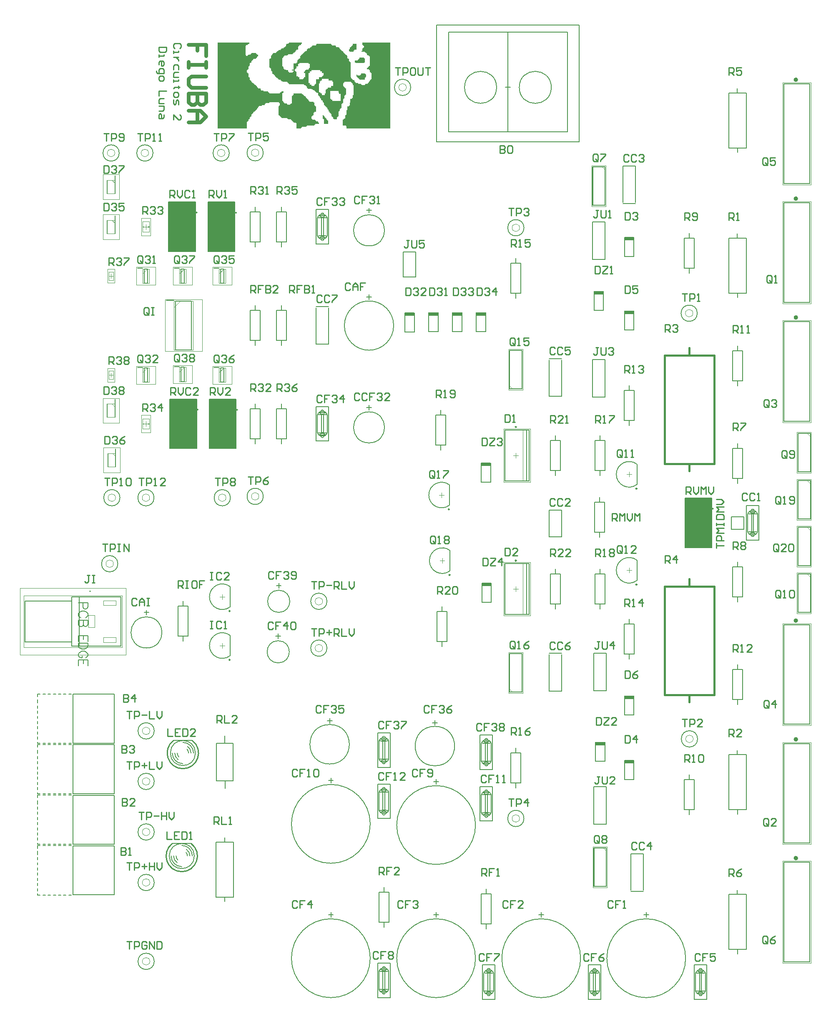
<source format=gto>
G04*
G04 #@! TF.GenerationSoftware,Altium Limited,Altium Designer,18.0.7 (293)*
G04*
G04 Layer_Color=16776960*
%FSLAX25Y25*%
%MOIN*%
G70*
G01*
G75*
%ADD10C,0.00500*%
%ADD11C,0.00600*%
%ADD12C,0.00787*%
%ADD13C,0.00984*%
%ADD14C,0.01968*%
%ADD15C,0.01000*%
%ADD16C,0.00800*%
%ADD17C,0.01575*%
%ADD18C,0.00394*%
%ADD19C,0.03150*%
%ADD20R,0.07480X0.03150*%
%ADD21R,0.07480X0.03150*%
%ADD22R,0.07480X0.03150*%
%ADD23R,0.07480X0.03150*%
%ADD24C,0.00000*%
%ADD25C,0.00781*%
%ADD26C,0.00300*%
%ADD27C,0.00197*%
G36*
X99150Y492640D02*
Y453140D01*
X77650D01*
Y492640D01*
X99150D01*
D02*
G37*
G36*
X98264Y650072D02*
Y610572D01*
X76764D01*
Y650072D01*
X98264D01*
D02*
G37*
G36*
X130646Y492640D02*
Y453140D01*
X109146D01*
Y492640D01*
X130646D01*
D02*
G37*
G36*
X129760Y650072D02*
Y610572D01*
X108260D01*
Y650072D01*
X129760D01*
D02*
G37*
G36*
X511000Y413402D02*
Y373902D01*
X489500D01*
Y413402D01*
X511000D01*
D02*
G37*
D10*
X206506Y121654D02*
G03*
X206430Y121653I-75J31496D01*
G01*
X65260Y227461D02*
G03*
X65260Y227461I-6500J0D01*
G01*
Y187087D02*
G03*
X65260Y187087I-6500J0D01*
G01*
X65260Y43307D02*
G03*
X65260Y43307I-6500J0D01*
G01*
X65260Y106299D02*
G03*
X65260Y106299I-6500J0D01*
G01*
X290659Y120710D02*
G03*
X290584Y120710I-75J31496D01*
G01*
X270280Y741732D02*
G03*
X270280Y741732I-6500J0D01*
G01*
X36126Y361024D02*
G03*
X36126Y361024I-6500J0D01*
G01*
X203350Y331004D02*
G03*
X203350Y331004I-6500J0D01*
G01*
X65260Y146693D02*
G03*
X65260Y146693I-6500J0D01*
G01*
X203350Y293596D02*
G03*
X203350Y293596I-6500J0D01*
G01*
X65122Y413787D02*
G03*
X65122Y413787I-6500J0D01*
G01*
X64276Y689279D02*
G03*
X64276Y689279I-6500J0D01*
G01*
X37859Y413787D02*
G03*
X37859Y413787I-6500J0D01*
G01*
X37268Y689279D02*
G03*
X37268Y689279I-6500J0D01*
G01*
X126146Y413787D02*
G03*
X126146Y413787I-6500J0D01*
G01*
X125260Y689279D02*
G03*
X125260Y689279I-6500J0D01*
G01*
X152426Y414869D02*
G03*
X152426Y414869I-6500J0D01*
G01*
X152426Y689476D02*
G03*
X152426Y689476I-6500J0D01*
G01*
X360831Y157480D02*
G03*
X360831Y157480I-6500J0D01*
G01*
Y629528D02*
G03*
X360831Y629528I-6500J0D01*
G01*
X499610Y221063D02*
G03*
X499610Y221063I-6500J0D01*
G01*
X499413Y561221D02*
G03*
X499413Y561221I-6500J0D01*
G01*
X164391Y281791D02*
G03*
X164370Y281791I-21J8858D01*
G01*
X164785Y322146D02*
G03*
X164764Y322146I-21J8858D01*
G01*
X289660Y199568D02*
G03*
X289622Y199568I-38J15748D01*
G01*
X205506Y201004D02*
G03*
X205469Y201004I-38J15748D01*
G01*
X236999Y615040D02*
G03*
X236969Y615040I-30J12402D01*
G01*
X206506Y14279D02*
G03*
X206430Y14279I-75J31496D01*
G01*
X290659Y14279D02*
G03*
X290584Y14279I-75J31496D01*
G01*
X374693Y14280D02*
G03*
X374618Y14279I-75J31496D01*
G01*
X458645Y14280D02*
G03*
X458570Y14279I-75J31496D01*
G01*
X236999Y457608D02*
G03*
X236969Y457608I-30J12402D01*
G01*
X59085Y293701D02*
G03*
X59055Y293701I-30J12402D01*
G01*
X237016Y531678D02*
G03*
X236969Y531678I-47J19685D01*
G01*
X327677Y12942D02*
X337677D01*
Y40403D01*
X327677D02*
X337677D01*
X327677Y12942D02*
Y40403D01*
X412232Y12941D02*
X422232D01*
Y40402D01*
X412232D02*
X422232D01*
X412232Y12941D02*
Y40402D01*
X243819Y14279D02*
X253819D01*
Y41740D01*
X243819D02*
X253819D01*
X243819Y14279D02*
Y41740D01*
X325709Y196616D02*
X335709D01*
Y224175D01*
X325709D02*
X335709D01*
X325709Y196616D02*
Y224175D01*
X568724Y122441D02*
X589197D01*
Y42913D02*
Y122441D01*
X568724Y42913D02*
X589197D01*
X568724D02*
Y122441D01*
Y744488D02*
X589197D01*
Y664961D02*
Y744488D01*
X568724Y664961D02*
X589197D01*
X568724D02*
Y744488D01*
Y312244D02*
X589197D01*
Y232717D02*
Y312244D01*
X568724Y232717D02*
X589197D01*
X568724D02*
Y312244D01*
Y554528D02*
X589197D01*
Y475000D02*
Y554528D01*
X568724Y475000D02*
X589197D01*
X568724D02*
Y554528D01*
Y217343D02*
X589197D01*
Y137815D02*
Y217343D01*
X568724Y137815D02*
X589197D01*
X568724D02*
Y217343D01*
Y649508D02*
X589197D01*
Y569980D02*
Y649508D01*
X568724Y569980D02*
X589197D01*
X568724D02*
Y649508D01*
X243819Y198346D02*
X253819D01*
Y225905D01*
X243819D02*
X253819D01*
X243819Y198346D02*
Y225905D01*
X194666Y486670D02*
X204666D01*
X194666Y459111D02*
Y486670D01*
Y459111D02*
X204666D01*
Y486670D01*
X194666Y616543D02*
X204666D01*
Y644102D01*
X194666D02*
X204666D01*
X194666Y616543D02*
Y644102D01*
X243818Y157480D02*
X253818D01*
Y184941D01*
X243818D02*
X253818D01*
X243818Y157480D02*
Y184941D01*
X325709Y155512D02*
X335709D01*
Y182973D01*
X325709D02*
X335709D01*
X325709Y155512D02*
Y182973D01*
X496969Y12941D02*
X506968D01*
Y40402D01*
X496969D02*
X506968D01*
X496969Y12941D02*
Y40402D01*
X194666Y566505D02*
X197166D01*
X202166D02*
X204666D01*
X194666Y536462D02*
X204666D01*
Y565521D01*
X197166Y566505D02*
X202166D01*
X194666Y536462D02*
Y565521D01*
X380827Y289394D02*
X383327D01*
X388327D02*
X390827D01*
X380827Y259350D02*
X390827D01*
Y288409D01*
X383327Y289394D02*
X388327D01*
X380827Y259350D02*
Y288409D01*
Y524925D02*
X383327D01*
X388327D02*
X390827D01*
X380827Y494882D02*
X390827D01*
Y523941D01*
X383327Y524925D02*
X388327D01*
X380827Y494882D02*
Y523941D01*
X453878Y99189D02*
X456378D01*
X446378D02*
X448878D01*
X446378Y129232D02*
X456378D01*
X446378Y100173D02*
Y129232D01*
X448878Y99189D02*
X453878D01*
X456378Y100173D02*
Y129232D01*
X447382Y648992D02*
X449882D01*
X439882D02*
X442382D01*
X439882Y679035D02*
X449882D01*
X439882Y649976D02*
Y679035D01*
X442382Y648992D02*
X447382D01*
X449882Y649976D02*
Y679035D01*
X380827Y382507D02*
Y403865D01*
X383327Y403888D02*
X388327D01*
X390827Y382507D02*
Y403766D01*
X380827Y382507D02*
X390827D01*
X388327Y403888D02*
X390827D01*
X380827D02*
X383327D01*
X538635Y379921D02*
X548635D01*
Y407480D01*
X538635D02*
X548635D01*
X538635Y379921D02*
Y407480D01*
X256Y217618D02*
X5768D01*
X-27894Y217520D02*
Y218701D01*
Y220866D02*
Y222835D01*
Y225000D02*
Y226969D01*
Y233268D02*
Y235236D01*
Y229134D02*
Y231102D01*
Y241535D02*
Y243504D01*
Y237402D02*
Y239370D01*
Y245669D02*
Y247638D01*
Y249803D02*
Y251772D01*
Y250591D02*
Y252559D01*
X-27992Y254823D02*
Y256890D01*
X-25925D01*
X-3091Y217520D02*
X-1122D01*
X-7224D02*
X-5256D01*
X-15492D02*
X-13524D01*
X-11358D02*
X-9390D01*
X-23760D02*
X-21791D01*
X-27894D02*
X-25925D01*
X-19626D02*
X-17657D01*
X-19626Y256890D02*
X-17657D01*
X-23760D02*
X-21791D01*
X-11358D02*
X-9390D01*
X-15492D02*
X-13524D01*
X-7224D02*
X-5256D01*
X-3091D02*
X-1122D01*
X33228Y217618D02*
Y256791D01*
X5768Y217618D02*
X33228D01*
X256Y256791D02*
X33228D01*
X256Y217618D02*
Y256791D01*
Y177244D02*
X5768D01*
X-27894Y177146D02*
Y178327D01*
Y180492D02*
Y182461D01*
Y184626D02*
Y186595D01*
Y192894D02*
Y194862D01*
Y188760D02*
Y190728D01*
Y201161D02*
Y203130D01*
Y197028D02*
Y198996D01*
Y205295D02*
Y207264D01*
Y209429D02*
Y211398D01*
Y210217D02*
Y212185D01*
X-27992Y214449D02*
Y216516D01*
X-25925D01*
X-3091Y177146D02*
X-1122D01*
X-7224D02*
X-5256D01*
X-15492D02*
X-13524D01*
X-11358D02*
X-9390D01*
X-23760D02*
X-21791D01*
X-27894D02*
X-25925D01*
X-19626D02*
X-17657D01*
X-19626Y216516D02*
X-17657D01*
X-23760D02*
X-21791D01*
X-11358D02*
X-9390D01*
X-15492D02*
X-13524D01*
X-7224D02*
X-5256D01*
X-3091D02*
X-1122D01*
X33228Y177244D02*
Y216417D01*
X5768Y177244D02*
X33228D01*
X256Y216417D02*
X33228D01*
X256Y177244D02*
Y216417D01*
Y136850D02*
X5768D01*
X-27894Y136752D02*
Y137933D01*
Y140098D02*
Y142067D01*
Y144232D02*
Y146201D01*
Y152500D02*
Y154469D01*
Y148366D02*
Y150335D01*
Y160768D02*
Y162736D01*
Y156634D02*
Y158602D01*
Y164902D02*
Y166870D01*
Y169035D02*
Y171004D01*
Y169823D02*
Y171791D01*
X-27992Y174055D02*
Y176122D01*
X-25925D01*
X-3091Y136752D02*
X-1122D01*
X-7224D02*
X-5256D01*
X-15492D02*
X-13524D01*
X-11358D02*
X-9390D01*
X-23760D02*
X-21791D01*
X-27894D02*
X-25925D01*
X-19626D02*
X-17657D01*
X-19626Y176122D02*
X-17657D01*
X-23760D02*
X-21791D01*
X-11358D02*
X-9390D01*
X-15492D02*
X-13524D01*
X-7224D02*
X-5256D01*
X-3091D02*
X-1122D01*
X33228Y136850D02*
Y176024D01*
X5768Y136850D02*
X33228D01*
X256Y176024D02*
X33228D01*
X256Y136850D02*
Y176024D01*
Y96457D02*
X5768D01*
X-27894Y96358D02*
Y97539D01*
Y99705D02*
Y101673D01*
Y103839D02*
Y105807D01*
Y112106D02*
Y114075D01*
Y107972D02*
Y109941D01*
Y120374D02*
Y122343D01*
Y116240D02*
Y118209D01*
Y124508D02*
Y126476D01*
Y128642D02*
Y130610D01*
Y129429D02*
Y131398D01*
X-27992Y133661D02*
Y135728D01*
X-25925D01*
X-3091Y96358D02*
X-1122D01*
X-7224D02*
X-5256D01*
X-15492D02*
X-13524D01*
X-11358D02*
X-9390D01*
X-23760D02*
X-21791D01*
X-27894D02*
X-25925D01*
X-19626D02*
X-17657D01*
X-19626Y135728D02*
X-17657D01*
X-23760D02*
X-21791D01*
X-11358D02*
X-9390D01*
X-15492D02*
X-13524D01*
X-7224D02*
X-5256D01*
X-3091D02*
X-1122D01*
X33228Y96457D02*
Y135630D01*
X5768Y96457D02*
X33228D01*
X256Y135630D02*
X33228D01*
X256Y96457D02*
Y135630D01*
X206481Y189862D02*
Y185926D01*
X208449Y187894D02*
X204513D01*
X290634Y188919D02*
Y184983D01*
X292602Y186951D02*
X288666D01*
X164420Y305150D02*
Y301214D01*
X166388Y303182D02*
X162452D01*
X164814Y345504D02*
Y341568D01*
X166782Y343536D02*
X162846D01*
X289672Y235986D02*
Y232050D01*
X291640Y234018D02*
X287705D01*
X205519Y237421D02*
Y233486D01*
X207487Y235453D02*
X203551D01*
X237019Y645355D02*
Y641419D01*
X238987Y643387D02*
X235051D01*
X206481Y82488D02*
Y78552D01*
X208449Y80520D02*
X204513D01*
X290634Y82488D02*
Y78552D01*
X292602Y80520D02*
X288666D01*
X374668Y82488D02*
Y78553D01*
X376636Y80520D02*
X372701D01*
X458620Y82488D02*
Y78553D01*
X460588Y80520D02*
X456653D01*
X237019Y487923D02*
Y483987D01*
X238987Y485955D02*
X235051D01*
X59105Y324016D02*
Y320080D01*
X61073Y322048D02*
X57137D01*
X237019Y576166D02*
Y572231D01*
X238987Y574199D02*
X235051D01*
X568724Y122441D02*
X589197D01*
Y42913D02*
Y122441D01*
X568724Y42913D02*
X589197D01*
X568724D02*
Y122441D01*
X589197D01*
Y42913D02*
Y122441D01*
X568724Y42913D02*
X589197D01*
X568724D02*
Y122441D01*
Y744488D02*
X589197D01*
Y664961D02*
Y744488D01*
X568724Y664961D02*
X589197D01*
X568724D02*
Y744488D01*
X589197D01*
Y664961D02*
Y744488D01*
X568724Y664961D02*
X589197D01*
X568724D02*
Y744488D01*
Y312244D02*
X589197D01*
Y232717D02*
Y312244D01*
X568724Y232717D02*
X589197D01*
X568724D02*
Y312244D01*
X589197D01*
Y232717D02*
Y312244D01*
X568724Y232717D02*
X589197D01*
X568724D02*
Y312244D01*
Y554528D02*
X589197D01*
Y475000D02*
Y554528D01*
X568724Y475000D02*
X589197D01*
X568724D02*
Y554528D01*
X589197D01*
Y475000D02*
Y554528D01*
X568724Y475000D02*
X589197D01*
X568724D02*
Y554528D01*
Y217343D02*
X589197D01*
Y137815D02*
Y217343D01*
X568724Y137815D02*
X589197D01*
X568724D02*
Y217343D01*
X589197D01*
Y137815D02*
Y217343D01*
X568724Y137815D02*
X589197D01*
X568724D02*
Y217343D01*
Y649508D02*
X589197D01*
Y569980D02*
Y649508D01*
X568724Y569980D02*
X589197D01*
X568724D02*
Y649508D01*
X589197D01*
Y569980D02*
Y649508D01*
X568724Y569980D02*
X589197D01*
X568724D02*
Y649508D01*
X5217Y334646D02*
X38681D01*
X-689D02*
X5217D01*
X-689Y331299D02*
Y334646D01*
Y298622D02*
Y331299D01*
Y295276D02*
Y298622D01*
Y295276D02*
X5217D01*
X38681D01*
Y334646D01*
X-38091Y331299D02*
X-689D01*
X-38091Y298622D02*
Y331299D01*
Y298622D02*
X-689D01*
X5217Y295276D02*
Y334646D01*
X38681D01*
X-689D02*
X5217D01*
X-689Y331299D02*
Y334646D01*
Y298622D02*
Y331299D01*
Y295276D02*
Y298622D01*
Y295276D02*
X5217D01*
X38681D01*
Y334646D01*
X-38091Y331299D02*
X-689D01*
X-38091Y298622D02*
Y331299D01*
Y298622D02*
X-689D01*
X5217Y295276D02*
Y334646D01*
X329832Y17936D02*
G03*
X331824Y16881I1976J1321D01*
G01*
X333532Y16879D02*
G03*
X335506Y17917I11J2376D01*
G01*
X331823Y36564D02*
G03*
X329849Y35527I-11J-2376D01*
G01*
X335522Y35508D02*
G03*
X333530Y36563I-1976J-1321D01*
G01*
X328995Y34074D02*
G03*
X328729Y33809I87J-354D01*
G01*
X331878Y33883D02*
G03*
X328995Y34074I-4288J-43031D01*
G01*
X331878Y19560D02*
G03*
X328995Y19370I41749J-654584D01*
G01*
X328729Y19635D02*
G03*
X328995Y19370I357J92D01*
G01*
X333476Y33883D02*
G03*
X336360Y34074I-41797J655314D01*
G01*
X336626Y33809D02*
G03*
X336360Y34074I-357J-92D01*
G01*
X336360Y19370D02*
G03*
X336626Y19635I-87J354D01*
G01*
X333476Y19560D02*
G03*
X336360Y19370I4288J43031D01*
G01*
X331878Y19032D02*
G03*
X330617Y17864I3661J-5218D01*
G01*
X328729Y19635D02*
G03*
X330500Y17864I1772J0D01*
G01*
X336626Y33809D02*
G03*
X334854Y35580I-1772J0D01*
G01*
X330500D02*
G03*
X328729Y33809I0J-1772D01*
G01*
X334854Y17864D02*
G03*
X336626Y19635I0J1772D01*
G01*
X331496Y16879D02*
G03*
X333858Y16879I1181J0D01*
G01*
Y36564D02*
G03*
X331496Y36564I-1181J0D01*
G01*
X414387Y17935D02*
G03*
X416378Y16879I1976J1321D01*
G01*
X418086Y16878D02*
G03*
X420060Y17916I11J2376D01*
G01*
X416377Y36563D02*
G03*
X414403Y35525I-11J-2376D01*
G01*
X420077Y35506D02*
G03*
X418085Y36562I-1976J-1321D01*
G01*
X413549Y34072D02*
G03*
X413283Y33807I87J-354D01*
G01*
X416433Y33882D02*
G03*
X413549Y34072I-4288J-43031D01*
G01*
X416433Y19559D02*
G03*
X413549Y19369I41749J-654584D01*
G01*
X413283Y19634D02*
G03*
X413549Y19369I357J92D01*
G01*
X418031Y33882D02*
G03*
X420914Y34072I-41797J655314D01*
G01*
X421180Y33807D02*
G03*
X420914Y34072I-357J-92D01*
G01*
X420914Y19369D02*
G03*
X421180Y19634I-87J354D01*
G01*
X418031Y19559D02*
G03*
X420914Y19369I4288J43031D01*
G01*
X416433Y19030D02*
G03*
X415171Y17862I3661J-5218D01*
G01*
X413283Y19634D02*
G03*
X415055Y17862I1772J0D01*
G01*
X421180Y33807D02*
G03*
X419409Y35579I-1772J0D01*
G01*
X415055D02*
G03*
X413283Y33807I0J-1772D01*
G01*
X419409Y17862D02*
G03*
X421180Y19634I0J1772D01*
G01*
X416050Y16878D02*
G03*
X418413Y16878I1181J0D01*
G01*
Y36563D02*
G03*
X416050Y36563I-1181J0D01*
G01*
X245974Y19273D02*
G03*
X247966Y18218I1976J1321D01*
G01*
X249673Y18216D02*
G03*
X251647Y19254I11J2376D01*
G01*
X247965Y37901D02*
G03*
X245991Y36864I-11J-2376D01*
G01*
X251664Y36845D02*
G03*
X249672Y37900I-1976J-1321D01*
G01*
X245137Y35411D02*
G03*
X244870Y35146I87J-354D01*
G01*
X248020Y35220D02*
G03*
X245137Y35411I-4288J-43031D01*
G01*
X248020Y20898D02*
G03*
X245137Y20707I41749J-654584D01*
G01*
X244870Y20972D02*
G03*
X245137Y20707I357J92D01*
G01*
X249618Y35220D02*
G03*
X252501Y35411I-41797J655314D01*
G01*
X252767Y35146D02*
G03*
X252501Y35411I-357J-92D01*
G01*
X252501Y20707D02*
G03*
X252767Y20972I-87J354D01*
G01*
X249618Y20898D02*
G03*
X252501Y20707I4288J43031D01*
G01*
X248020Y20369D02*
G03*
X246758Y19201I3661J-5218D01*
G01*
X244870Y20972D02*
G03*
X246642Y19201I1772J0D01*
G01*
X252767Y35146D02*
G03*
X250996Y36917I-1772J0D01*
G01*
X246642D02*
G03*
X244870Y35146I0J-1772D01*
G01*
X250996Y19201D02*
G03*
X252767Y20972I0J1772D01*
G01*
X247638Y18216D02*
G03*
X250000Y18216I1181J0D01*
G01*
Y37901D02*
G03*
X247638Y37901I-1181J0D01*
G01*
X327864Y201610D02*
G03*
X329855Y200554I1976J1321D01*
G01*
X331563Y200553D02*
G03*
X333537Y201590I11J2376D01*
G01*
X329854Y220238D02*
G03*
X327880Y219200I-11J-2376D01*
G01*
X333554Y219181D02*
G03*
X331562Y220236I-1976J-1321D01*
G01*
X327026Y217747D02*
G03*
X326760Y217482I87J-354D01*
G01*
X329910Y217557D02*
G03*
X327026Y217747I-4288J-43031D01*
G01*
X329910Y203234D02*
G03*
X327026Y203044I41749J-654584D01*
G01*
X326760Y203309D02*
G03*
X327026Y203044I357J92D01*
G01*
X331508Y217557D02*
G03*
X334391Y217747I-41797J655314D01*
G01*
X334657Y217482D02*
G03*
X334391Y217747I-357J-92D01*
G01*
X334391Y203044D02*
G03*
X334657Y203309I-87J354D01*
G01*
X331508Y203234D02*
G03*
X334391Y203044I4288J43031D01*
G01*
X329910Y202705D02*
G03*
X328648Y201537I3661J-5218D01*
G01*
X326760Y203309D02*
G03*
X328532Y201537I1772J0D01*
G01*
X334657Y217482D02*
G03*
X332886Y219253I-1772J0D01*
G01*
X328532D02*
G03*
X326760Y217482I0J-1772D01*
G01*
X332886Y201537D02*
G03*
X334657Y203309I0J1772D01*
G01*
X329528Y200553D02*
G03*
X331890Y200553I1181J0D01*
G01*
Y220238D02*
G03*
X329528Y220238I-1181J0D01*
G01*
X245974Y203340D02*
G03*
X247966Y202285I1976J1321D01*
G01*
X249673Y202283D02*
G03*
X251647Y203321I11J2376D01*
G01*
X247965Y221969D02*
G03*
X245991Y220931I-11J-2376D01*
G01*
X251664Y220912D02*
G03*
X249672Y221967I-1976J-1321D01*
G01*
X245137Y219478D02*
G03*
X244870Y219213I87J-354D01*
G01*
X248020Y219287D02*
G03*
X245137Y219478I-4288J-43031D01*
G01*
X248020Y204964D02*
G03*
X245137Y204774I41749J-654584D01*
G01*
X244870Y205039D02*
G03*
X245137Y204774I357J92D01*
G01*
X249618Y219287D02*
G03*
X252501Y219478I-41797J655314D01*
G01*
X252767Y219213D02*
G03*
X252501Y219478I-357J-92D01*
G01*
X252501Y204774D02*
G03*
X252767Y205039I-87J354D01*
G01*
X249618Y204964D02*
G03*
X252501Y204774I4288J43031D01*
G01*
X248020Y204436D02*
G03*
X246758Y203268I3661J-5218D01*
G01*
X244870Y205039D02*
G03*
X246642Y203268I1772J0D01*
G01*
X252767Y219213D02*
G03*
X250996Y220984I-1772J0D01*
G01*
X246642D02*
G03*
X244870Y219213I0J-1772D01*
G01*
X250996Y203268D02*
G03*
X252767Y205039I0J1772D01*
G01*
X247638Y202283D02*
G03*
X250000Y202283I1181J0D01*
G01*
Y221969D02*
G03*
X247638Y221969I-1181J0D01*
G01*
X202511Y481676D02*
G03*
X200519Y482731I-1976J-1321D01*
G01*
X198811Y482733D02*
G03*
X196837Y481695I-11J-2376D01*
G01*
X200520Y463048D02*
G03*
X202494Y464085I11J2376D01*
G01*
X196821Y464105D02*
G03*
X198813Y463049I1976J1321D01*
G01*
X203348Y465539D02*
G03*
X203614Y465804I-87J354D01*
G01*
X200465Y465729D02*
G03*
X203348Y465539I4288J43031D01*
G01*
X200465Y480052D02*
G03*
X203348Y480242I-41749J654584D01*
G01*
X203614Y479977D02*
G03*
X203348Y480242I-357J-92D01*
G01*
X198867Y465729D02*
G03*
X195983Y465539I41797J-655314D01*
G01*
X195717Y465804D02*
G03*
X195983Y465539I357J92D01*
G01*
X195983Y480242D02*
G03*
X195717Y479977I87J-354D01*
G01*
X198867Y480052D02*
G03*
X195983Y480242I-4288J-43031D01*
G01*
X200465Y480580D02*
G03*
X201726Y481748I-3661J5218D01*
G01*
X203614Y479977D02*
G03*
X201843Y481748I-1772J0D01*
G01*
X195717Y465803D02*
G03*
X197489Y464032I1772J0D01*
G01*
X201843D02*
G03*
X203614Y465803I0J1772D01*
G01*
X197489Y481748D02*
G03*
X195717Y479977I0J-1772D01*
G01*
X200847Y482733D02*
G03*
X198485Y482733I-1181J0D01*
G01*
Y463048D02*
G03*
X200847Y463048I1181J0D01*
G01*
X196821Y621536D02*
G03*
X198813Y620481I1976J1321D01*
G01*
X200520Y620479D02*
G03*
X202494Y621517I11J2376D01*
G01*
X198811Y640165D02*
G03*
X196837Y639127I-11J-2376D01*
G01*
X202511Y639108D02*
G03*
X200519Y640163I-1976J-1321D01*
G01*
X195983Y637674D02*
G03*
X195717Y637409I87J-354D01*
G01*
X198867Y637484D02*
G03*
X195983Y637674I-4288J-43031D01*
G01*
X198867Y623161D02*
G03*
X195983Y622970I41749J-654584D01*
G01*
X195717Y623236D02*
G03*
X195983Y622970I357J92D01*
G01*
X200465Y637484D02*
G03*
X203348Y637674I-41797J655314D01*
G01*
X203614Y637409D02*
G03*
X203348Y637674I-357J-92D01*
G01*
X203348Y622970D02*
G03*
X203614Y623236I-87J354D01*
G01*
X200465Y623161D02*
G03*
X203348Y622970I4288J43031D01*
G01*
X198867Y622632D02*
G03*
X197605Y621464I3661J-5218D01*
G01*
X195717Y623236D02*
G03*
X197489Y621464I1772J0D01*
G01*
X203614Y637409D02*
G03*
X201843Y639180I-1772J0D01*
G01*
X197489D02*
G03*
X195717Y637409I0J-1772D01*
G01*
X201843Y621464D02*
G03*
X203614Y623236I0J1772D01*
G01*
X198485Y620479D02*
G03*
X200847Y620479I1181J0D01*
G01*
Y640165D02*
G03*
X198485Y640165I-1181J0D01*
G01*
X245973Y162474D02*
G03*
X247965Y161419I1976J1321D01*
G01*
X249673Y161417D02*
G03*
X251647Y162455I11J2376D01*
G01*
X247964Y181102D02*
G03*
X245990Y180065I-11J-2376D01*
G01*
X251663Y180045D02*
G03*
X249671Y181101I-1976J-1321D01*
G01*
X245136Y178612D02*
G03*
X244870Y178347I87J-354D01*
G01*
X248019Y178421D02*
G03*
X245136Y178612I-4288J-43031D01*
G01*
X248019Y164098D02*
G03*
X245136Y163908I41749J-654584D01*
G01*
X244870Y164173D02*
G03*
X245136Y163908I357J92D01*
G01*
X249617Y178421D02*
G03*
X252501Y178612I-41797J655314D01*
G01*
X252767Y178347D02*
G03*
X252501Y178612I-357J-92D01*
G01*
X252501Y163908D02*
G03*
X252767Y164173I-87J354D01*
G01*
X249617Y164098D02*
G03*
X252501Y163908I4288J43031D01*
G01*
X248019Y163570D02*
G03*
X246758Y162402I3661J-5218D01*
G01*
X244870Y164173D02*
G03*
X246641Y162402I1772J0D01*
G01*
X252767Y178347D02*
G03*
X250995Y180118I-1772J0D01*
G01*
X246641D02*
G03*
X244870Y178347I0J-1772D01*
G01*
X250995Y162402D02*
G03*
X252767Y164173I0J1772D01*
G01*
X247637Y161417D02*
G03*
X249999Y161417I1181J0D01*
G01*
Y181102D02*
G03*
X247637Y181102I-1181J0D01*
G01*
X327864Y160506D02*
G03*
X329855Y159450I1976J1321D01*
G01*
X331563Y159449D02*
G03*
X333537Y160487I11J2376D01*
G01*
X329854Y179134D02*
G03*
X327880Y178096I-11J-2376D01*
G01*
X333554Y178077D02*
G03*
X331562Y179133I-1976J-1321D01*
G01*
X327026Y176643D02*
G03*
X326760Y176378I87J-354D01*
G01*
X329909Y176453D02*
G03*
X327026Y176643I-4288J-43031D01*
G01*
X329909Y162130D02*
G03*
X327026Y161940I41749J-654584D01*
G01*
X326760Y162205D02*
G03*
X327026Y161940I357J92D01*
G01*
X331507Y176453D02*
G03*
X334391Y176643I-41797J655314D01*
G01*
X334657Y176378D02*
G03*
X334391Y176643I-357J-92D01*
G01*
X334391Y161940D02*
G03*
X334657Y162205I-87J354D01*
G01*
X331507Y162130D02*
G03*
X334391Y161940I4288J43031D01*
G01*
X329909Y161601D02*
G03*
X328648Y160433I3661J-5218D01*
G01*
X326760Y162205D02*
G03*
X328532Y160433I1772J0D01*
G01*
X334657Y176378D02*
G03*
X332886Y178150I-1772J0D01*
G01*
X328532D02*
G03*
X326760Y176378I0J-1772D01*
G01*
X332886Y160433D02*
G03*
X334657Y162205I0J1772D01*
G01*
X329527Y159449D02*
G03*
X331890Y159449I1181J0D01*
G01*
Y179134D02*
G03*
X329527Y179134I-1181J0D01*
G01*
X499124Y17935D02*
G03*
X501115Y16879I1976J1321D01*
G01*
X502823Y16878D02*
G03*
X504797Y17916I11J2376D01*
G01*
X501114Y36563D02*
G03*
X499140Y35525I-11J-2376D01*
G01*
X504813Y35506D02*
G03*
X502822Y36562I-1976J-1321D01*
G01*
X498286Y34072D02*
G03*
X498020Y33807I87J-354D01*
G01*
X501169Y33882D02*
G03*
X498286Y34072I-4288J-43031D01*
G01*
X501169Y19559D02*
G03*
X498286Y19369I41749J-654584D01*
G01*
X498020Y19634D02*
G03*
X498286Y19369I357J92D01*
G01*
X502768Y33882D02*
G03*
X505651Y34072I-41797J655314D01*
G01*
X505917Y33807D02*
G03*
X505651Y34072I-357J-92D01*
G01*
X505651Y19369D02*
G03*
X505917Y19634I-87J354D01*
G01*
X502768Y19559D02*
G03*
X505651Y19369I4288J43031D01*
G01*
X501169Y19030D02*
G03*
X499908Y17862I3661J-5218D01*
G01*
X498020Y19634D02*
G03*
X499792Y17862I1772J0D01*
G01*
X505917Y33807D02*
G03*
X504145Y35579I-1772J0D01*
G01*
X499792D02*
G03*
X498020Y33807I0J-1772D01*
G01*
X504145Y17862D02*
G03*
X505917Y19634I0J1772D01*
G01*
X500787Y16878D02*
G03*
X503150Y16878I1181J0D01*
G01*
Y36563D02*
G03*
X500787Y36563I-1181J0D01*
G01*
X540791Y384915D02*
G03*
X542782Y383859I1976J1321D01*
G01*
X544490Y383858D02*
G03*
X546464Y384896I11J2376D01*
G01*
X542781Y403543D02*
G03*
X540807Y402506I-11J-2376D01*
G01*
X546480Y402486D02*
G03*
X544489Y403542I-1976J-1321D01*
G01*
X539953Y401053D02*
G03*
X539687Y400787I87J-354D01*
G01*
X542837Y400862D02*
G03*
X539953Y401053I-4288J-43031D01*
G01*
X542837Y386539D02*
G03*
X539953Y386349I41749J-654584D01*
G01*
X539687Y386614D02*
G03*
X539953Y386349I357J92D01*
G01*
X544434Y400862D02*
G03*
X547318Y401053I-41797J655314D01*
G01*
X547584Y400787D02*
G03*
X547318Y401053I-357J-92D01*
G01*
X547318Y386349D02*
G03*
X547584Y386614I-87J354D01*
G01*
X544434Y386539D02*
G03*
X547318Y386349I4288J43031D01*
G01*
X542837Y386011D02*
G03*
X541575Y384842I3661J-5218D01*
G01*
X539687Y386614D02*
G03*
X541459Y384842I1772J0D01*
G01*
X547584Y400787D02*
G03*
X545812Y402559I-1772J0D01*
G01*
X541459D02*
G03*
X539687Y400787I0J-1772D01*
G01*
X545812Y384842D02*
G03*
X547584Y386614I0J1772D01*
G01*
X542454Y383858D02*
G03*
X544817Y383858I1181J0D01*
G01*
Y403543D02*
G03*
X542454Y403543I-1181J0D01*
G01*
X335522Y17935D02*
X335540Y17962D01*
X335599Y18042D01*
X329760Y18037D02*
X329828Y17943D01*
X329832Y17936D01*
X329815Y35482D02*
X329832Y35510D01*
X329755Y35402D02*
X329815Y35482D01*
X335526Y35501D02*
X335595Y35407D01*
X335522Y35508D02*
X335526Y35501D01*
X333476Y34412D02*
X333554Y34423D01*
X333646Y34465D01*
X333745Y34540D01*
X333830Y34622D01*
X334051Y34885D01*
X334239Y35125D01*
X334407Y35330D01*
X334555Y35481D01*
X334655Y35555D01*
X334738Y35580D01*
X330617D02*
X330722Y35541D01*
X330861Y35423D01*
X331045Y35214D01*
X331273Y34924D01*
X331391Y34775D01*
X331526Y34621D01*
X331621Y34530D01*
X331740Y34448D01*
X331817Y34419D01*
X331878Y34412D01*
X334689Y17873D02*
X334738Y17864D01*
X334632Y17903D02*
X334689Y17873D01*
X334567Y17952D02*
X334632Y17903D01*
X334493Y18021D02*
X334567Y17952D01*
X334406Y18115D02*
X334493Y18021D01*
X334309Y18230D02*
X334406Y18115D01*
X334201Y18366D02*
X334309Y18230D01*
X334082Y18520D02*
X334201Y18366D01*
X333964Y18668D02*
X334082Y18520D01*
X333828Y18823D02*
X333964Y18668D01*
X333783Y18869D02*
X333828Y18823D01*
X333733Y18914D02*
X333783Y18869D01*
X333678Y18958D02*
X333733Y18914D01*
X333614Y18996D02*
X333678Y18958D01*
X333577Y19013D02*
X333614Y18996D01*
X333537Y19025D02*
X333577Y19013D01*
X333507Y19030D02*
X333537Y19025D01*
X333476Y19032D02*
X333507Y19030D01*
X331824Y16881D02*
X333531Y16879D01*
X331823Y36564D02*
X333530Y36563D01*
X331878Y19032D02*
Y34412D01*
X328729Y19635D02*
Y33809D01*
X336626Y19635D02*
Y33809D01*
X333476Y19032D02*
Y34412D01*
X331878Y33883D02*
X333476D01*
X331878Y19561D02*
X333476D01*
X331878Y19032D02*
X333476D01*
X331878Y34412D02*
X333476D01*
X330500Y35580D02*
X334854D01*
X330500Y17864D02*
X334854D01*
X420076Y17934D02*
X420094Y17961D01*
X420154Y18041D01*
X414314Y18035D02*
X414382Y17942D01*
X414387Y17935D01*
X414369Y35480D02*
X414386Y35508D01*
X414310Y35400D02*
X414369Y35480D01*
X420081Y35500D02*
X420149Y35406D01*
X420077Y35506D02*
X420081Y35500D01*
X418031Y34411D02*
X418108Y34422D01*
X418200Y34464D01*
X418300Y34538D01*
X418384Y34620D01*
X418605Y34883D01*
X418793Y35124D01*
X418962Y35329D01*
X419109Y35479D01*
X419209Y35553D01*
X419292Y35579D01*
X415171D02*
X415276Y35540D01*
X415415Y35421D01*
X415599Y35212D01*
X415827Y34923D01*
X415945Y34774D01*
X416080Y34620D01*
X416176Y34528D01*
X416295Y34446D01*
X416372Y34418D01*
X416433Y34411D01*
X419244Y17872D02*
X419292Y17862D01*
X419187Y17901D02*
X419244Y17872D01*
X419121Y17951D02*
X419187Y17901D01*
X419048Y18020D02*
X419121Y17951D01*
X418960Y18114D02*
X419048Y18020D01*
X418864Y18229D02*
X418960Y18114D01*
X418756Y18365D02*
X418864Y18229D01*
X418636Y18518D02*
X418756Y18365D01*
X418518Y18666D02*
X418636Y18518D01*
X418383Y18822D02*
X418518Y18666D01*
X418337Y18868D02*
X418383Y18822D01*
X418288Y18913D02*
X418337Y18868D01*
X418232Y18956D02*
X418288Y18913D01*
X418168Y18995D02*
X418232Y18956D01*
X418132Y19011D02*
X418168Y18995D01*
X418091Y19024D02*
X418132Y19011D01*
X418062Y19029D02*
X418091Y19024D01*
X418031Y19030D02*
X418062Y19029D01*
X416378Y16879D02*
X418086Y16878D01*
X416377Y36563D02*
X418085Y36562D01*
X416433Y19030D02*
Y34411D01*
X413283Y19634D02*
Y33807D01*
X421180Y19634D02*
Y33807D01*
X418031Y19030D02*
Y34411D01*
X416433Y33882D02*
X418031D01*
X416433Y19559D02*
X418031D01*
X416433Y19030D02*
X418031D01*
X416433Y34411D02*
X418031D01*
X415055Y35579D02*
X419409D01*
X415055Y17862D02*
X419409D01*
X251663Y19272D02*
X251682Y19299D01*
X251741Y19379D01*
X245902Y19374D02*
X245970Y19280D01*
X245974Y19273D01*
X245956Y36819D02*
X245973Y36847D01*
X245897Y36739D02*
X245956Y36819D01*
X251668Y36838D02*
X251736Y36744D01*
X251664Y36845D02*
X251668Y36838D01*
X249618Y35749D02*
X249696Y35760D01*
X249788Y35802D01*
X249887Y35876D01*
X249971Y35959D01*
X250193Y36222D01*
X250380Y36462D01*
X250549Y36667D01*
X250696Y36818D01*
X250797Y36892D01*
X250879Y36917D01*
X246758D02*
X246864Y36878D01*
X247003Y36760D01*
X247187Y36551D01*
X247414Y36261D01*
X247532Y36112D01*
X247668Y35958D01*
X247763Y35867D01*
X247882Y35785D01*
X247959Y35756D01*
X248020Y35749D01*
X250831Y19210D02*
X250879Y19201D01*
X250774Y19240D02*
X250831Y19210D01*
X250709Y19289D02*
X250774Y19240D01*
X250635Y19358D02*
X250709Y19289D01*
X250548Y19452D02*
X250635Y19358D01*
X250451Y19567D02*
X250548Y19452D01*
X250343Y19703D02*
X250451Y19567D01*
X250223Y19857D02*
X250343Y19703D01*
X250106Y20005D02*
X250223Y19857D01*
X249970Y20160D02*
X250106Y20005D01*
X249925Y20206D02*
X249970Y20160D01*
X249875Y20251D02*
X249925Y20206D01*
X249819Y20295D02*
X249875Y20251D01*
X249756Y20333D02*
X249819Y20295D01*
X249719Y20350D02*
X249756Y20333D01*
X249679Y20362D02*
X249719Y20350D01*
X249649Y20367D02*
X249679Y20362D01*
X249618Y20369D02*
X249649Y20367D01*
X247966Y18218D02*
X249673Y18216D01*
X247965Y37901D02*
X249672Y37900D01*
X248020Y20369D02*
Y35749D01*
X244870Y20972D02*
Y35146D01*
X252768Y20972D02*
Y35146D01*
X249618Y20369D02*
Y35749D01*
X248020Y35220D02*
X249618D01*
X248020Y20897D02*
X249618D01*
X248020Y20369D02*
X249618D01*
X248020Y35749D02*
X249618D01*
X246642Y36917D02*
X250996D01*
X246642Y19201D02*
X250996D01*
X333553Y201608D02*
X333571Y201635D01*
X333631Y201715D01*
X327791Y201710D02*
X327859Y201616D01*
X327864Y201610D01*
X327846Y219155D02*
X327863Y219183D01*
X327787Y219075D02*
X327846Y219155D01*
X333558Y219174D02*
X333626Y219081D01*
X333554Y219181D02*
X333558Y219174D01*
X331508Y218085D02*
X331585Y218097D01*
X331677Y218139D01*
X331777Y218213D01*
X331861Y218295D01*
X332082Y218558D01*
X332270Y218799D01*
X332439Y219004D01*
X332586Y219154D01*
X332687Y219228D01*
X332769Y219253D01*
X328648D02*
X328753Y219214D01*
X328893Y219096D01*
X329077Y218887D01*
X329304Y218597D01*
X329422Y218448D01*
X329557Y218294D01*
X329653Y218203D01*
X329772Y218121D01*
X329849Y218092D01*
X329910Y218085D01*
X332721Y201547D02*
X332769Y201537D01*
X332664Y201576D02*
X332721Y201547D01*
X332598Y201626D02*
X332664Y201576D01*
X332525Y201695D02*
X332598Y201626D01*
X332437Y201789D02*
X332525Y201695D01*
X332341Y201903D02*
X332437Y201789D01*
X332233Y202039D02*
X332341Y201903D01*
X332113Y202193D02*
X332233Y202039D01*
X331996Y202341D02*
X332113Y202193D01*
X331860Y202496D02*
X331996Y202341D01*
X331814Y202542D02*
X331860Y202496D01*
X331765Y202588D02*
X331814Y202542D01*
X331709Y202631D02*
X331765Y202588D01*
X331646Y202670D02*
X331709Y202631D01*
X331609Y202686D02*
X331646Y202670D01*
X331569Y202698D02*
X331609Y202686D01*
X331539Y202703D02*
X331569Y202698D01*
X331508Y202705D02*
X331539Y202703D01*
X329856Y200554D02*
X331563Y200553D01*
X329854Y220238D02*
X331562Y220236D01*
X329910Y202705D02*
Y218085D01*
X326760Y203309D02*
Y217482D01*
X334657Y203309D02*
Y217482D01*
X331508Y202705D02*
Y218085D01*
X329910Y217557D02*
X331508D01*
X329910Y203234D02*
X331508D01*
X329910Y202705D02*
X331508D01*
X329910Y218085D02*
X331508D01*
X328532Y219253D02*
X332886D01*
X328532Y201537D02*
X332886D01*
X251663Y203339D02*
X251682Y203366D01*
X251741Y203446D01*
X245902Y203441D02*
X245970Y203347D01*
X245974Y203340D01*
X245956Y220886D02*
X245973Y220914D01*
X245897Y220806D02*
X245956Y220886D01*
X251668Y220905D02*
X251736Y220811D01*
X251664Y220912D02*
X251668Y220905D01*
X249618Y219816D02*
X249696Y219827D01*
X249788Y219869D01*
X249887Y219943D01*
X249971Y220026D01*
X250193Y220289D01*
X250380Y220529D01*
X250549Y220734D01*
X250696Y220885D01*
X250797Y220959D01*
X250879Y220984D01*
X246758D02*
X246864Y220945D01*
X247003Y220827D01*
X247187Y220618D01*
X247414Y220328D01*
X247532Y220179D01*
X247668Y220025D01*
X247763Y219934D01*
X247882Y219852D01*
X247959Y219823D01*
X248020Y219816D01*
X250831Y203277D02*
X250879Y203268D01*
X250774Y203307D02*
X250831Y203277D01*
X250709Y203356D02*
X250774Y203307D01*
X250635Y203425D02*
X250709Y203356D01*
X250548Y203519D02*
X250635Y203425D01*
X250451Y203634D02*
X250548Y203519D01*
X250343Y203770D02*
X250451Y203634D01*
X250223Y203924D02*
X250343Y203770D01*
X250106Y204072D02*
X250223Y203924D01*
X249970Y204227D02*
X250106Y204072D01*
X249925Y204273D02*
X249970Y204227D01*
X249875Y204318D02*
X249925Y204273D01*
X249819Y204362D02*
X249875Y204318D01*
X249756Y204400D02*
X249819Y204362D01*
X249719Y204417D02*
X249756Y204400D01*
X249679Y204429D02*
X249719Y204417D01*
X249649Y204434D02*
X249679Y204429D01*
X249618Y204436D02*
X249649Y204434D01*
X247966Y202285D02*
X249673Y202283D01*
X247965Y221968D02*
X249672Y221967D01*
X248020Y204436D02*
Y219816D01*
X244870Y205039D02*
Y219213D01*
X252768Y205039D02*
Y219213D01*
X249618Y204436D02*
Y219816D01*
X248020Y219287D02*
X249618D01*
X248020Y204965D02*
X249618D01*
X248020Y204436D02*
X249618D01*
X248020Y219816D02*
X249618D01*
X246642Y220984D02*
X250996D01*
X246642Y203268D02*
X250996D01*
X196803Y481650D02*
X196821Y481677D01*
X196744Y481570D02*
X196803Y481650D01*
X202515Y481669D02*
X202583Y481575D01*
X202511Y481676D02*
X202515Y481669D01*
X202511Y464102D02*
X202528Y464130D01*
X202588Y464210D01*
X196748Y464205D02*
X196816Y464111D01*
X196821Y464105D01*
X198789Y465189D02*
X198867Y465200D01*
X198697Y465147D02*
X198789Y465189D01*
X198597Y465073D02*
X198697Y465147D01*
X198513Y464990D02*
X198597Y465073D01*
X198292Y464727D02*
X198513Y464990D01*
X198104Y464487D02*
X198292Y464727D01*
X197935Y464282D02*
X198104Y464487D01*
X197788Y464131D02*
X197935Y464282D01*
X197688Y464058D02*
X197788Y464131D01*
X197605Y464032D02*
X197688Y464058D01*
X201621Y464071D02*
X201726Y464032D01*
X201482Y464189D02*
X201621Y464071D01*
X201298Y464398D02*
X201482Y464189D01*
X201070Y464688D02*
X201298Y464398D01*
X200952Y464837D02*
X201070Y464688D01*
X200817Y464991D02*
X200952Y464837D01*
X200722Y465083D02*
X200817Y464991D01*
X200603Y465165D02*
X200722Y465083D01*
X200526Y465193D02*
X200603Y465165D01*
X200465Y465200D02*
X200526Y465193D01*
X197605Y481748D02*
X197654Y481739D01*
X197710Y481709D01*
X197776Y481660D01*
X197850Y481591D01*
X197937Y481497D01*
X198034Y481382D01*
X198142Y481246D01*
X198261Y481092D01*
X198379Y480944D01*
X198514Y480789D01*
X198560Y480743D01*
X198610Y480698D01*
X198665Y480654D01*
X198729Y480616D01*
X198766Y480600D01*
X198806Y480587D01*
X198836Y480582D01*
X198867Y480580D01*
X198811Y482733D02*
X200519Y482731D01*
X198813Y463049D02*
X200520Y463048D01*
X200465Y465200D02*
Y480580D01*
X203614Y465804D02*
Y479977D01*
X195717Y465804D02*
Y479977D01*
X198867Y465200D02*
Y480580D01*
Y465729D02*
X200465D01*
X198867Y480052D02*
X200465D01*
X198867Y480580D02*
X200465D01*
X198867Y465200D02*
X200465D01*
X197489Y464032D02*
X201843D01*
X197489Y481748D02*
X201843D01*
X202510Y621535D02*
X202528Y621562D01*
X202588Y621642D01*
X196748Y621637D02*
X196816Y621543D01*
X196821Y621536D01*
X196803Y639082D02*
X196820Y639110D01*
X196744Y639002D02*
X196803Y639082D01*
X202515Y639101D02*
X202583Y639007D01*
X202511Y639108D02*
X202515Y639101D01*
X200465Y638012D02*
X200542Y638024D01*
X200634Y638065D01*
X200734Y638140D01*
X200818Y638222D01*
X201039Y638485D01*
X201227Y638725D01*
X201396Y638930D01*
X201543Y639081D01*
X201644Y639155D01*
X201726Y639180D01*
X197605D02*
X197710Y639141D01*
X197850Y639023D01*
X198034Y638814D01*
X198261Y638524D01*
X198379Y638375D01*
X198514Y638221D01*
X198610Y638130D01*
X198729Y638048D01*
X198806Y638019D01*
X198867Y638012D01*
X201678Y621474D02*
X201726Y621464D01*
X201621Y621503D02*
X201678Y621474D01*
X201555Y621552D02*
X201621Y621503D01*
X201482Y621621D02*
X201555Y621552D01*
X201394Y621716D02*
X201482Y621621D01*
X201298Y621830D02*
X201394Y621716D01*
X201190Y621966D02*
X201298Y621830D01*
X201070Y622120D02*
X201190Y621966D01*
X200953Y622268D02*
X201070Y622120D01*
X200817Y622423D02*
X200953Y622268D01*
X200771Y622469D02*
X200817Y622423D01*
X200722Y622514D02*
X200771Y622469D01*
X200666Y622558D02*
X200722Y622514D01*
X200603Y622596D02*
X200666Y622558D01*
X200566Y622613D02*
X200603Y622596D01*
X200526Y622625D02*
X200566Y622613D01*
X200496Y622630D02*
X200526Y622625D01*
X200465Y622632D02*
X200496Y622630D01*
X198813Y620481D02*
X200520Y620480D01*
X198811Y640165D02*
X200519Y640163D01*
X198867Y622632D02*
Y638012D01*
X195717Y623235D02*
Y637409D01*
X203614Y623235D02*
Y637409D01*
X200465Y622632D02*
Y638012D01*
X198867Y637484D02*
X200465D01*
X198867Y623161D02*
X200465D01*
X198867Y622632D02*
X200465D01*
X198867Y638012D02*
X200465D01*
X197489Y639180D02*
X201843D01*
X197489Y621464D02*
X201843D01*
X251663Y162473D02*
X251681Y162500D01*
X251740Y162580D01*
X245901Y162575D02*
X245969Y162481D01*
X245973Y162474D01*
X245956Y180020D02*
X245973Y180048D01*
X245896Y179940D02*
X245956Y180020D01*
X251668Y180039D02*
X251736Y179945D01*
X251663Y180045D02*
X251668Y180039D01*
X249617Y178950D02*
X249695Y178961D01*
X249787Y179003D01*
X249886Y179077D01*
X249971Y179160D01*
X250192Y179423D01*
X250380Y179663D01*
X250549Y179868D01*
X250696Y180019D01*
X250796Y180092D01*
X250879Y180118D01*
X246758D02*
X246863Y180079D01*
X247002Y179961D01*
X247186Y179752D01*
X247414Y179462D01*
X247532Y179313D01*
X247667Y179159D01*
X247762Y179067D01*
X247881Y178985D01*
X247958Y178957D01*
X248019Y178950D01*
X250830Y162411D02*
X250879Y162402D01*
X250774Y162441D02*
X250830Y162411D01*
X250708Y162490D02*
X250774Y162441D01*
X250634Y162559D02*
X250708Y162490D01*
X250547Y162653D02*
X250634Y162559D01*
X250450Y162768D02*
X250547Y162653D01*
X250342Y162904D02*
X250450Y162768D01*
X250223Y163058D02*
X250342Y162904D01*
X250105Y163206D02*
X250223Y163058D01*
X249970Y163361D02*
X250105Y163206D01*
X249924Y163407D02*
X249970Y163361D01*
X249874Y163452D02*
X249924Y163407D01*
X249819Y163496D02*
X249874Y163452D01*
X249755Y163534D02*
X249819Y163496D01*
X249718Y163550D02*
X249755Y163534D01*
X249678Y163563D02*
X249718Y163550D01*
X249648Y163568D02*
X249678Y163563D01*
X249617Y163570D02*
X249648Y163568D01*
X247965Y161419D02*
X249673Y161417D01*
X247964Y181102D02*
X249671Y181101D01*
X248019Y163570D02*
Y178950D01*
X244870Y164173D02*
Y178346D01*
X252767Y164173D02*
Y178346D01*
X249617Y163570D02*
Y178950D01*
X248019Y178421D02*
X249617D01*
X248019Y164098D02*
X249617D01*
X248019Y163570D02*
X249617D01*
X248019Y178950D02*
X249617D01*
X246641Y180118D02*
X250995D01*
X246641Y162402D02*
X250995D01*
X333553Y160505D02*
X333571Y160532D01*
X333630Y160612D01*
X327791Y160606D02*
X327859Y160512D01*
X327864Y160506D01*
X327846Y178051D02*
X327863Y178079D01*
X327787Y177971D02*
X327846Y178051D01*
X333558Y178071D02*
X333626Y177977D01*
X333553Y178077D02*
X333558Y178071D01*
X331508Y176981D02*
X331585Y176993D01*
X331677Y177035D01*
X331777Y177109D01*
X331861Y177192D01*
X332082Y177454D01*
X332270Y177695D01*
X332439Y177900D01*
X332586Y178050D01*
X332686Y178124D01*
X332769Y178150D01*
X328648D02*
X328753Y178111D01*
X328892Y177992D01*
X329076Y177783D01*
X329304Y177494D01*
X329422Y177345D01*
X329557Y177190D01*
X329652Y177099D01*
X329772Y177017D01*
X329849Y176989D01*
X329910Y176981D01*
X332721Y160443D02*
X332769Y160433D01*
X332664Y160472D02*
X332721Y160443D01*
X332598Y160522D02*
X332664Y160472D01*
X332525Y160591D02*
X332598Y160522D01*
X332437Y160685D02*
X332525Y160591D01*
X332341Y160800D02*
X332437Y160685D01*
X332233Y160936D02*
X332341Y160800D01*
X332113Y161089D02*
X332233Y160936D01*
X331995Y161237D02*
X332113Y161089D01*
X331860Y161393D02*
X331995Y161237D01*
X331814Y161439D02*
X331860Y161393D01*
X331765Y161484D02*
X331814Y161439D01*
X331709Y161527D02*
X331765Y161484D01*
X331645Y161566D02*
X331709Y161527D01*
X331609Y161582D02*
X331645Y161566D01*
X331568Y161594D02*
X331609Y161582D01*
X331539Y161600D02*
X331568Y161594D01*
X331508Y161601D02*
X331539Y161600D01*
X329855Y159450D02*
X331563Y159449D01*
X329854Y179134D02*
X331562Y179133D01*
X329910Y161601D02*
Y176981D01*
X326760Y162205D02*
Y176378D01*
X334657Y162205D02*
Y176378D01*
X331508Y161601D02*
Y176981D01*
X329910Y176453D02*
X331508D01*
X329910Y162130D02*
X331508D01*
X329910Y161601D02*
X331508D01*
X329910Y176981D02*
X331508D01*
X328532Y178150D02*
X332885D01*
X328532Y160433D02*
X332885D01*
X504813Y17934D02*
X504831Y17961D01*
X504890Y18041D01*
X499051Y18035D02*
X499119Y17941D01*
X499123Y17935D01*
X499106Y35480D02*
X499123Y35508D01*
X499047Y35400D02*
X499106Y35480D01*
X504818Y35500D02*
X504886Y35406D01*
X504813Y35506D02*
X504818Y35500D01*
X502768Y34410D02*
X502845Y34422D01*
X502937Y34464D01*
X503037Y34538D01*
X503121Y34621D01*
X503342Y34883D01*
X503530Y35124D01*
X503699Y35329D01*
X503846Y35479D01*
X503946Y35553D01*
X504029Y35579D01*
X499908D02*
X500013Y35540D01*
X500152Y35421D01*
X500336Y35212D01*
X500564Y34923D01*
X500682Y34774D01*
X500817Y34619D01*
X500912Y34528D01*
X501032Y34446D01*
X501109Y34418D01*
X501169Y34410D01*
X503980Y17872D02*
X504029Y17862D01*
X503924Y17901D02*
X503980Y17872D01*
X503858Y17951D02*
X503924Y17901D01*
X503785Y18020D02*
X503858Y17951D01*
X503697Y18114D02*
X503785Y18020D01*
X503601Y18229D02*
X503697Y18114D01*
X503493Y18365D02*
X503601Y18229D01*
X503373Y18518D02*
X503493Y18365D01*
X503256Y18666D02*
X503373Y18518D01*
X503120Y18822D02*
X503256Y18666D01*
X503074Y18868D02*
X503120Y18822D01*
X503024Y18913D02*
X503074Y18868D01*
X502969Y18956D02*
X503024Y18913D01*
X502905Y18995D02*
X502969Y18956D01*
X502869Y19011D02*
X502905Y18995D01*
X502828Y19023D02*
X502869Y19011D01*
X502799Y19029D02*
X502828Y19023D01*
X502768Y19030D02*
X502799Y19029D01*
X501115Y16879D02*
X502823Y16878D01*
X501114Y36563D02*
X502822Y36562D01*
X501169Y19030D02*
Y34410D01*
X498020Y19634D02*
Y33807D01*
X505917Y19634D02*
Y33807D01*
X502768Y19030D02*
Y34410D01*
X501169Y33882D02*
X502768D01*
X501169Y19559D02*
X502768D01*
X501169Y19030D02*
X502768D01*
X501169Y34410D02*
X502768D01*
X499791Y35579D02*
X504145D01*
X499791Y17862D02*
X504145D01*
X546480Y384914D02*
X546498Y384941D01*
X546557Y385021D01*
X540718Y385016D02*
X540786Y384922D01*
X540791Y384915D01*
X540773Y402461D02*
X540790Y402489D01*
X540714Y402381D02*
X540773Y402461D01*
X546485Y402480D02*
X546553Y402386D01*
X546481Y402487D02*
X546485Y402480D01*
X544434Y401391D02*
X544512Y401402D01*
X544604Y401444D01*
X544704Y401518D01*
X544788Y401601D01*
X545009Y401863D01*
X545197Y402104D01*
X545366Y402309D01*
X545513Y402459D01*
X545613Y402533D01*
X545696Y402559D01*
X541575D02*
X541680Y402520D01*
X541819Y402401D01*
X542003Y402193D01*
X542231Y401903D01*
X542349Y401754D01*
X542484Y401600D01*
X542580Y401509D01*
X542699Y401426D01*
X542776Y401398D01*
X542837Y401391D01*
X545647Y384852D02*
X545696Y384842D01*
X545591Y384882D02*
X545647Y384852D01*
X545525Y384931D02*
X545591Y384882D01*
X545451Y385000D02*
X545525Y384931D01*
X545364Y385094D02*
X545451Y385000D01*
X545268Y385209D02*
X545364Y385094D01*
X545160Y385345D02*
X545268Y385209D01*
X545040Y385499D02*
X545160Y385345D01*
X544922Y385647D02*
X545040Y385499D01*
X544787Y385802D02*
X544922Y385647D01*
X544741Y385848D02*
X544787Y385802D01*
X544692Y385893D02*
X544741Y385848D01*
X544636Y385936D02*
X544692Y385893D01*
X544572Y385975D02*
X544636Y385936D01*
X544536Y385992D02*
X544572Y385975D01*
X544495Y386004D02*
X544536Y385992D01*
X544465Y386009D02*
X544495Y386004D01*
X544434Y386011D02*
X544465Y386009D01*
X542782Y383859D02*
X544490Y383858D01*
X542781Y403543D02*
X544489Y403542D01*
X542837Y386011D02*
Y401391D01*
X539687Y386614D02*
Y400787D01*
X547584Y386614D02*
Y400787D01*
X544434Y386011D02*
Y401391D01*
X542837Y400862D02*
X544434D01*
X542837Y386539D02*
X544434D01*
X542837Y386011D02*
X544434D01*
X542837Y401391D02*
X544434D01*
X541459Y402559D02*
X545813D01*
X541459Y384842D02*
X545813D01*
D11*
X512311Y404921D02*
G03*
X512311Y404921I-500J0D01*
G01*
X100461Y484159D02*
G03*
X100461Y484159I-500J0D01*
G01*
X99575Y641591D02*
G03*
X99575Y641591I-500J0D01*
G01*
X131957Y484159D02*
G03*
X131957Y484159I-500J0D01*
G01*
X131071Y641591D02*
G03*
X131071Y641591I-500J0D01*
G01*
X116252Y709229D02*
Y777629D01*
X116852Y709229D02*
Y777629D01*
X117452Y709229D02*
Y777629D01*
X118052Y709229D02*
Y777629D01*
X118652Y709229D02*
Y777629D01*
X119252Y709229D02*
Y777629D01*
X119852Y709229D02*
Y777629D01*
X120452Y709229D02*
Y777629D01*
X121052Y709229D02*
Y777629D01*
X121652Y709229D02*
Y777629D01*
X122252Y709229D02*
Y777629D01*
X122852Y709229D02*
Y777629D01*
X123452Y709229D02*
Y777629D01*
X124052Y709229D02*
Y777629D01*
X124652Y709229D02*
Y777629D01*
X125252Y709229D02*
Y777629D01*
X125852Y709229D02*
Y777629D01*
X126452Y709229D02*
Y777629D01*
X127052Y709229D02*
Y777629D01*
X127652Y709229D02*
Y777629D01*
X128252Y709229D02*
Y777629D01*
X128852Y709229D02*
Y777629D01*
X129452Y709229D02*
Y777629D01*
X130052Y709229D02*
Y777629D01*
X130652Y709229D02*
Y777629D01*
X131252Y709229D02*
Y777629D01*
X131852Y709229D02*
Y777629D01*
X132452Y709229D02*
Y777629D01*
X133052Y709229D02*
Y777629D01*
X133652Y709229D02*
Y777629D01*
X134252Y709229D02*
Y777629D01*
X134852Y709229D02*
Y777629D01*
X135452Y709229D02*
Y777629D01*
X136052Y709229D02*
Y777629D01*
X136652Y709229D02*
Y777629D01*
X137252Y709229D02*
Y777629D01*
X137852Y709229D02*
Y777629D01*
X138452Y709229D02*
Y767429D01*
Y775229D02*
Y777629D01*
X139052Y709229D02*
Y766829D01*
Y775829D02*
Y777629D01*
X139652Y714629D02*
Y753629D01*
Y756029D02*
Y766829D01*
Y775829D02*
Y777629D01*
X140252Y715229D02*
Y753029D01*
Y756629D02*
Y767429D01*
Y776429D02*
Y777629D01*
X140852Y716429D02*
Y750029D01*
Y759029D02*
Y768029D01*
Y777029D02*
Y777629D01*
X141452Y717029D02*
Y749429D01*
Y759629D02*
Y768029D01*
X142052Y718229D02*
Y747629D01*
Y761429D02*
Y768029D01*
X142652Y718829D02*
Y747029D01*
Y762029D02*
Y768629D01*
X143252Y720629D02*
Y745829D01*
Y763229D02*
Y769229D01*
X143852Y721229D02*
Y745229D01*
Y763829D02*
Y769229D01*
X144452Y721829D02*
Y745229D01*
Y764429D02*
Y769229D01*
X145052Y722429D02*
Y744629D01*
Y765029D02*
Y769229D01*
X145652Y723029D02*
Y744029D01*
Y765029D02*
Y769229D01*
X146252Y723629D02*
Y743429D01*
Y765029D02*
Y769229D01*
X146852Y724229D02*
Y742829D01*
Y765629D02*
Y768629D01*
X147452Y724829D02*
Y742229D01*
Y766229D02*
Y768029D01*
X148052Y725429D02*
Y741629D01*
Y766829D02*
Y768029D01*
X148652Y726629D02*
Y741029D01*
X149252Y727229D02*
Y741029D01*
X149852Y727229D02*
Y741029D01*
X150452Y727229D02*
Y739829D01*
X151052Y727229D02*
Y739229D01*
X151652Y727829D02*
Y739229D01*
X152252Y727829D02*
Y739229D01*
X152852Y727829D02*
Y738629D01*
X153452Y727829D02*
Y738629D01*
X154052Y729029D02*
Y738629D01*
X154652Y729629D02*
Y738629D01*
X155252Y729629D02*
Y738629D01*
X155852Y729629D02*
Y738629D01*
X156452Y729629D02*
Y738029D01*
X157052Y729629D02*
Y737429D01*
X157652Y730229D02*
Y736829D01*
Y757829D02*
Y764429D01*
X158252Y730229D02*
Y736829D01*
Y757229D02*
Y765029D01*
X158852Y730229D02*
Y736829D01*
Y755429D02*
Y766829D01*
X159452Y730229D02*
Y736829D01*
Y754829D02*
Y767429D01*
X160052Y730229D02*
Y736829D01*
Y753029D02*
Y768629D01*
X160652Y730229D02*
Y736829D01*
Y752429D02*
Y769229D01*
X161252Y730229D02*
Y736829D01*
Y751829D02*
Y769229D01*
X161852Y730229D02*
Y736829D01*
Y751229D02*
Y769229D01*
X162452Y730229D02*
Y736829D01*
Y750629D02*
Y769229D01*
X163052Y730229D02*
Y736829D01*
Y750029D02*
Y769829D01*
X163652Y730229D02*
Y736829D01*
Y749429D02*
Y770429D01*
X164252Y730229D02*
Y736829D01*
Y748829D02*
Y771029D01*
X164852Y720029D02*
Y726629D01*
Y730229D02*
Y736829D01*
Y748229D02*
Y771629D01*
X165452Y719429D02*
Y727229D01*
Y729629D02*
Y736829D01*
Y748229D02*
Y771629D01*
X166052Y718829D02*
Y737429D01*
Y748229D02*
Y771629D01*
X166652Y718229D02*
Y738029D01*
Y747629D02*
Y772229D01*
X167252Y717629D02*
Y738629D01*
Y747029D02*
Y772829D01*
X167852Y717629D02*
Y730829D01*
Y737429D02*
Y738629D01*
Y747029D02*
Y758429D01*
Y765629D02*
Y772829D01*
X168452Y717629D02*
Y730229D01*
Y738029D02*
Y738629D01*
Y746429D02*
Y757829D01*
Y766229D02*
Y772829D01*
X169052Y717629D02*
Y729629D01*
Y746429D02*
Y756629D01*
Y766829D02*
Y773429D01*
X169652Y717629D02*
Y729029D01*
Y746429D02*
Y756029D01*
Y767429D02*
Y774029D01*
X170252Y717629D02*
Y729029D01*
Y746429D02*
Y756029D01*
Y767429D02*
Y774629D01*
X170852Y717629D02*
Y729029D01*
Y746429D02*
Y755429D01*
Y767429D02*
Y775829D01*
X171452Y717629D02*
Y728429D01*
Y746429D02*
Y755429D01*
Y767429D02*
Y776429D01*
X172052Y717029D02*
Y727829D01*
Y745829D02*
Y755429D01*
Y768029D02*
Y776429D01*
X172652Y716429D02*
Y727829D01*
Y745229D02*
Y754229D01*
Y768629D02*
Y777029D01*
X173252Y716429D02*
Y727829D01*
Y744629D02*
Y753629D01*
Y768629D02*
Y777629D01*
X173852Y716429D02*
Y727829D01*
Y744629D02*
Y753629D01*
Y768629D02*
Y777629D01*
X174452Y716429D02*
Y728429D01*
Y744629D02*
Y753629D01*
Y768629D02*
Y777629D01*
X175052Y715829D02*
Y729029D01*
Y744629D02*
Y753629D01*
Y768629D02*
Y777629D01*
X175652Y715229D02*
Y735029D01*
Y744629D02*
Y753629D01*
Y755429D02*
Y756029D01*
Y768629D02*
Y777629D01*
X176252Y714629D02*
Y735629D01*
Y744629D02*
Y754229D01*
Y755429D02*
Y756029D01*
Y769229D02*
Y777629D01*
X176852Y714029D02*
Y736829D01*
Y744629D02*
Y760829D01*
Y769829D02*
Y777629D01*
X177452Y714029D02*
Y736829D01*
Y744629D02*
Y760829D01*
Y769829D02*
Y777629D01*
X178052Y714029D02*
Y736829D01*
Y744629D02*
Y754829D01*
Y756629D02*
Y760829D01*
Y770429D02*
Y777629D01*
X178652Y713429D02*
Y736829D01*
Y744629D02*
Y754229D01*
Y757229D02*
Y760829D01*
Y771629D02*
Y777629D01*
X179252Y709229D02*
Y736829D01*
Y744629D02*
Y750629D01*
Y759029D02*
Y761429D01*
Y772229D02*
Y777629D01*
X179852Y709229D02*
Y736829D01*
Y744629D02*
Y750629D01*
Y759029D02*
Y763229D01*
Y772229D02*
Y777629D01*
X180452Y709229D02*
Y736829D01*
Y744629D02*
Y750029D01*
Y760829D02*
Y763829D01*
Y774629D02*
Y777629D01*
X181052Y709229D02*
Y736829D01*
Y744629D02*
Y750029D01*
Y760829D02*
Y764429D01*
Y775229D02*
Y777629D01*
X181652Y709229D02*
Y736829D01*
Y744629D02*
Y748229D01*
Y761429D02*
Y765029D01*
Y775829D02*
Y777629D01*
X182252Y709229D02*
Y736829D01*
Y744629D02*
Y748229D01*
Y761429D02*
Y766829D01*
Y775829D02*
Y777629D01*
X182852Y709829D02*
Y736829D01*
Y744629D02*
Y748229D01*
Y761429D02*
Y767429D01*
Y777029D02*
Y777629D01*
X183452Y710429D02*
Y736229D01*
Y744629D02*
Y748229D01*
Y761429D02*
Y768029D01*
X184052Y710429D02*
Y736229D01*
Y744629D02*
Y748229D01*
Y761429D02*
Y768629D01*
X184652Y710429D02*
Y735629D01*
Y744629D02*
Y748829D01*
Y761429D02*
Y769229D01*
X185252Y710429D02*
Y735029D01*
Y744029D02*
Y750029D01*
Y753629D02*
Y754229D01*
Y761429D02*
Y769829D01*
X185852Y710429D02*
Y734429D01*
Y744029D02*
Y750029D01*
Y753629D02*
Y754829D01*
Y761429D02*
Y770429D01*
X186452Y710429D02*
Y733829D01*
Y743429D02*
Y755429D01*
Y761429D02*
Y770429D01*
X187052Y711029D02*
Y733229D01*
Y742829D02*
Y756029D01*
Y761429D02*
Y771029D01*
X187652Y711629D02*
Y732629D01*
Y741629D02*
Y756029D01*
Y761429D02*
Y772229D01*
X188252Y711629D02*
Y732029D01*
Y741029D02*
Y756029D01*
Y761429D02*
Y772829D01*
X188852Y711629D02*
Y730829D01*
Y741029D02*
Y745229D01*
Y753629D02*
Y756629D01*
Y760829D02*
Y772829D01*
X189452Y711629D02*
Y730229D01*
Y741029D02*
Y745229D01*
Y753629D02*
Y757229D01*
Y760829D02*
Y772829D01*
X190052Y711629D02*
Y730229D01*
Y741029D02*
Y744029D01*
Y754829D02*
Y773429D01*
X190652Y711629D02*
Y730229D01*
Y741029D02*
Y744029D01*
Y754829D02*
Y774029D01*
X191252Y711629D02*
Y716429D01*
Y718829D02*
Y730229D01*
Y740429D02*
Y742829D01*
Y756029D02*
Y774629D01*
X191852Y711629D02*
Y715829D01*
Y719429D02*
Y730229D01*
Y740429D02*
Y742829D01*
Y756029D02*
Y775229D01*
X192452Y711629D02*
Y715829D01*
Y720029D02*
Y730229D01*
Y739829D02*
Y742829D01*
Y756029D02*
Y775229D01*
X193052Y711629D02*
Y715829D01*
Y721829D02*
Y729629D01*
Y739829D02*
Y742829D01*
Y756029D02*
Y775229D01*
X193652Y712229D02*
Y715829D01*
Y722429D02*
Y727229D01*
Y739229D02*
Y744029D01*
Y756029D02*
Y775229D01*
X194252Y712829D02*
Y715229D01*
Y722429D02*
Y726629D01*
Y738629D02*
Y744629D01*
Y756029D02*
Y775229D01*
X194852Y712829D02*
Y714629D01*
Y738029D02*
Y748229D01*
Y756029D02*
Y775829D01*
X195452Y712829D02*
Y714629D01*
Y738029D02*
Y748229D01*
Y756029D02*
Y776429D01*
X196052Y712829D02*
Y714629D01*
Y737429D02*
Y748229D01*
Y756029D02*
Y776429D01*
X196652Y712829D02*
Y713429D01*
Y735629D02*
Y748229D01*
Y756029D02*
Y776429D01*
X197252Y735029D02*
Y738029D01*
Y745229D02*
Y750029D01*
Y756029D02*
Y776429D01*
X197852Y733829D02*
Y737429D01*
Y747029D02*
Y750029D01*
Y756029D02*
Y776429D01*
X198452Y733229D02*
Y736829D01*
Y747629D02*
Y750029D01*
Y754829D02*
Y776429D01*
X199052Y732029D02*
Y736829D01*
Y747629D02*
Y750029D01*
Y754829D02*
Y776429D01*
X199652Y731429D02*
Y735629D01*
Y748829D02*
Y750629D01*
Y753629D02*
Y776429D01*
X200252Y717029D02*
Y719429D01*
Y730229D02*
Y735629D01*
Y748829D02*
Y751229D01*
Y753629D02*
Y776429D01*
X200852Y716429D02*
Y718829D01*
Y729629D02*
Y735629D01*
Y748829D02*
Y776429D01*
X201452Y712829D02*
Y718229D01*
Y727829D02*
Y735629D01*
Y748829D02*
Y776429D01*
X202052Y712829D02*
Y717629D01*
Y727229D02*
Y736829D01*
Y748829D02*
Y776429D01*
X202652Y712829D02*
Y717029D01*
Y726629D02*
Y739829D01*
Y748829D02*
Y776429D01*
X203252Y712829D02*
Y715829D01*
Y726029D02*
Y740429D01*
Y748829D02*
Y776429D01*
X203852Y712829D02*
Y715229D01*
Y724829D02*
Y740429D01*
Y748829D02*
Y776429D01*
X204452Y724229D02*
Y741629D01*
Y748829D02*
Y776429D01*
X205052Y723029D02*
Y741629D01*
Y747629D02*
Y776429D01*
X205652Y721829D02*
Y741629D01*
Y747629D02*
Y776429D01*
X206252Y721229D02*
Y732629D01*
Y739229D02*
Y741629D01*
Y747629D02*
Y776429D01*
X206852Y720629D02*
Y732029D01*
Y739229D02*
Y742829D01*
Y747629D02*
Y775829D01*
X207452Y718829D02*
Y732029D01*
Y739229D02*
Y742829D01*
Y747629D02*
Y775229D01*
X208052Y718229D02*
Y730829D01*
Y739229D02*
Y742829D01*
Y746429D02*
Y775229D01*
X208652Y717029D02*
Y730829D01*
Y739229D02*
Y775229D01*
X209252Y716429D02*
Y730829D01*
Y739229D02*
Y775229D01*
X209852Y716429D02*
Y730829D01*
Y739229D02*
Y775229D01*
X210452Y716429D02*
Y730829D01*
Y739229D02*
Y774629D01*
X211052Y716429D02*
Y730829D01*
Y739229D02*
Y774029D01*
X211652Y718229D02*
Y730829D01*
Y739229D02*
Y774029D01*
X212252Y718829D02*
Y730829D01*
Y739229D02*
Y774029D01*
X212852Y723029D02*
Y730829D01*
Y738029D02*
Y773429D01*
X213452Y723629D02*
Y730829D01*
Y736829D02*
Y772829D01*
X214052Y724829D02*
Y730829D01*
Y736829D02*
Y772229D01*
X214652Y725429D02*
Y771629D01*
X215252Y729029D02*
Y771029D01*
X215852Y729629D02*
Y770429D01*
X216452Y711629D02*
Y715829D01*
Y732629D02*
Y742829D01*
Y745229D02*
Y769829D01*
X217052Y711629D02*
Y716429D01*
Y733229D02*
Y742229D01*
Y745829D02*
Y769229D01*
X217652Y711629D02*
Y717029D01*
Y735629D02*
Y741629D01*
Y746429D02*
Y768629D01*
X218252Y711629D02*
Y719429D01*
Y736229D02*
Y741029D01*
Y746429D02*
Y768029D01*
X218852Y711029D02*
Y720029D01*
Y746429D02*
Y767429D01*
X219452Y709229D02*
Y723629D01*
Y746429D02*
Y766829D01*
X220052Y709229D02*
Y726629D01*
Y746429D02*
Y765029D01*
X220652Y709229D02*
Y726629D01*
Y746429D02*
Y764429D01*
X221252Y709229D02*
Y727229D01*
Y746429D02*
Y762629D01*
Y771029D02*
Y772229D01*
X221852Y709229D02*
Y729629D01*
Y746429D02*
Y762029D01*
Y770429D02*
Y773429D01*
X222452Y709229D02*
Y732629D01*
Y746429D02*
Y750029D01*
Y770429D02*
Y774029D01*
X223052Y709229D02*
Y732629D01*
Y745829D02*
Y748829D01*
Y770429D02*
Y774629D01*
X223652Y709229D02*
Y733229D01*
Y745229D02*
Y748229D01*
Y770429D02*
Y775229D01*
X224252Y709229D02*
Y735629D01*
Y744029D02*
Y747629D01*
Y770429D02*
Y776429D01*
X224852Y709229D02*
Y747629D01*
Y771629D02*
Y776429D01*
X225452Y709229D02*
Y746429D01*
Y772229D02*
Y776429D01*
X226052Y709229D02*
Y745829D01*
Y762029D02*
Y763229D01*
Y772229D02*
Y776429D01*
X226652Y709229D02*
Y745229D01*
Y761429D02*
Y763229D01*
Y772229D02*
Y776429D01*
X227252Y709229D02*
Y745229D01*
Y750629D02*
Y751829D01*
Y761429D02*
Y763229D01*
X227852Y709229D02*
Y745229D01*
Y750029D02*
Y751229D01*
Y761429D02*
Y763229D01*
X228452Y709229D02*
Y744629D01*
Y749429D02*
Y751229D01*
Y761429D02*
Y763829D01*
X229052Y709229D02*
Y744629D01*
Y748829D02*
Y751229D01*
Y761429D02*
Y764429D01*
X229652Y709229D02*
Y744629D01*
Y748229D02*
Y751229D01*
Y761429D02*
Y765629D01*
X230252Y709229D02*
Y744629D01*
Y748229D02*
Y751829D01*
Y761429D02*
Y765629D01*
X230852Y709229D02*
Y744029D01*
Y748229D02*
Y753029D01*
Y761429D02*
Y765629D01*
X231452Y709229D02*
Y743429D01*
Y748229D02*
Y753029D01*
Y761429D02*
Y765629D01*
Y770429D02*
Y771029D01*
X232052Y709229D02*
Y743429D01*
Y748229D02*
Y753029D01*
Y761429D02*
Y765629D01*
Y770429D02*
Y772829D01*
Y775829D02*
Y777629D01*
X232652Y709229D02*
Y743429D01*
Y748229D02*
Y753029D01*
Y761429D02*
Y765629D01*
Y770429D02*
Y773429D01*
Y775229D02*
Y777629D01*
X233252Y709229D02*
Y743429D01*
Y748229D02*
Y753029D01*
Y762029D02*
Y765029D01*
Y770429D02*
Y777629D01*
X233852Y709229D02*
Y744029D01*
Y750029D02*
Y752429D01*
Y769829D02*
Y777629D01*
X234452Y709229D02*
Y744629D01*
Y750629D02*
Y751829D01*
Y769829D02*
Y777629D01*
X235052Y709229D02*
Y744629D01*
Y769229D02*
Y777629D01*
X235652Y709229D02*
Y744629D01*
Y756629D02*
Y757229D01*
Y768029D02*
Y777629D01*
X236252Y709229D02*
Y745229D01*
Y756629D02*
Y757829D01*
Y767429D02*
Y777629D01*
X236852Y709229D02*
Y745829D01*
Y756629D02*
Y758429D01*
Y767429D02*
Y777629D01*
X237452Y709229D02*
Y746429D01*
Y756029D02*
Y759029D01*
Y766829D02*
Y777629D01*
X238052Y709229D02*
Y747629D01*
Y754229D02*
Y777629D01*
X238652Y709229D02*
Y748229D01*
Y753629D02*
Y777629D01*
X239252Y709229D02*
Y777629D01*
X239852Y709229D02*
Y777629D01*
X240452Y709229D02*
Y777629D01*
X241052Y709229D02*
Y777629D01*
X241652Y709229D02*
Y777629D01*
X242252Y709229D02*
Y777629D01*
X242852Y709229D02*
Y777629D01*
X243452Y709229D02*
Y777629D01*
X244052Y709229D02*
Y777629D01*
X244652Y709229D02*
Y777629D01*
X245252Y709229D02*
Y777629D01*
X245852Y709229D02*
Y777629D01*
X246452Y709229D02*
Y777629D01*
X247052Y709229D02*
Y777629D01*
X247652Y709229D02*
Y777629D01*
X248252Y709229D02*
Y777629D01*
X248852Y709229D02*
Y777629D01*
X249452Y709229D02*
Y777629D01*
X250052Y709229D02*
Y777629D01*
X250652Y709229D02*
Y777629D01*
X251252Y709229D02*
Y777629D01*
X251852Y709229D02*
Y777629D01*
X252452Y709229D02*
Y777629D01*
X253052Y709229D02*
Y777629D01*
X253652Y709229D02*
Y777629D01*
X510500Y374402D02*
Y412902D01*
X490000D02*
X510500D01*
X490000Y374402D02*
Y412902D01*
Y374402D02*
X510500D01*
X98650Y453640D02*
Y492140D01*
X78150D02*
X98650D01*
X78150Y453640D02*
Y492140D01*
Y453640D02*
X98650D01*
X97764Y611072D02*
Y649572D01*
X77264D02*
X97764D01*
X77264Y611072D02*
Y649572D01*
Y611072D02*
X97764D01*
X130146Y453640D02*
Y492140D01*
X109646D02*
X130146D01*
X109646Y453640D02*
Y492140D01*
Y453640D02*
X130146D01*
X129260Y611072D02*
Y649572D01*
X108760D02*
X129260D01*
X108760Y611072D02*
Y649572D01*
Y611072D02*
X129260D01*
X489500Y373902D02*
X511000D01*
X489500D02*
Y413402D01*
X511000D01*
Y373902D02*
Y413402D01*
X77650Y453140D02*
X99150D01*
X77650D02*
Y492640D01*
X99150D01*
Y453140D02*
Y492640D01*
X76764Y610572D02*
X98264D01*
X76764D02*
Y650072D01*
X98264D01*
Y610572D02*
Y650072D01*
X109146Y453140D02*
X130646D01*
X109146D02*
Y492640D01*
X130646D01*
Y453140D02*
Y492640D01*
X108260Y610572D02*
X129760D01*
X108260D02*
Y650072D01*
X129760D01*
Y610572D02*
Y650072D01*
D12*
X301775Y371570D02*
G03*
X301775Y355438I-6302J-8066D01*
G01*
X301282Y424011D02*
G03*
X301282Y407879I-6302J-8066D01*
G01*
X451184Y363854D02*
G03*
X451184Y347721I-6302J-8066D01*
G01*
Y440547D02*
G03*
X451184Y424414I-6302J-8066D01*
G01*
X14272Y339016D02*
G03*
X14272Y339016I-394J0D01*
G01*
X125948Y342727D02*
G03*
X125948Y326594I-6302J-8066D01*
G01*
X125948Y303716D02*
G03*
X125948Y287583I-6302J-8066D01*
G01*
X354331Y601331D02*
Y605331D01*
Y573331D02*
Y577331D01*
X358331D02*
Y601331D01*
X350331D02*
X358331D01*
X350331Y577331D02*
Y601331D01*
Y577331D02*
X358331D01*
X27717Y656890D02*
Y667520D01*
X33819Y656890D02*
Y671161D01*
X416752Y182953D02*
X426752D01*
Y152953D02*
Y182953D01*
X416752Y152953D02*
X426752D01*
X416752D02*
Y182953D01*
X145926Y563483D02*
Y567483D01*
Y535483D02*
Y539483D01*
X149926D02*
Y563483D01*
X141926D02*
X149926D01*
X141926Y539483D02*
Y563483D01*
Y539483D02*
X149926D01*
X166988Y563483D02*
Y567483D01*
Y535483D02*
Y539483D01*
X170988D02*
Y563483D01*
X162988D02*
X170988D01*
X162988Y539483D02*
Y563483D01*
Y539483D02*
X170988D01*
X526496Y398602D02*
X536496D01*
Y388602D02*
Y398602D01*
X526496Y388602D02*
X536496D01*
X526496D02*
Y398602D01*
X421358Y410130D02*
Y414130D01*
Y382130D02*
Y386130D01*
X425358D02*
Y410130D01*
X417358D02*
X425358D01*
X417358Y386130D02*
Y410130D01*
Y386130D02*
X425358D01*
X121814Y185961D02*
Y187461D01*
Y181461D02*
Y182961D01*
X114814Y187461D02*
Y217461D01*
Y187461D02*
X128414D01*
Y217461D01*
X114814D02*
X128414D01*
X121814Y182961D02*
Y185961D01*
X121514Y217461D02*
Y223461D01*
X114614Y94693D02*
X128614D01*
X121514Y138693D02*
Y142193D01*
X121714Y91193D02*
Y94693D01*
X128614D02*
Y138693D01*
X114614D02*
X128614D01*
X114614Y94693D02*
Y138693D01*
X88150Y327282D02*
Y331282D01*
Y299282D02*
Y303282D01*
X92150D02*
Y327282D01*
X84150D02*
X92150D01*
X84150Y303282D02*
Y327282D01*
Y303282D02*
X92150D01*
X248819Y70425D02*
Y74425D01*
Y98425D02*
Y102425D01*
X244819Y74425D02*
Y98425D01*
Y74425D02*
X252819D01*
Y98425D01*
X244819D02*
X252819D01*
X330709Y69241D02*
Y73241D01*
Y97241D02*
Y101241D01*
X326709Y73241D02*
Y97241D01*
Y73241D02*
X334709D01*
Y97241D01*
X326709D02*
X334709D01*
X166988Y484890D02*
Y488890D01*
Y456890D02*
Y460890D01*
X170988D02*
Y484890D01*
X162988D02*
X170988D01*
X162988Y460890D02*
Y484890D01*
Y460890D02*
X170988D01*
X166988Y642322D02*
Y646322D01*
Y614322D02*
Y618322D01*
X170988D02*
Y642322D01*
X162988D02*
X170988D01*
X162988Y618322D02*
Y642322D01*
Y618322D02*
X170988D01*
X60886Y472496D02*
Y473284D01*
X56359Y472496D02*
Y473284D01*
X60886Y629928D02*
Y630716D01*
X56359Y629928D02*
Y630716D01*
X145926Y484890D02*
Y488890D01*
Y456890D02*
Y460890D01*
X149926D02*
Y484890D01*
X141926D02*
X149926D01*
X141926Y460890D02*
Y484890D01*
Y460890D02*
X149926D01*
X145926Y642322D02*
Y646322D01*
Y614322D02*
Y618322D01*
X149926D02*
Y642322D01*
X141926D02*
X149926D01*
X141926Y618322D02*
Y642322D01*
Y618322D02*
X149926D01*
X385827Y352787D02*
Y356787D01*
Y324787D02*
Y328787D01*
X389827D02*
Y352787D01*
X381827D02*
X389827D01*
X381827Y328787D02*
Y352787D01*
Y328787D02*
X389827D01*
X385827Y459480D02*
Y463480D01*
Y431480D02*
Y435480D01*
X389827D02*
Y459480D01*
X381827D02*
X389827D01*
X381827Y435480D02*
Y459480D01*
Y435480D02*
X389827D01*
X295374Y322827D02*
Y326827D01*
Y294827D02*
Y298827D01*
X299374D02*
Y322827D01*
X291374D02*
X299374D01*
X291374Y298827D02*
Y322827D01*
Y298827D02*
X299374D01*
X294390Y479815D02*
Y483815D01*
Y451815D02*
Y455815D01*
X298390D02*
Y479815D01*
X290390D02*
X298390D01*
X290390Y455815D02*
Y479815D01*
Y455815D02*
X298390D01*
X417752Y328787D02*
X425752D01*
X417752D02*
Y352787D01*
X425752D01*
Y328787D02*
Y352787D01*
X421752Y324787D02*
Y328787D01*
Y352787D02*
Y356787D01*
X417752Y435480D02*
X425752D01*
X417752D02*
Y459480D01*
X425752D01*
Y435480D02*
Y459480D01*
X421752Y431480D02*
Y435480D01*
Y459480D02*
Y463480D01*
X354331Y209953D02*
Y213953D01*
Y181953D02*
Y185953D01*
X358331D02*
Y209953D01*
X350331D02*
X358331D01*
X350331Y185953D02*
Y209953D01*
Y185953D02*
X358331D01*
X440882Y288787D02*
X448882D01*
X440882D02*
Y312787D01*
X448882D01*
Y288787D02*
Y312787D01*
X444882Y284787D02*
Y288787D01*
Y312787D02*
Y316787D01*
X440882Y475480D02*
X448882D01*
X440882D02*
Y499480D01*
X448882D01*
Y475480D02*
Y499480D01*
X444882Y471480D02*
Y475480D01*
Y499480D02*
Y503480D01*
X527496Y252488D02*
X535496D01*
X527496D02*
Y276488D01*
X535496D01*
Y252488D02*
Y276488D01*
X531496Y248488D02*
Y252488D01*
Y276488D02*
Y280488D01*
X527496Y507370D02*
X535496D01*
X527496D02*
Y531370D01*
X535496D01*
Y507370D02*
Y531370D01*
X531496Y503370D02*
Y507370D01*
Y531370D02*
Y535370D01*
X489110Y164496D02*
X497110D01*
X489110D02*
Y188496D01*
X497110D01*
Y164496D02*
Y188496D01*
X493110Y160496D02*
Y164496D01*
Y188496D02*
Y192496D01*
X489110Y597331D02*
X497110D01*
X489110D02*
Y621331D01*
X497110D01*
Y597331D02*
Y621331D01*
X493110Y593331D02*
Y597331D01*
Y621331D02*
Y625331D01*
X527496Y334457D02*
X535496D01*
X527496D02*
Y358457D01*
X535496D01*
Y334457D02*
Y358457D01*
X531496Y330457D02*
Y334457D01*
Y358457D02*
Y362457D01*
X527496Y429365D02*
X535496D01*
X527496D02*
Y453365D01*
X535496D01*
Y429365D02*
Y453365D01*
X531496Y425365D02*
Y429365D01*
Y453365D02*
Y457365D01*
X524496Y52803D02*
Y96803D01*
X538496D01*
Y52803D02*
Y96803D01*
X531596Y49303D02*
Y52803D01*
X531396Y96803D02*
Y100303D01*
X524496Y52803D02*
X538496D01*
X524496Y693354D02*
Y737354D01*
X538496D01*
Y693354D02*
Y737354D01*
X531596Y689854D02*
Y693354D01*
X531396Y737354D02*
Y740854D01*
X524496Y693354D02*
X538496D01*
X524496Y164496D02*
Y208496D01*
X538496D01*
Y164496D02*
Y208496D01*
X531596Y160996D02*
Y164496D01*
X531396Y208496D02*
Y211996D01*
X524496Y164496D02*
X538496D01*
X524496Y577331D02*
Y621331D01*
X538496D01*
Y577331D02*
Y621331D01*
X531596Y573831D02*
Y577331D01*
X531396Y621331D02*
Y624831D01*
X524496Y577331D02*
X538496D01*
X82441Y570972D02*
X95040D01*
Y531995D02*
Y570972D01*
X82441Y531995D02*
X95040D01*
X82441D02*
Y570972D01*
X74961Y571641D02*
X81063D01*
X86674Y518050D02*
X89429D01*
Y506554D02*
Y518050D01*
X86674Y506554D02*
X89429D01*
X86674D02*
Y518050D01*
X81359Y518405D02*
X85296D01*
X86674Y596700D02*
X89429D01*
Y585204D02*
Y596700D01*
X86674Y585204D02*
X89429D01*
X86674D02*
Y596700D01*
X81359Y597054D02*
X85296D01*
X118288Y517566D02*
X121044D01*
Y506070D02*
Y517566D01*
X118288Y506070D02*
X121044D01*
X118288D02*
Y517566D01*
X112973Y517920D02*
X116910D01*
X118288Y596700D02*
X121044D01*
Y585204D02*
Y596700D01*
X118288Y585204D02*
X121044D01*
X118288D02*
Y596700D01*
X112973Y597054D02*
X116910D01*
X57244Y517566D02*
X60000D01*
Y506070D02*
Y517566D01*
X57244Y506070D02*
X60000D01*
X57244D02*
Y517566D01*
X51929Y517920D02*
X55866D01*
X57244Y596700D02*
X60000D01*
Y585204D02*
Y596700D01*
X57244Y585204D02*
X60000D01*
X57244D02*
Y596700D01*
X51929Y597054D02*
X55866D01*
X579803Y359541D02*
Y390249D01*
X589803D01*
Y359541D02*
Y390249D01*
X579803Y359541D02*
X589803D01*
X579803Y396995D02*
Y427703D01*
X589803D01*
Y396995D02*
Y427703D01*
X579803Y396995D02*
X589803D01*
X301772Y355438D02*
Y371570D01*
X301280Y407879D02*
Y424011D01*
X359331Y258465D02*
Y289173D01*
X349331Y258465D02*
X359331D01*
X349331D02*
Y289173D01*
X359331D01*
Y500906D02*
Y531614D01*
X349331Y500906D02*
X359331D01*
X349331D02*
Y531614D01*
X359331D01*
X451181Y347721D02*
Y363854D01*
Y424414D02*
Y440547D01*
X579803Y322087D02*
Y352795D01*
X589803D01*
Y322087D02*
Y352795D01*
X579803Y322087D02*
X589803D01*
X579803Y434449D02*
Y465157D01*
X589803D01*
Y434449D02*
Y465157D01*
X579803Y434449D02*
X589803D01*
X416752Y103071D02*
Y133779D01*
X426752D01*
Y103071D02*
Y133779D01*
X416752Y103071D02*
X426752D01*
X415669Y647638D02*
Y678346D01*
X425669D01*
Y647638D02*
Y678346D01*
X415669Y647638D02*
X425669D01*
X264449Y590322D02*
X274449D01*
X264449D02*
Y610322D01*
X274449D01*
Y590322D02*
Y610322D01*
X416752Y289488D02*
X426752D01*
Y259488D02*
Y289488D01*
X416752Y259488D02*
X426752D01*
X416752D02*
Y289488D01*
X415669Y524370D02*
X425669D01*
Y494370D02*
Y524370D01*
X415669Y494370D02*
X425669D01*
X415669D02*
Y524370D01*
Y634331D02*
X425669D01*
Y604331D02*
Y634331D01*
X415669Y604331D02*
X425669D01*
X415669D02*
Y634331D01*
X125945Y326594D02*
Y342727D01*
Y287583D02*
Y303716D01*
X334646Y330249D02*
Y345603D01*
X327165Y330249D02*
Y345603D01*
Y330249D02*
X334646D01*
X334154Y426213D02*
Y441568D01*
X326673Y426213D02*
Y441568D01*
Y426213D02*
X334154D01*
X425492Y203083D02*
Y218438D01*
X418012Y203083D02*
Y218438D01*
Y203083D02*
X425492D01*
X424409Y563516D02*
Y578871D01*
X416929Y563516D02*
Y578871D01*
Y563516D02*
X424409D01*
X27717Y478114D02*
Y488744D01*
X33819Y478114D02*
Y492386D01*
X28308Y438661D02*
Y449291D01*
X34410Y438661D02*
Y452933D01*
X27717Y624902D02*
Y635532D01*
X33819Y624902D02*
Y639173D01*
X322721Y546430D02*
X330201D01*
X322721D02*
Y561784D01*
X330201Y546430D02*
Y561784D01*
X303717Y546430D02*
X311197D01*
X303717D02*
Y561784D01*
X311197Y546430D02*
Y561784D01*
X265709Y546342D02*
X273189D01*
X265709D02*
Y561696D01*
X273189Y546342D02*
Y561696D01*
X284713Y546430D02*
X292193D01*
X284713D02*
Y561784D01*
X292193Y546430D02*
Y561784D01*
X441142Y240131D02*
X448622D01*
X441142D02*
Y255485D01*
X448622Y240131D02*
Y255485D01*
X441142Y547828D02*
X448622D01*
X441142D02*
Y563182D01*
X448622Y547828D02*
Y563182D01*
X441142Y188536D02*
X448622D01*
X441142D02*
Y203891D01*
X448622Y188536D02*
Y203891D01*
X441142Y606627D02*
X448622D01*
X441142D02*
Y621981D01*
X448622Y606627D02*
Y621981D01*
X362972Y320512D02*
Y361063D01*
X364941Y320512D02*
Y361063D01*
X345650Y320512D02*
Y361063D01*
Y320512D02*
X364941D01*
X345650Y361063D02*
X364941D01*
X362972Y427205D02*
Y467756D01*
X364941Y427205D02*
Y467756D01*
X345650Y427205D02*
Y467756D01*
Y427205D02*
X364941D01*
X345650Y467756D02*
X364941D01*
X348012Y706102D02*
Y786024D01*
X300473Y706102D02*
X395650D01*
Y785925D01*
X300473Y786024D02*
X395650D01*
X300473Y706102D02*
Y786024D01*
X338937Y741732D02*
G03*
X338937Y741732I-12795J0D01*
G01*
X382677D02*
G03*
X382677Y741732I-12795J0D01*
G01*
X322892Y706102D02*
X395551D01*
Y785925D01*
X331455D02*
X395551D01*
X300473Y706102D02*
X322892D01*
X308349Y785925D02*
X323753D01*
X300473Y706102D02*
Y785925D01*
X308349D01*
X323753D02*
X331455D01*
X14272Y339016D02*
G03*
X14272Y339016I-394J0D01*
G01*
D02*
G03*
X14272Y339016I-394J0D01*
G01*
X38681Y295276D02*
Y334646D01*
X-689Y295276D02*
X38681D01*
X-689D02*
Y334646D01*
X38681D01*
X-38091Y331299D02*
X-689D01*
X-38091Y298622D02*
Y331299D01*
Y298622D02*
X-689D01*
X348012Y739764D02*
Y743701D01*
X346043Y741732D02*
X349980D01*
X290925Y698130D02*
X405098D01*
Y791634D01*
X290925D02*
X405098D01*
X290925Y698130D02*
Y791634D01*
D13*
X301791Y352087D02*
G03*
X301791Y352087I-492J0D01*
G01*
X301299Y404528D02*
G03*
X301299Y404528I-492J0D01*
G01*
X451201Y344370D02*
G03*
X451201Y344370I-492J0D01*
G01*
Y421063D02*
G03*
X451201Y421063I-492J0D01*
G01*
X125965Y323243D02*
G03*
X125965Y323243I-492J0D01*
G01*
X125965Y284232D02*
G03*
X125965Y284232I-492J0D01*
G01*
X354823Y363622D02*
G03*
X354823Y363622I-492J0D01*
G01*
Y470315D02*
G03*
X354823Y470315I-492J0D01*
G01*
D14*
X578961Y125787D02*
G03*
X578961Y125787I-787J0D01*
G01*
Y747835D02*
G03*
X578961Y747835I-787J0D01*
G01*
Y315591D02*
G03*
X578961Y315591I-787J0D01*
G01*
Y557874D02*
G03*
X578961Y557874I-787J0D01*
G01*
Y220689D02*
G03*
X578961Y220689I-787J0D01*
G01*
Y652854D02*
G03*
X578961Y652854I-787J0D01*
G01*
D15*
X80650Y219764D02*
G03*
X95650Y219764I7500J-10000D01*
G01*
X79764Y137441D02*
G03*
X94764Y137441I7500J-10000D01*
G01*
X514655Y373607D02*
Y377605D01*
Y375606D01*
X520653D01*
Y379605D02*
X514655D01*
Y382604D01*
X515655Y383604D01*
X517655D01*
X518654Y382604D01*
Y379605D01*
X520653Y385603D02*
X514655D01*
X516655Y387602D01*
X514655Y389601D01*
X520653D01*
X514655Y391601D02*
Y393600D01*
Y392601D01*
X520653D01*
Y391601D01*
Y393600D01*
X514655Y396599D02*
X520653D01*
Y399598D01*
X519654Y400598D01*
X515655D01*
X514655Y399598D01*
Y396599D01*
X520653Y402597D02*
X514655D01*
X516655Y404597D01*
X514655Y406596D01*
X520653D01*
X514655Y408595D02*
X518654D01*
X520653Y410595D01*
X518654Y412594D01*
X514655D01*
X74994Y773721D02*
X68996D01*
Y770721D01*
X69996Y769722D01*
X73994D01*
X74994Y770721D01*
Y773721D01*
X68996Y767722D02*
Y765723D01*
Y766723D01*
X72995D01*
Y767722D01*
X68996Y759725D02*
Y761724D01*
X69996Y762724D01*
X71995D01*
X72995Y761724D01*
Y759725D01*
X71995Y758725D01*
X70995D01*
Y762724D01*
X66997Y754727D02*
Y753727D01*
X67996Y752727D01*
X72995D01*
Y755726D01*
X71995Y756726D01*
X69996D01*
X68996Y755726D01*
Y752727D01*
Y749728D02*
Y747729D01*
X69996Y746729D01*
X71995D01*
X72995Y747729D01*
Y749728D01*
X71995Y750728D01*
X69996D01*
X68996Y749728D01*
X74994Y738732D02*
X68996D01*
Y734733D01*
X72995Y732734D02*
X69996D01*
X68996Y731734D01*
Y728735D01*
X72995D01*
X68996Y726736D02*
X72995D01*
Y723737D01*
X71995Y722737D01*
X68996D01*
X72995Y719738D02*
Y717739D01*
X71995Y716739D01*
X68996D01*
Y719738D01*
X69996Y720738D01*
X70995Y719738D01*
Y716739D01*
X85609Y772773D02*
X86608Y773773D01*
Y775772D01*
X85609Y776772D01*
X81610D01*
X80610Y775772D01*
Y773773D01*
X81610Y772773D01*
X80610Y770774D02*
Y768774D01*
Y769774D01*
X84609D01*
Y770774D01*
Y765775D02*
X80610D01*
X82610D01*
X83609Y764776D01*
X84609Y763776D01*
Y762776D01*
Y755778D02*
Y758778D01*
X83609Y759777D01*
X81610D01*
X80610Y758778D01*
Y755778D01*
X84609Y753779D02*
X81610D01*
X80610Y752779D01*
Y749780D01*
X84609D01*
X80610Y747781D02*
Y745782D01*
Y746781D01*
X84609D01*
Y747781D01*
X85609Y741783D02*
X84609D01*
Y742783D01*
Y740783D01*
Y741783D01*
X81610D01*
X80610Y740783D01*
Y736785D02*
Y734785D01*
X81610Y733786D01*
X83609D01*
X84609Y734785D01*
Y736785D01*
X83609Y737784D01*
X81610D01*
X80610Y736785D01*
Y731786D02*
Y728787D01*
X81610Y727787D01*
X82610Y728787D01*
Y730787D01*
X83609Y731786D01*
X84609Y730787D01*
Y727787D01*
X80610Y715791D02*
Y719790D01*
X84609Y715791D01*
X85609D01*
X86608Y716791D01*
Y718790D01*
X85609Y719790D01*
X556558Y487220D02*
Y491219D01*
X555558Y492218D01*
X553559D01*
X552559Y491219D01*
Y487220D01*
X553559Y486221D01*
X555558D01*
X554558Y488220D02*
X556558Y486221D01*
X555558D02*
X556558Y487220D01*
X558557Y491219D02*
X559557Y492218D01*
X561556D01*
X562556Y491219D01*
Y490219D01*
X561556Y489220D01*
X560557D01*
X561556D01*
X562556Y488220D01*
Y487220D01*
X561556Y486221D01*
X559557D01*
X558557Y487220D01*
X353599Y536700D02*
Y540698D01*
X352599Y541698D01*
X350600D01*
X349600Y540698D01*
Y536700D01*
X350600Y535700D01*
X352599D01*
X351599Y537699D02*
X353599Y535700D01*
X352599D02*
X353599Y536700D01*
X355598Y535700D02*
X357597D01*
X356598D01*
Y541698D01*
X355598Y540698D01*
X364595Y541698D02*
X360596D01*
Y538699D01*
X362596Y539699D01*
X363596D01*
X364595Y538699D01*
Y536700D01*
X363596Y535700D01*
X361596D01*
X360596Y536700D01*
X258000Y757498D02*
X261999D01*
X259999D01*
Y751500D01*
X263998D02*
Y757498D01*
X266997D01*
X267997Y756498D01*
Y754499D01*
X266997Y753499D01*
X263998D01*
X272995Y757498D02*
X270996D01*
X269996Y756498D01*
Y752500D01*
X270996Y751500D01*
X272995D01*
X273995Y752500D01*
Y756498D01*
X272995Y757498D01*
X275994D02*
Y752500D01*
X276994Y751500D01*
X278993D01*
X279993Y752500D01*
Y757498D01*
X281992D02*
X285991D01*
X283992D01*
Y751500D01*
X23900Y376798D02*
X27899D01*
X25899D01*
Y370800D01*
X29898D02*
Y376798D01*
X32897D01*
X33897Y375798D01*
Y373799D01*
X32897Y372799D01*
X29898D01*
X35896Y376798D02*
X37896D01*
X36896D01*
Y370800D01*
X35896D01*
X37896D01*
X40894D02*
Y376798D01*
X44893Y370800D01*
Y376798D01*
X43307Y59055D02*
X47306D01*
X45306D01*
Y53057D01*
X49305D02*
Y59055D01*
X52304D01*
X53304Y58055D01*
Y56056D01*
X52304Y55056D01*
X49305D01*
X59302Y58055D02*
X58302Y59055D01*
X56303D01*
X55303Y58055D01*
Y54057D01*
X56303Y53057D01*
X58302D01*
X59302Y54057D01*
Y56056D01*
X57303D01*
X61301Y53057D02*
Y59055D01*
X65300Y53057D01*
Y59055D01*
X67299D02*
Y53057D01*
X70298D01*
X71298Y54057D01*
Y58055D01*
X70298Y59055D01*
X67299D01*
X191100Y346798D02*
X195099D01*
X193099D01*
Y340800D01*
X197098D02*
Y346798D01*
X200097D01*
X201097Y345798D01*
Y343799D01*
X200097Y342799D01*
X197098D01*
X203096Y343799D02*
X207095D01*
X209094Y340800D02*
Y346798D01*
X212093D01*
X213093Y345798D01*
Y343799D01*
X212093Y342799D01*
X209094D01*
X211093D02*
X213093Y340800D01*
X215092Y346798D02*
Y340800D01*
X219091D01*
X221090Y346798D02*
Y342799D01*
X223090Y340800D01*
X225089Y342799D01*
Y346798D01*
X43307Y243209D02*
X47306D01*
X45306D01*
Y237211D01*
X49305D02*
Y243209D01*
X52304D01*
X53304Y242209D01*
Y240210D01*
X52304Y239210D01*
X49305D01*
X55303Y240210D02*
X59302D01*
X61301Y243209D02*
Y237211D01*
X65300D01*
X67299Y243209D02*
Y239210D01*
X69299Y237211D01*
X71298Y239210D01*
Y243209D01*
X53000Y162398D02*
X56999D01*
X54999D01*
Y156400D01*
X58998D02*
Y162398D01*
X61997D01*
X62997Y161398D01*
Y159399D01*
X61997Y158399D01*
X58998D01*
X64996Y159399D02*
X68995D01*
X70994Y162398D02*
Y156400D01*
Y159399D01*
X74993D01*
Y162398D01*
Y156400D01*
X76992Y162398D02*
Y158399D01*
X78992Y156400D01*
X80991Y158399D01*
Y162398D01*
X191100Y309298D02*
X195099D01*
X193099D01*
Y303300D01*
X197098D02*
Y309298D01*
X200097D01*
X201097Y308298D01*
Y306299D01*
X200097Y305299D01*
X197098D01*
X203096Y306299D02*
X207095D01*
X205096Y308298D02*
Y304300D01*
X209094Y303300D02*
Y309298D01*
X212093D01*
X213093Y308298D01*
Y306299D01*
X212093Y305299D01*
X209094D01*
X211093D02*
X213093Y303300D01*
X215092Y309298D02*
Y303300D01*
X219091D01*
X221090Y309298D02*
Y305299D01*
X223090Y303300D01*
X225089Y305299D01*
Y309298D01*
X43307Y202835D02*
X47306D01*
X45306D01*
Y196837D01*
X49305D02*
Y202835D01*
X52304D01*
X53304Y201835D01*
Y199836D01*
X52304Y198836D01*
X49305D01*
X55303Y199836D02*
X59302D01*
X57303Y201835D02*
Y197836D01*
X61301Y202835D02*
Y196837D01*
X65300D01*
X67299Y202835D02*
Y198836D01*
X69299Y196837D01*
X71298Y198836D01*
Y202835D01*
X43307Y122047D02*
X47306D01*
X45306D01*
Y116049D01*
X49305D02*
Y122047D01*
X52304D01*
X53304Y121048D01*
Y119048D01*
X52304Y118049D01*
X49305D01*
X55303Y119048D02*
X59302D01*
X57303Y121048D02*
Y117049D01*
X61301Y122047D02*
Y116049D01*
Y119048D01*
X65300D01*
Y122047D01*
Y116049D01*
X67299Y122047D02*
Y118049D01*
X69299Y116049D01*
X71298Y118049D01*
Y122047D01*
X52900Y429498D02*
X56899D01*
X54899D01*
Y423500D01*
X58898D02*
Y429498D01*
X61897D01*
X62897Y428498D01*
Y426499D01*
X61897Y425499D01*
X58898D01*
X64896Y423500D02*
X66896D01*
X65896D01*
Y429498D01*
X64896Y428498D01*
X73893Y423500D02*
X69894D01*
X73893Y427499D01*
Y428498D01*
X72894Y429498D01*
X70894D01*
X69894Y428498D01*
X52000Y704998D02*
X55999D01*
X53999D01*
Y699000D01*
X57998D02*
Y704998D01*
X60997D01*
X61997Y703998D01*
Y701999D01*
X60997Y700999D01*
X57998D01*
X63996Y699000D02*
X65996D01*
X64996D01*
Y704998D01*
X63996Y703998D01*
X68994Y699000D02*
X70994D01*
X69994D01*
Y704998D01*
X68994Y703998D01*
X25600Y429498D02*
X29599D01*
X27599D01*
Y423500D01*
X31598D02*
Y429498D01*
X34597D01*
X35597Y428498D01*
Y426499D01*
X34597Y425499D01*
X31598D01*
X37596Y423500D02*
X39595D01*
X38596D01*
Y429498D01*
X37596Y428498D01*
X42595D02*
X43594Y429498D01*
X45594D01*
X46593Y428498D01*
Y424500D01*
X45594Y423500D01*
X43594D01*
X42595Y424500D01*
Y428498D01*
X25000Y704998D02*
X28999D01*
X26999D01*
Y699000D01*
X30998D02*
Y704998D01*
X33997D01*
X34997Y703998D01*
Y701999D01*
X33997Y700999D01*
X30998D01*
X36996Y700000D02*
X37996Y699000D01*
X39995D01*
X40995Y700000D01*
Y703998D01*
X39995Y704998D01*
X37996D01*
X36996Y703998D01*
Y702999D01*
X37996Y701999D01*
X40995D01*
X113900Y429498D02*
X117899D01*
X115899D01*
Y423500D01*
X119898D02*
Y429498D01*
X122897D01*
X123897Y428498D01*
Y426499D01*
X122897Y425499D01*
X119898D01*
X125896Y428498D02*
X126896Y429498D01*
X128895D01*
X129895Y428498D01*
Y427499D01*
X128895Y426499D01*
X129895Y425499D01*
Y424500D01*
X128895Y423500D01*
X126896D01*
X125896Y424500D01*
Y425499D01*
X126896Y426499D01*
X125896Y427499D01*
Y428498D01*
X126896Y426499D02*
X128895D01*
X113000Y704998D02*
X116999D01*
X114999D01*
Y699000D01*
X118998D02*
Y704998D01*
X121997D01*
X122997Y703998D01*
Y701999D01*
X121997Y700999D01*
X118998D01*
X124996Y704998D02*
X128995D01*
Y703998D01*
X124996Y700000D01*
Y699000D01*
X140200Y430598D02*
X144199D01*
X142199D01*
Y424600D01*
X146198D02*
Y430598D01*
X149197D01*
X150197Y429598D01*
Y427599D01*
X149197Y426599D01*
X146198D01*
X156195Y430598D02*
X154195Y429598D01*
X152196Y427599D01*
Y425600D01*
X153196Y424600D01*
X155195D01*
X156195Y425600D01*
Y426599D01*
X155195Y427599D01*
X152196D01*
X140200Y705198D02*
X144199D01*
X142199D01*
Y699200D01*
X146198D02*
Y705198D01*
X149197D01*
X150197Y704198D01*
Y702199D01*
X149197Y701199D01*
X146198D01*
X156195Y705198D02*
X152196D01*
Y702199D01*
X154195Y703199D01*
X155195D01*
X156195Y702199D01*
Y700200D01*
X155195Y699200D01*
X153196D01*
X152196Y700200D01*
X348600Y173198D02*
X352599D01*
X350599D01*
Y167200D01*
X354598D02*
Y173198D01*
X357597D01*
X358597Y172198D01*
Y170199D01*
X357597Y169199D01*
X354598D01*
X363595Y167200D02*
Y173198D01*
X360596Y170199D01*
X364595D01*
X348600Y645298D02*
X352599D01*
X350599D01*
Y639300D01*
X354598D02*
Y645298D01*
X357597D01*
X358597Y644298D01*
Y642299D01*
X357597Y641299D01*
X354598D01*
X360596Y644298D02*
X361596Y645298D01*
X363595D01*
X364595Y644298D01*
Y643299D01*
X363595Y642299D01*
X362596D01*
X363595D01*
X364595Y641299D01*
Y640300D01*
X363595Y639300D01*
X361596D01*
X360596Y640300D01*
X487400Y236798D02*
X491399D01*
X489399D01*
Y230800D01*
X493398D02*
Y236798D01*
X496397D01*
X497397Y235798D01*
Y233799D01*
X496397Y232799D01*
X493398D01*
X503395Y230800D02*
X499396D01*
X503395Y234799D01*
Y235798D01*
X502395Y236798D01*
X500396D01*
X499396Y235798D01*
X487200Y576998D02*
X491199D01*
X489199D01*
Y571000D01*
X493198D02*
Y576998D01*
X496197D01*
X497197Y575998D01*
Y573999D01*
X496197Y572999D01*
X493198D01*
X499196Y571000D02*
X501195D01*
X500196D01*
Y576998D01*
X499196Y575998D01*
X269099Y619698D02*
X267099D01*
X268099D01*
Y614700D01*
X267099Y613700D01*
X266100D01*
X265100Y614700D01*
X271098Y619698D02*
Y614700D01*
X272098Y613700D01*
X274097D01*
X275097Y614700D01*
Y619698D01*
X281095D02*
X277096D01*
Y616699D01*
X279096Y617699D01*
X280095D01*
X281095Y616699D01*
Y614700D01*
X280095Y613700D01*
X278096D01*
X277096Y614700D01*
X421399Y298898D02*
X419399D01*
X420399D01*
Y293900D01*
X419399Y292900D01*
X418400D01*
X417400Y293900D01*
X423398Y298898D02*
Y293900D01*
X424398Y292900D01*
X426397D01*
X427397Y293900D01*
Y298898D01*
X432395Y292900D02*
Y298898D01*
X429396Y295899D01*
X433395D01*
X420299Y533798D02*
X418299D01*
X419299D01*
Y528800D01*
X418299Y527800D01*
X417300D01*
X416300Y528800D01*
X422298Y533798D02*
Y528800D01*
X423298Y527800D01*
X425297D01*
X426297Y528800D01*
Y533798D01*
X428296Y532798D02*
X429296Y533798D01*
X431295D01*
X432295Y532798D01*
Y531799D01*
X431295Y530799D01*
X430296D01*
X431295D01*
X432295Y529799D01*
Y528800D01*
X431295Y527800D01*
X429296D01*
X428296Y528800D01*
X421401Y191037D02*
X419401D01*
X420401D01*
Y186039D01*
X419401Y185039D01*
X418402D01*
X417402Y186039D01*
X423400Y191037D02*
Y186039D01*
X424400Y185039D01*
X426399D01*
X427399Y186039D01*
Y191037D01*
X433397Y185039D02*
X429398D01*
X433397Y189038D01*
Y190038D01*
X432397Y191037D01*
X430398D01*
X429398Y190038D01*
X420299Y643698D02*
X418299D01*
X419299D01*
Y638700D01*
X418299Y637700D01*
X417300D01*
X416300Y638700D01*
X422298Y643698D02*
Y638700D01*
X423298Y637700D01*
X425297D01*
X426297Y638700D01*
Y643698D01*
X428296Y637700D02*
X430296D01*
X429296D01*
Y643698D01*
X428296Y642698D01*
X490200Y416700D02*
Y422698D01*
X493199D01*
X494199Y421698D01*
Y419699D01*
X493199Y418699D01*
X490200D01*
X492199D02*
X494199Y416700D01*
X496198Y422698D02*
Y418699D01*
X498197Y416700D01*
X500197Y418699D01*
Y422698D01*
X502196Y416700D02*
Y422698D01*
X504195Y420699D01*
X506195Y422698D01*
Y416700D01*
X508194Y422698D02*
Y418699D01*
X510193Y416700D01*
X512193Y418699D01*
Y422698D01*
X78300Y495900D02*
Y501898D01*
X81299D01*
X82299Y500898D01*
Y498899D01*
X81299Y497899D01*
X78300D01*
X80299D02*
X82299Y495900D01*
X84298Y501898D02*
Y497899D01*
X86297Y495900D01*
X88297Y497899D01*
Y501898D01*
X94295Y500898D02*
X93295Y501898D01*
X91296D01*
X90296Y500898D01*
Y496900D01*
X91296Y495900D01*
X93295D01*
X94295Y496900D01*
X100293Y495900D02*
X96294D01*
X100293Y499899D01*
Y500898D01*
X99293Y501898D01*
X97294D01*
X96294Y500898D01*
X77500Y653400D02*
Y659398D01*
X80499D01*
X81499Y658398D01*
Y656399D01*
X80499Y655399D01*
X77500D01*
X79499D02*
X81499Y653400D01*
X83498Y659398D02*
Y655399D01*
X85497Y653400D01*
X87497Y655399D01*
Y659398D01*
X93495Y658398D02*
X92495Y659398D01*
X90496D01*
X89496Y658398D01*
Y654400D01*
X90496Y653400D01*
X92495D01*
X93495Y654400D01*
X95494Y653400D02*
X97493D01*
X96494D01*
Y659398D01*
X95494Y658398D01*
X109800Y495900D02*
Y501898D01*
X112799D01*
X113799Y500898D01*
Y498899D01*
X112799Y497899D01*
X109800D01*
X111799D02*
X113799Y495900D01*
X115798Y501898D02*
Y497899D01*
X117797Y495900D01*
X119797Y497899D01*
Y501898D01*
X125795Y495900D02*
X121796D01*
X125795Y499899D01*
Y500898D01*
X124795Y501898D01*
X122796D01*
X121796Y500898D01*
X109000Y653400D02*
Y659398D01*
X111999D01*
X112999Y658398D01*
Y656399D01*
X111999Y655399D01*
X109000D01*
X110999D02*
X112999Y653400D01*
X114998Y659398D02*
Y655399D01*
X116997Y653400D01*
X118997Y655399D01*
Y659398D01*
X120996Y653400D02*
X122995D01*
X121996D01*
Y659398D01*
X120996Y658398D01*
X431299Y395079D02*
Y401077D01*
X434298D01*
X435298Y400077D01*
Y398078D01*
X434298Y397078D01*
X431299D01*
X433299D02*
X435298Y395079D01*
X437297D02*
Y401077D01*
X439297Y399077D01*
X441296Y401077D01*
Y395079D01*
X443295Y401077D02*
Y397078D01*
X445295Y395079D01*
X447294Y397078D01*
Y401077D01*
X449293Y395079D02*
Y401077D01*
X451293Y399077D01*
X453292Y401077D01*
Y395079D01*
X115200Y233800D02*
Y239798D01*
X118199D01*
X119199Y238798D01*
Y236799D01*
X118199Y235799D01*
X115200D01*
X117199D02*
X119199Y233800D01*
X121198Y239798D02*
Y233800D01*
X125197D01*
X131195D02*
X127196D01*
X131195Y237799D01*
Y238798D01*
X130195Y239798D01*
X128196D01*
X127196Y238798D01*
X112800Y153000D02*
Y158998D01*
X115799D01*
X116799Y157998D01*
Y155999D01*
X115799Y154999D01*
X112800D01*
X114799D02*
X116799Y153000D01*
X118798Y158998D02*
Y153000D01*
X122797D01*
X124796D02*
X126795D01*
X125796D01*
Y158998D01*
X124796Y157998D01*
X84400Y341400D02*
Y347398D01*
X87399D01*
X88399Y346398D01*
Y344399D01*
X87399Y343399D01*
X84400D01*
X86399D02*
X88399Y341400D01*
X90398Y347398D02*
X92397D01*
X91398D01*
Y341400D01*
X90398D01*
X92397D01*
X98396Y347398D02*
X96396D01*
X95396Y346398D01*
Y342400D01*
X96396Y341400D01*
X98396D01*
X99395Y342400D01*
Y346398D01*
X98396Y347398D01*
X105393D02*
X101394D01*
Y344399D01*
X103394D01*
X101394D01*
Y341400D01*
X142126Y577633D02*
Y583632D01*
X145125D01*
X146125Y582632D01*
Y580632D01*
X145125Y579633D01*
X142126D01*
X144125D02*
X146125Y577633D01*
X152123Y583632D02*
X148124D01*
Y580632D01*
X150123D01*
X148124D01*
Y577633D01*
X154122Y583632D02*
Y577633D01*
X157121D01*
X158121Y578633D01*
Y579633D01*
X157121Y580632D01*
X154122D01*
X157121D01*
X158121Y581632D01*
Y582632D01*
X157121Y583632D01*
X154122D01*
X164119Y577633D02*
X160120D01*
X164119Y581632D01*
Y582632D01*
X163119Y583632D01*
X161120D01*
X160120Y582632D01*
X173228Y577634D02*
Y583632D01*
X176227D01*
X177227Y582632D01*
Y580633D01*
X176227Y579633D01*
X173228D01*
X175228D02*
X177227Y577634D01*
X183225Y583632D02*
X179226D01*
Y580633D01*
X181226D01*
X179226D01*
Y577634D01*
X185224Y583632D02*
Y577634D01*
X188224D01*
X189223Y578633D01*
Y579633D01*
X188224Y580633D01*
X185224D01*
X188224D01*
X189223Y581633D01*
Y582632D01*
X188224Y583632D01*
X185224D01*
X191223Y577634D02*
X193222D01*
X192222D01*
Y583632D01*
X191223Y582632D01*
X245100Y112600D02*
Y118598D01*
X248099D01*
X249099Y117598D01*
Y115599D01*
X248099Y114599D01*
X245100D01*
X247099D02*
X249099Y112600D01*
X255097Y118598D02*
X251098D01*
Y115599D01*
X253097D01*
X251098D01*
Y112600D01*
X261095D02*
X257096D01*
X261095Y116599D01*
Y117598D01*
X260095Y118598D01*
X258096D01*
X257096Y117598D01*
X327000Y111400D02*
Y117398D01*
X329999D01*
X330999Y116398D01*
Y114399D01*
X329999Y113399D01*
X327000D01*
X328999D02*
X330999Y111400D01*
X336997Y117398D02*
X332998D01*
Y114399D01*
X334997D01*
X332998D01*
Y111400D01*
X338996D02*
X340996D01*
X339996D01*
Y117398D01*
X338996Y116398D01*
X28900Y520400D02*
Y526398D01*
X31899D01*
X32899Y525398D01*
Y523399D01*
X31899Y522399D01*
X28900D01*
X30899D02*
X32899Y520400D01*
X34898Y525398D02*
X35898Y526398D01*
X37897D01*
X38897Y525398D01*
Y524399D01*
X37897Y523399D01*
X36897D01*
X37897D01*
X38897Y522399D01*
Y521400D01*
X37897Y520400D01*
X35898D01*
X34898Y521400D01*
X40896Y525398D02*
X41896Y526398D01*
X43895D01*
X44895Y525398D01*
Y524399D01*
X43895Y523399D01*
X44895Y522399D01*
Y521400D01*
X43895Y520400D01*
X41896D01*
X40896Y521400D01*
Y522399D01*
X41896Y523399D01*
X40896Y524399D01*
Y525398D01*
X41896Y523399D02*
X43895D01*
X28900Y599600D02*
Y605598D01*
X31899D01*
X32899Y604598D01*
Y602599D01*
X31899Y601599D01*
X28900D01*
X30899D02*
X32899Y599600D01*
X34898Y604598D02*
X35898Y605598D01*
X37897D01*
X38897Y604598D01*
Y603599D01*
X37897Y602599D01*
X36897D01*
X37897D01*
X38897Y601599D01*
Y600600D01*
X37897Y599600D01*
X35898D01*
X34898Y600600D01*
X40896Y605598D02*
X44895D01*
Y604598D01*
X40896Y600600D01*
Y599600D01*
X163300Y499000D02*
Y504998D01*
X166299D01*
X167299Y503998D01*
Y501999D01*
X166299Y500999D01*
X163300D01*
X165299D02*
X167299Y499000D01*
X169298Y503998D02*
X170298Y504998D01*
X172297D01*
X173297Y503998D01*
Y502999D01*
X172297Y501999D01*
X171297D01*
X172297D01*
X173297Y500999D01*
Y500000D01*
X172297Y499000D01*
X170298D01*
X169298Y500000D01*
X179295Y504998D02*
X177295Y503998D01*
X175296Y501999D01*
Y500000D01*
X176296Y499000D01*
X178295D01*
X179295Y500000D01*
Y500999D01*
X178295Y501999D01*
X175296D01*
X163300Y656500D02*
Y662498D01*
X166299D01*
X167299Y661498D01*
Y659499D01*
X166299Y658499D01*
X163300D01*
X165299D02*
X167299Y656500D01*
X169298Y661498D02*
X170298Y662498D01*
X172297D01*
X173297Y661498D01*
Y660499D01*
X172297Y659499D01*
X171297D01*
X172297D01*
X173297Y658499D01*
Y657500D01*
X172297Y656500D01*
X170298D01*
X169298Y657500D01*
X179295Y662498D02*
X175296D01*
Y659499D01*
X177295Y660499D01*
X178295D01*
X179295Y659499D01*
Y657500D01*
X178295Y656500D01*
X176296D01*
X175296Y657500D01*
X55800Y483000D02*
Y488998D01*
X58799D01*
X59799Y487998D01*
Y485999D01*
X58799Y484999D01*
X55800D01*
X57799D02*
X59799Y483000D01*
X61798Y487998D02*
X62798Y488998D01*
X64797D01*
X65797Y487998D01*
Y486999D01*
X64797Y485999D01*
X63797D01*
X64797D01*
X65797Y484999D01*
Y484000D01*
X64797Y483000D01*
X62798D01*
X61798Y484000D01*
X70795Y483000D02*
Y488998D01*
X67796Y485999D01*
X71795D01*
X55800Y640400D02*
Y646398D01*
X58799D01*
X59799Y645398D01*
Y643399D01*
X58799Y642399D01*
X55800D01*
X57799D02*
X59799Y640400D01*
X61798Y645398D02*
X62798Y646398D01*
X64797D01*
X65797Y645398D01*
Y644399D01*
X64797Y643399D01*
X63797D01*
X64797D01*
X65797Y642399D01*
Y641400D01*
X64797Y640400D01*
X62798D01*
X61798Y641400D01*
X67796Y645398D02*
X68796Y646398D01*
X70795D01*
X71795Y645398D01*
Y644399D01*
X70795Y643399D01*
X69796D01*
X70795D01*
X71795Y642399D01*
Y641400D01*
X70795Y640400D01*
X68796D01*
X67796Y641400D01*
X142200Y499000D02*
Y504998D01*
X145199D01*
X146199Y503998D01*
Y501999D01*
X145199Y500999D01*
X142200D01*
X144199D02*
X146199Y499000D01*
X148198Y503998D02*
X149198Y504998D01*
X151197D01*
X152197Y503998D01*
Y502999D01*
X151197Y501999D01*
X150197D01*
X151197D01*
X152197Y500999D01*
Y500000D01*
X151197Y499000D01*
X149198D01*
X148198Y500000D01*
X158195Y499000D02*
X154196D01*
X158195Y502999D01*
Y503998D01*
X157195Y504998D01*
X155196D01*
X154196Y503998D01*
X142200Y656500D02*
Y662498D01*
X145199D01*
X146199Y661498D01*
Y659499D01*
X145199Y658499D01*
X142200D01*
X144199D02*
X146199Y656500D01*
X148198Y661498D02*
X149198Y662498D01*
X151197D01*
X152197Y661498D01*
Y660499D01*
X151197Y659499D01*
X150197D01*
X151197D01*
X152197Y658499D01*
Y657500D01*
X151197Y656500D01*
X149198D01*
X148198Y657500D01*
X154196Y656500D02*
X156195D01*
X155196D01*
Y662498D01*
X154196Y661498D01*
X382100Y366900D02*
Y372898D01*
X385099D01*
X386099Y371898D01*
Y369899D01*
X385099Y368899D01*
X382100D01*
X384099D02*
X386099Y366900D01*
X392097D02*
X388098D01*
X392097Y370899D01*
Y371898D01*
X391097Y372898D01*
X389098D01*
X388098Y371898D01*
X398095Y366900D02*
X394096D01*
X398095Y370899D01*
Y371898D01*
X397095Y372898D01*
X395096D01*
X394096Y371898D01*
X382100Y473600D02*
Y479598D01*
X385099D01*
X386099Y478598D01*
Y476599D01*
X385099Y475599D01*
X382100D01*
X384099D02*
X386099Y473600D01*
X392097D02*
X388098D01*
X392097Y477599D01*
Y478598D01*
X391097Y479598D01*
X389098D01*
X388098Y478598D01*
X394096Y473600D02*
X396095D01*
X395096D01*
Y479598D01*
X394096Y478598D01*
X291600Y337000D02*
Y342998D01*
X294599D01*
X295599Y341998D01*
Y339999D01*
X294599Y338999D01*
X291600D01*
X293599D02*
X295599Y337000D01*
X301597D02*
X297598D01*
X301597Y340999D01*
Y341998D01*
X300597Y342998D01*
X298598D01*
X297598Y341998D01*
X303596D02*
X304596Y342998D01*
X306595D01*
X307595Y341998D01*
Y338000D01*
X306595Y337000D01*
X304596D01*
X303596Y338000D01*
Y341998D01*
X290700Y494000D02*
Y499998D01*
X293699D01*
X294699Y498998D01*
Y496999D01*
X293699Y495999D01*
X290700D01*
X292699D02*
X294699Y494000D01*
X296698D02*
X298697D01*
X297698D01*
Y499998D01*
X296698Y498998D01*
X301696Y495000D02*
X302696Y494000D01*
X304696D01*
X305695Y495000D01*
Y498998D01*
X304696Y499998D01*
X302696D01*
X301696Y498998D01*
Y497999D01*
X302696Y496999D01*
X305695D01*
X418000Y366900D02*
Y372898D01*
X420999D01*
X421999Y371898D01*
Y369899D01*
X420999Y368899D01*
X418000D01*
X419999D02*
X421999Y366900D01*
X423998D02*
X425997D01*
X424998D01*
Y372898D01*
X423998Y371898D01*
X428996D02*
X429996Y372898D01*
X431995D01*
X432995Y371898D01*
Y370899D01*
X431995Y369899D01*
X432995Y368899D01*
Y367900D01*
X431995Y366900D01*
X429996D01*
X428996Y367900D01*
Y368899D01*
X429996Y369899D01*
X428996Y370899D01*
Y371898D01*
X429996Y369899D02*
X431995D01*
X418000Y473600D02*
Y479598D01*
X420999D01*
X421999Y478598D01*
Y476599D01*
X420999Y475599D01*
X418000D01*
X419999D02*
X421999Y473600D01*
X423998D02*
X425997D01*
X424998D01*
Y479598D01*
X423998Y478598D01*
X428996Y479598D02*
X432995D01*
Y478598D01*
X428996Y474600D01*
Y473600D01*
X350600Y224100D02*
Y230098D01*
X353599D01*
X354599Y229098D01*
Y227099D01*
X353599Y226099D01*
X350600D01*
X352599D02*
X354599Y224100D01*
X356598D02*
X358597D01*
X357598D01*
Y230098D01*
X356598Y229098D01*
X365595Y230098D02*
X363596Y229098D01*
X361596Y227099D01*
Y225100D01*
X362596Y224100D01*
X364596D01*
X365595Y225100D01*
Y226099D01*
X364596Y227099D01*
X361596D01*
X350600Y614173D02*
Y620171D01*
X353599D01*
X354599Y619172D01*
Y617172D01*
X353599Y616173D01*
X350600D01*
X352599D02*
X354599Y614173D01*
X356598D02*
X358597D01*
X357598D01*
Y620171D01*
X356598Y619172D01*
X365595Y620171D02*
X361596D01*
Y617172D01*
X363596Y618172D01*
X364596D01*
X365595Y617172D01*
Y615173D01*
X364596Y614173D01*
X362596D01*
X361596Y615173D01*
X441200Y326900D02*
Y332898D01*
X444199D01*
X445199Y331898D01*
Y329899D01*
X444199Y328899D01*
X441200D01*
X443199D02*
X445199Y326900D01*
X447198D02*
X449197D01*
X448198D01*
Y332898D01*
X447198Y331898D01*
X455196Y326900D02*
Y332898D01*
X452196Y329899D01*
X456195D01*
X441200Y513600D02*
Y519598D01*
X444199D01*
X445199Y518598D01*
Y516599D01*
X444199Y515599D01*
X441200D01*
X443199D02*
X445199Y513600D01*
X447198D02*
X449197D01*
X448198D01*
Y519598D01*
X447198Y518598D01*
X452196D02*
X453196Y519598D01*
X455196D01*
X456195Y518598D01*
Y517599D01*
X455196Y516599D01*
X454196D01*
X455196D01*
X456195Y515599D01*
Y514600D01*
X455196Y513600D01*
X453196D01*
X452196Y514600D01*
X527800Y290600D02*
Y296598D01*
X530799D01*
X531799Y295598D01*
Y293599D01*
X530799Y292599D01*
X527800D01*
X529799D02*
X531799Y290600D01*
X533798D02*
X535797D01*
X534798D01*
Y296598D01*
X533798Y295598D01*
X542795Y290600D02*
X538796D01*
X542795Y294599D01*
Y295598D01*
X541795Y296598D01*
X539796D01*
X538796Y295598D01*
X527800Y545500D02*
Y551498D01*
X530799D01*
X531799Y550498D01*
Y548499D01*
X530799Y547499D01*
X527800D01*
X529799D02*
X531799Y545500D01*
X533798D02*
X535797D01*
X534798D01*
Y551498D01*
X533798Y550498D01*
X538796Y545500D02*
X540796D01*
X539796D01*
Y551498D01*
X538796Y550498D01*
X489400Y202700D02*
Y208698D01*
X492399D01*
X493399Y207698D01*
Y205699D01*
X492399Y204699D01*
X489400D01*
X491399D02*
X493399Y202700D01*
X495398D02*
X497397D01*
X496398D01*
Y208698D01*
X495398Y207698D01*
X500396D02*
X501396Y208698D01*
X503396D01*
X504395Y207698D01*
Y203700D01*
X503396Y202700D01*
X501396D01*
X500396Y203700D01*
Y207698D01*
X489400Y635500D02*
Y641498D01*
X492399D01*
X493399Y640498D01*
Y638499D01*
X492399Y637499D01*
X489400D01*
X491399D02*
X493399Y635500D01*
X495398Y636500D02*
X496398Y635500D01*
X498397D01*
X499397Y636500D01*
Y640498D01*
X498397Y641498D01*
X496398D01*
X495398Y640498D01*
Y639499D01*
X496398Y638499D01*
X499397D01*
X527800Y372600D02*
Y378598D01*
X530799D01*
X531799Y377598D01*
Y375599D01*
X530799Y374599D01*
X527800D01*
X529799D02*
X531799Y372600D01*
X533798Y377598D02*
X534798Y378598D01*
X536797D01*
X537797Y377598D01*
Y376599D01*
X536797Y375599D01*
X537797Y374599D01*
Y373600D01*
X536797Y372600D01*
X534798D01*
X533798Y373600D01*
Y374599D01*
X534798Y375599D01*
X533798Y376599D01*
Y377598D01*
X534798Y375599D02*
X536797D01*
X527800Y467500D02*
Y473498D01*
X530799D01*
X531799Y472498D01*
Y470499D01*
X530799Y469499D01*
X527800D01*
X529799D02*
X531799Y467500D01*
X533798Y473498D02*
X537797D01*
Y472498D01*
X533798Y468500D01*
Y467500D01*
X524600Y111200D02*
Y117198D01*
X527599D01*
X528599Y116198D01*
Y114199D01*
X527599Y113199D01*
X524600D01*
X526599D02*
X528599Y111200D01*
X534597Y117198D02*
X532597Y116198D01*
X530598Y114199D01*
Y112200D01*
X531598Y111200D01*
X533597D01*
X534597Y112200D01*
Y113199D01*
X533597Y114199D01*
X530598D01*
X524600Y751700D02*
Y757698D01*
X527599D01*
X528599Y756698D01*
Y754699D01*
X527599Y753699D01*
X524600D01*
X526599D02*
X528599Y751700D01*
X534597Y757698D02*
X530598D01*
Y754699D01*
X532597Y755699D01*
X533597D01*
X534597Y754699D01*
Y752700D01*
X533597Y751700D01*
X531598D01*
X530598Y752700D01*
X473600Y361700D02*
Y367698D01*
X476599D01*
X477599Y366698D01*
Y364699D01*
X476599Y363699D01*
X473600D01*
X475599D02*
X477599Y361700D01*
X482597D02*
Y367698D01*
X479598Y364699D01*
X483597D01*
X473600Y546300D02*
Y552298D01*
X476599D01*
X477599Y551298D01*
Y549299D01*
X476599Y548299D01*
X473600D01*
X475599D02*
X477599Y546300D01*
X479598Y551298D02*
X480598Y552298D01*
X482597D01*
X483597Y551298D01*
Y550299D01*
X482597Y549299D01*
X481597D01*
X482597D01*
X483597Y548299D01*
Y547300D01*
X482597Y546300D01*
X480598D01*
X479598Y547300D01*
X524600Y222800D02*
Y228798D01*
X527599D01*
X528599Y227798D01*
Y225799D01*
X527599Y224799D01*
X524600D01*
X526599D02*
X528599Y222800D01*
X534597D02*
X530598D01*
X534597Y226799D01*
Y227798D01*
X533597Y228798D01*
X531598D01*
X530598Y227798D01*
X524600Y635700D02*
Y641698D01*
X527599D01*
X528599Y640698D01*
Y638699D01*
X527599Y637699D01*
X524600D01*
X526599D02*
X528599Y635700D01*
X530598D02*
X532597D01*
X531598D01*
Y641698D01*
X530598Y640698D01*
X60948Y560751D02*
Y564750D01*
X59948Y565749D01*
X57949D01*
X56949Y564750D01*
Y560751D01*
X57949Y559751D01*
X59948D01*
X58948Y561751D02*
X60948Y559751D01*
X59948D02*
X60948Y560751D01*
X62947Y565749D02*
X64947D01*
X63947D01*
Y559751D01*
X62947D01*
X64947D01*
X85299Y523500D02*
Y527498D01*
X84299Y528498D01*
X82300D01*
X81300Y527498D01*
Y523500D01*
X82300Y522500D01*
X84299D01*
X83299Y524499D02*
X85299Y522500D01*
X84299D02*
X85299Y523500D01*
X87298Y527498D02*
X88298Y528498D01*
X90297D01*
X91297Y527498D01*
Y526499D01*
X90297Y525499D01*
X89297D01*
X90297D01*
X91297Y524499D01*
Y523500D01*
X90297Y522500D01*
X88298D01*
X87298Y523500D01*
X93296Y527498D02*
X94296Y528498D01*
X96295D01*
X97295Y527498D01*
Y526499D01*
X96295Y525499D01*
X97295Y524499D01*
Y523500D01*
X96295Y522500D01*
X94296D01*
X93296Y523500D01*
Y524499D01*
X94296Y525499D01*
X93296Y526499D01*
Y527498D01*
X94296Y525499D02*
X96295D01*
X85299Y602200D02*
Y606198D01*
X84299Y607198D01*
X82300D01*
X81300Y606198D01*
Y602200D01*
X82300Y601200D01*
X84299D01*
X83299Y603199D02*
X85299Y601200D01*
X84299D02*
X85299Y602200D01*
X87298Y606198D02*
X88298Y607198D01*
X90297D01*
X91297Y606198D01*
Y605199D01*
X90297Y604199D01*
X89297D01*
X90297D01*
X91297Y603199D01*
Y602200D01*
X90297Y601200D01*
X88298D01*
X87298Y602200D01*
X93296Y607198D02*
X97295D01*
Y606198D01*
X93296Y602200D01*
Y601200D01*
X116899Y523000D02*
Y526998D01*
X115899Y527998D01*
X113900D01*
X112900Y526998D01*
Y523000D01*
X113900Y522000D01*
X115899D01*
X114899Y523999D02*
X116899Y522000D01*
X115899D02*
X116899Y523000D01*
X118898Y526998D02*
X119898Y527998D01*
X121897D01*
X122897Y526998D01*
Y525999D01*
X121897Y524999D01*
X120897D01*
X121897D01*
X122897Y523999D01*
Y523000D01*
X121897Y522000D01*
X119898D01*
X118898Y523000D01*
X128895Y527998D02*
X126895Y526998D01*
X124896Y524999D01*
Y523000D01*
X125896Y522000D01*
X127895D01*
X128895Y523000D01*
Y523999D01*
X127895Y524999D01*
X124896D01*
X116899Y602200D02*
Y606198D01*
X115899Y607198D01*
X113900D01*
X112900Y606198D01*
Y602200D01*
X113900Y601200D01*
X115899D01*
X114899Y603199D02*
X116899Y601200D01*
X115899D02*
X116899Y602200D01*
X118898Y606198D02*
X119898Y607198D01*
X121897D01*
X122897Y606198D01*
Y605199D01*
X121897Y604199D01*
X120897D01*
X121897D01*
X122897Y603199D01*
Y602200D01*
X121897Y601200D01*
X119898D01*
X118898Y602200D01*
X128895Y607198D02*
X124896D01*
Y604199D01*
X126895Y605199D01*
X127895D01*
X128895Y604199D01*
Y602200D01*
X127895Y601200D01*
X125896D01*
X124896Y602200D01*
X55799Y523000D02*
Y526998D01*
X54799Y527998D01*
X52800D01*
X51800Y526998D01*
Y523000D01*
X52800Y522000D01*
X54799D01*
X53799Y523999D02*
X55799Y522000D01*
X54799D02*
X55799Y523000D01*
X57798Y526998D02*
X58798Y527998D01*
X60797D01*
X61797Y526998D01*
Y525999D01*
X60797Y524999D01*
X59797D01*
X60797D01*
X61797Y523999D01*
Y523000D01*
X60797Y522000D01*
X58798D01*
X57798Y523000D01*
X67795Y522000D02*
X63796D01*
X67795Y525999D01*
Y526998D01*
X66795Y527998D01*
X64796D01*
X63796Y526998D01*
X55799Y602200D02*
Y606198D01*
X54799Y607198D01*
X52800D01*
X51800Y606198D01*
Y602200D01*
X52800Y601200D01*
X54799D01*
X53799Y603199D02*
X55799Y601200D01*
X54799D02*
X55799Y602200D01*
X57798Y606198D02*
X58798Y607198D01*
X60797D01*
X61797Y606198D01*
Y605199D01*
X60797Y604199D01*
X59797D01*
X60797D01*
X61797Y603199D01*
Y602200D01*
X60797Y601200D01*
X58798D01*
X57798Y602200D01*
X63796Y601200D02*
X65795D01*
X64796D01*
Y607198D01*
X63796Y606198D01*
X564392Y371958D02*
Y375956D01*
X563393Y376956D01*
X561393D01*
X560394Y375956D01*
Y371958D01*
X561393Y370958D01*
X563393D01*
X562393Y372957D02*
X564392Y370958D01*
X563393D02*
X564392Y371958D01*
X570391Y370958D02*
X566392D01*
X570391Y374957D01*
Y375956D01*
X569391Y376956D01*
X567391D01*
X566392Y375956D01*
X572390D02*
X573389Y376956D01*
X575389D01*
X576389Y375956D01*
Y371958D01*
X575389Y370958D01*
X573389D01*
X572390Y371958D01*
Y375956D01*
X566066Y409805D02*
Y413804D01*
X565066Y414804D01*
X563067D01*
X562067Y413804D01*
Y409805D01*
X563067Y408806D01*
X565066D01*
X564066Y410805D02*
X566066Y408806D01*
X565066D02*
X566066Y409805D01*
X568065Y408806D02*
X570064D01*
X569065D01*
Y414804D01*
X568065Y413804D01*
X573063Y409805D02*
X574063Y408806D01*
X576062D01*
X577062Y409805D01*
Y413804D01*
X576062Y414804D01*
X574063D01*
X573063Y413804D01*
Y412805D01*
X574063Y411805D01*
X577062D01*
X289799Y378100D02*
Y382098D01*
X288799Y383098D01*
X286800D01*
X285800Y382098D01*
Y378100D01*
X286800Y377100D01*
X288799D01*
X287799Y379099D02*
X289799Y377100D01*
X288799D02*
X289799Y378100D01*
X291798Y377100D02*
X293797D01*
X292798D01*
Y383098D01*
X291798Y382098D01*
X296796D02*
X297796Y383098D01*
X299796D01*
X300795Y382098D01*
Y381099D01*
X299796Y380099D01*
X300795Y379099D01*
Y378100D01*
X299796Y377100D01*
X297796D01*
X296796Y378100D01*
Y379099D01*
X297796Y380099D01*
X296796Y381099D01*
Y382098D01*
X297796Y380099D02*
X299796D01*
X289399Y430600D02*
Y434598D01*
X288399Y435598D01*
X286400D01*
X285400Y434598D01*
Y430600D01*
X286400Y429600D01*
X288399D01*
X287399Y431599D02*
X289399Y429600D01*
X288399D02*
X289399Y430600D01*
X291398Y429600D02*
X293397D01*
X292398D01*
Y435598D01*
X291398Y434598D01*
X296396Y435598D02*
X300395D01*
Y434598D01*
X296396Y430600D01*
Y429600D01*
X353599Y294300D02*
Y298298D01*
X352599Y299298D01*
X350600D01*
X349600Y298298D01*
Y294300D01*
X350600Y293300D01*
X352599D01*
X351599Y295299D02*
X353599Y293300D01*
X352599D02*
X353599Y294300D01*
X355598Y293300D02*
X357597D01*
X356598D01*
Y299298D01*
X355598Y298298D01*
X364595Y299298D02*
X362596Y298298D01*
X360596Y296299D01*
Y294300D01*
X361596Y293300D01*
X363596D01*
X364595Y294300D01*
Y295299D01*
X363596Y296299D01*
X360596D01*
X439299Y370400D02*
Y374398D01*
X438299Y375398D01*
X436300D01*
X435300Y374398D01*
Y370400D01*
X436300Y369400D01*
X438299D01*
X437299Y371399D02*
X439299Y369400D01*
X438299D02*
X439299Y370400D01*
X441298Y369400D02*
X443297D01*
X442298D01*
Y375398D01*
X441298Y374398D01*
X450295Y369400D02*
X446296D01*
X450295Y373399D01*
Y374398D01*
X449296Y375398D01*
X447296D01*
X446296Y374398D01*
X439299Y447100D02*
Y451098D01*
X438299Y452098D01*
X436300D01*
X435300Y451098D01*
Y447100D01*
X436300Y446100D01*
X438299D01*
X437299Y448099D02*
X439299Y446100D01*
X438299D02*
X439299Y447100D01*
X441298Y446100D02*
X443297D01*
X442298D01*
Y452098D01*
X441298Y451098D01*
X446296Y446100D02*
X448296D01*
X447296D01*
Y452098D01*
X446296Y451098D01*
X566066Y334740D02*
Y338738D01*
X565066Y339738D01*
X563067D01*
X562067Y338738D01*
Y334740D01*
X563067Y333740D01*
X565066D01*
X564066Y335739D02*
X566066Y333740D01*
X565066D02*
X566066Y334740D01*
X568065Y333740D02*
X570064D01*
X569065D01*
Y339738D01*
X568065Y338738D01*
X573063D02*
X574063Y339738D01*
X576062D01*
X577062Y338738D01*
Y334740D01*
X576062Y333740D01*
X574063D01*
X573063Y334740D01*
Y338738D01*
X570889Y446570D02*
Y450569D01*
X569889Y451569D01*
X567889D01*
X566890Y450569D01*
Y446570D01*
X567889Y445571D01*
X569889D01*
X568889Y447570D02*
X570889Y445571D01*
X569889D02*
X570889Y446570D01*
X572888D02*
X573887Y445571D01*
X575887D01*
X576887Y446570D01*
Y450569D01*
X575887Y451569D01*
X573887D01*
X572888Y450569D01*
Y449570D01*
X573887Y448570D01*
X576887D01*
X420999Y138900D02*
Y142898D01*
X419999Y143898D01*
X418000D01*
X417000Y142898D01*
Y138900D01*
X418000Y137900D01*
X419999D01*
X418999Y139899D02*
X420999Y137900D01*
X419999D02*
X420999Y138900D01*
X422998Y142898D02*
X423998Y143898D01*
X425997D01*
X426997Y142898D01*
Y141899D01*
X425997Y140899D01*
X426997Y139899D01*
Y138900D01*
X425997Y137900D01*
X423998D01*
X422998Y138900D01*
Y139899D01*
X423998Y140899D01*
X422998Y141899D01*
Y142898D01*
X423998Y140899D02*
X425997D01*
X419899Y683400D02*
Y687398D01*
X418899Y688398D01*
X416900D01*
X415900Y687398D01*
Y683400D01*
X416900Y682400D01*
X418899D01*
X417899Y684399D02*
X419899Y682400D01*
X418899D02*
X419899Y683400D01*
X421898Y688398D02*
X425897D01*
Y687398D01*
X421898Y683400D01*
Y682400D01*
X555770Y58677D02*
Y62675D01*
X554771Y63675D01*
X552771D01*
X551772Y62675D01*
Y58677D01*
X552771Y57677D01*
X554771D01*
X553771Y59676D02*
X555770Y57677D01*
X554771D02*
X555770Y58677D01*
X561768Y63675D02*
X559769Y62675D01*
X557770Y60676D01*
Y58677D01*
X558769Y57677D01*
X560769D01*
X561768Y58677D01*
Y59676D01*
X560769Y60676D01*
X557770D01*
X555770Y680527D02*
Y684526D01*
X554771Y685526D01*
X552771D01*
X551772Y684526D01*
Y680527D01*
X552771Y679528D01*
X554771D01*
X553771Y681527D02*
X555770Y679528D01*
X554771D02*
X555770Y680527D01*
X561768Y685526D02*
X557770D01*
Y682527D01*
X559769Y683526D01*
X560769D01*
X561768Y682527D01*
Y680527D01*
X560769Y679528D01*
X558769D01*
X557770Y680527D01*
X556656Y246905D02*
Y250904D01*
X555656Y251904D01*
X553657D01*
X552658Y250904D01*
Y246905D01*
X553657Y245905D01*
X555656D01*
X554657Y247905D02*
X556656Y245905D01*
X555656D02*
X556656Y246905D01*
X561655Y245905D02*
Y251904D01*
X558656Y248904D01*
X562654D01*
X556164Y152496D02*
Y156494D01*
X555164Y157494D01*
X553165D01*
X552165Y156494D01*
Y152496D01*
X553165Y151496D01*
X555164D01*
X554165Y153495D02*
X556164Y151496D01*
X555164D02*
X556164Y152496D01*
X562162Y151496D02*
X558163D01*
X562162Y155495D01*
Y156494D01*
X561162Y157494D01*
X559163D01*
X558163Y156494D01*
X559018Y586531D02*
Y590530D01*
X558019Y591530D01*
X556019D01*
X555020Y590530D01*
Y586531D01*
X556019Y585532D01*
X558019D01*
X557019Y587531D02*
X559018Y585532D01*
X558019D02*
X559018Y586531D01*
X561018Y585532D02*
X563017D01*
X562017D01*
Y591530D01*
X561018Y590530D01*
X76100Y229298D02*
Y223300D01*
X80099D01*
X86097Y229298D02*
X82098D01*
Y223300D01*
X86097D01*
X82098Y226299D02*
X84097D01*
X88096Y229298D02*
Y223300D01*
X91095D01*
X92095Y224300D01*
Y228298D01*
X91095Y229298D01*
X88096D01*
X98093Y223300D02*
X94094D01*
X98093Y227299D01*
Y228298D01*
X97093Y229298D01*
X95094D01*
X94094Y228298D01*
X75300Y146898D02*
Y140900D01*
X79299D01*
X85297Y146898D02*
X81298D01*
Y140900D01*
X85297D01*
X81298Y143899D02*
X83297D01*
X87296Y146898D02*
Y140900D01*
X90295D01*
X91295Y141900D01*
Y145898D01*
X90295Y146898D01*
X87296D01*
X93294Y140900D02*
X95293D01*
X94294D01*
Y146898D01*
X93294Y145898D01*
X13743Y351766D02*
X11743D01*
X12743D01*
Y346767D01*
X11743Y345768D01*
X10744D01*
X9744Y346767D01*
X15742Y351766D02*
X17741D01*
X16742D01*
Y345768D01*
X15742D01*
X17741D01*
X110000Y354298D02*
X111999D01*
X111000D01*
Y348300D01*
X110000D01*
X111999D01*
X118997Y353298D02*
X117997Y354298D01*
X115998D01*
X114998Y353298D01*
Y349300D01*
X115998Y348300D01*
X117997D01*
X118997Y349300D01*
X124995Y348300D02*
X120996D01*
X124995Y352299D01*
Y353298D01*
X123995Y354298D01*
X121996D01*
X120996Y353298D01*
X110000Y315298D02*
X111999D01*
X111000D01*
Y309300D01*
X110000D01*
X111999D01*
X118997Y314298D02*
X117997Y315298D01*
X115998D01*
X114998Y314298D01*
Y310300D01*
X115998Y309300D01*
X117997D01*
X118997Y310300D01*
X120996Y309300D02*
X122996D01*
X121996D01*
Y315298D01*
X120996Y314298D01*
X327800Y365498D02*
Y359500D01*
X330799D01*
X331799Y360500D01*
Y364498D01*
X330799Y365498D01*
X327800D01*
X333798D02*
X337797D01*
Y364498D01*
X333798Y360500D01*
Y359500D01*
X337797D01*
X342795D02*
Y365498D01*
X339796Y362499D01*
X343795D01*
X327300Y461498D02*
Y455500D01*
X330299D01*
X331299Y456500D01*
Y460498D01*
X330299Y461498D01*
X327300D01*
X333298D02*
X337297D01*
Y460498D01*
X333298Y456500D01*
Y455500D01*
X337297D01*
X339296Y460498D02*
X340296Y461498D01*
X342295D01*
X343295Y460498D01*
Y459499D01*
X342295Y458499D01*
X341296D01*
X342295D01*
X343295Y457499D01*
Y456500D01*
X342295Y455500D01*
X340296D01*
X339296Y456500D01*
X418600Y238298D02*
Y232300D01*
X421599D01*
X422599Y233300D01*
Y237298D01*
X421599Y238298D01*
X418600D01*
X424598D02*
X428597D01*
Y237298D01*
X424598Y233300D01*
Y232300D01*
X428597D01*
X434595D02*
X430596D01*
X434595Y236299D01*
Y237298D01*
X433595Y238298D01*
X431596D01*
X430596Y237298D01*
X417500Y598798D02*
Y592800D01*
X420499D01*
X421499Y593800D01*
Y597798D01*
X420499Y598798D01*
X417500D01*
X423498D02*
X427497D01*
Y597798D01*
X423498Y593800D01*
Y592800D01*
X427497D01*
X429496D02*
X431496D01*
X430496D01*
Y598798D01*
X429496Y597798D01*
X25100Y502498D02*
Y496500D01*
X28099D01*
X29099Y497500D01*
Y501498D01*
X28099Y502498D01*
X25100D01*
X31098Y501498D02*
X32098Y502498D01*
X34097D01*
X35097Y501498D01*
Y500499D01*
X34097Y499499D01*
X33097D01*
X34097D01*
X35097Y498499D01*
Y497500D01*
X34097Y496500D01*
X32098D01*
X31098Y497500D01*
X37096Y501498D02*
X38096Y502498D01*
X40095D01*
X41095Y501498D01*
Y500499D01*
X40095Y499499D01*
X41095Y498499D01*
Y497500D01*
X40095Y496500D01*
X38096D01*
X37096Y497500D01*
Y498499D01*
X38096Y499499D01*
X37096Y500499D01*
Y501498D01*
X38096Y499499D02*
X40095D01*
X25111Y679226D02*
Y673228D01*
X28110D01*
X29110Y674228D01*
Y678227D01*
X28110Y679226D01*
X25111D01*
X31109Y678227D02*
X32109Y679226D01*
X34108D01*
X35108Y678227D01*
Y677227D01*
X34108Y676227D01*
X33109D01*
X34108D01*
X35108Y675228D01*
Y674228D01*
X34108Y673228D01*
X32109D01*
X31109Y674228D01*
X37107Y679226D02*
X41106D01*
Y678227D01*
X37107Y674228D01*
Y673228D01*
X25700Y462998D02*
Y457000D01*
X28699D01*
X29699Y458000D01*
Y461998D01*
X28699Y462998D01*
X25700D01*
X31698Y461998D02*
X32698Y462998D01*
X34697D01*
X35697Y461998D01*
Y460999D01*
X34697Y459999D01*
X33697D01*
X34697D01*
X35697Y458999D01*
Y458000D01*
X34697Y457000D01*
X32698D01*
X31698Y458000D01*
X41695Y462998D02*
X39696Y461998D01*
X37696Y459999D01*
Y458000D01*
X38696Y457000D01*
X40695D01*
X41695Y458000D01*
Y458999D01*
X40695Y459999D01*
X37696D01*
X25100Y649298D02*
Y643300D01*
X28099D01*
X29099Y644300D01*
Y648298D01*
X28099Y649298D01*
X25100D01*
X31098Y648298D02*
X32098Y649298D01*
X34097D01*
X35097Y648298D01*
Y647299D01*
X34097Y646299D01*
X33097D01*
X34097D01*
X35097Y645299D01*
Y644300D01*
X34097Y643300D01*
X32098D01*
X31098Y644300D01*
X41095Y649298D02*
X37096D01*
Y646299D01*
X39096Y647299D01*
X40095D01*
X41095Y646299D01*
Y644300D01*
X40095Y643300D01*
X38096D01*
X37096Y644300D01*
X323300Y581698D02*
Y575700D01*
X326299D01*
X327299Y576700D01*
Y580698D01*
X326299Y581698D01*
X323300D01*
X329298Y580698D02*
X330298Y581698D01*
X332297D01*
X333297Y580698D01*
Y579699D01*
X332297Y578699D01*
X331297D01*
X332297D01*
X333297Y577699D01*
Y576700D01*
X332297Y575700D01*
X330298D01*
X329298Y576700D01*
X338295Y575700D02*
Y581698D01*
X335296Y578699D01*
X339295D01*
X304300Y581698D02*
Y575700D01*
X307299D01*
X308299Y576700D01*
Y580698D01*
X307299Y581698D01*
X304300D01*
X310298Y580698D02*
X311298Y581698D01*
X313297D01*
X314297Y580698D01*
Y579699D01*
X313297Y578699D01*
X312297D01*
X313297D01*
X314297Y577699D01*
Y576700D01*
X313297Y575700D01*
X311298D01*
X310298Y576700D01*
X316296Y580698D02*
X317296Y581698D01*
X319295D01*
X320295Y580698D01*
Y579699D01*
X319295Y578699D01*
X318296D01*
X319295D01*
X320295Y577699D01*
Y576700D01*
X319295Y575700D01*
X317296D01*
X316296Y576700D01*
X266300Y581598D02*
Y575600D01*
X269299D01*
X270299Y576600D01*
Y580598D01*
X269299Y581598D01*
X266300D01*
X272298Y580598D02*
X273298Y581598D01*
X275297D01*
X276297Y580598D01*
Y579599D01*
X275297Y578599D01*
X274297D01*
X275297D01*
X276297Y577599D01*
Y576600D01*
X275297Y575600D01*
X273298D01*
X272298Y576600D01*
X282295Y575600D02*
X278296D01*
X282295Y579599D01*
Y580598D01*
X281295Y581598D01*
X279296D01*
X278296Y580598D01*
X285300Y581698D02*
Y575700D01*
X288299D01*
X289299Y576700D01*
Y580698D01*
X288299Y581698D01*
X285300D01*
X291298Y580698D02*
X292298Y581698D01*
X294297D01*
X295297Y580698D01*
Y579699D01*
X294297Y578699D01*
X293297D01*
X294297D01*
X295297Y577699D01*
Y576700D01*
X294297Y575700D01*
X292298D01*
X291298Y576700D01*
X297296Y575700D02*
X299295D01*
X298296D01*
Y581698D01*
X297296Y580698D01*
X441700Y275398D02*
Y269400D01*
X444699D01*
X445699Y270400D01*
Y274398D01*
X444699Y275398D01*
X441700D01*
X451697D02*
X449697Y274398D01*
X447698Y272399D01*
Y270400D01*
X448698Y269400D01*
X450697D01*
X451697Y270400D01*
Y271399D01*
X450697Y272399D01*
X447698D01*
X441700Y583098D02*
Y577100D01*
X444699D01*
X445699Y578100D01*
Y582098D01*
X444699Y583098D01*
X441700D01*
X451697D02*
X447698D01*
Y580099D01*
X449697Y581099D01*
X450697D01*
X451697Y580099D01*
Y578100D01*
X450697Y577100D01*
X448698D01*
X447698Y578100D01*
X441700Y223798D02*
Y217800D01*
X444699D01*
X445699Y218800D01*
Y222798D01*
X444699Y223798D01*
X441700D01*
X450697Y217800D02*
Y223798D01*
X447698Y220799D01*
X451697D01*
X441700Y641898D02*
Y635900D01*
X444699D01*
X445699Y636900D01*
Y640898D01*
X444699Y641898D01*
X441700D01*
X447698Y640898D02*
X448698Y641898D01*
X450697D01*
X451697Y640898D01*
Y639899D01*
X450697Y638899D01*
X449697D01*
X450697D01*
X451697Y637899D01*
Y636900D01*
X450697Y635900D01*
X448698D01*
X447698Y636900D01*
X345700Y373598D02*
Y367600D01*
X348699D01*
X349699Y368600D01*
Y372598D01*
X348699Y373598D01*
X345700D01*
X355697Y367600D02*
X351698D01*
X355697Y371599D01*
Y372598D01*
X354697Y373598D01*
X352698D01*
X351698Y372598D01*
X345700Y480298D02*
Y474300D01*
X348699D01*
X349699Y475300D01*
Y479298D01*
X348699Y480298D01*
X345700D01*
X351698Y474300D02*
X353697D01*
X352698D01*
Y480298D01*
X351698Y479298D01*
X160299Y313598D02*
X159299Y314598D01*
X157300D01*
X156300Y313598D01*
Y309600D01*
X157300Y308600D01*
X159299D01*
X160299Y309600D01*
X166297Y314598D02*
X162298D01*
Y311599D01*
X164297D01*
X162298D01*
Y308600D01*
X171295D02*
Y314598D01*
X168296Y311599D01*
X172295D01*
X174294Y313598D02*
X175294Y314598D01*
X177293D01*
X178293Y313598D01*
Y309600D01*
X177293Y308600D01*
X175294D01*
X174294Y309600D01*
Y313598D01*
X160699Y353998D02*
X159699Y354998D01*
X157700D01*
X156700Y353998D01*
Y350000D01*
X157700Y349000D01*
X159699D01*
X160699Y350000D01*
X166697Y354998D02*
X162698D01*
Y351999D01*
X164697D01*
X162698D01*
Y349000D01*
X168696Y353998D02*
X169696Y354998D01*
X171695D01*
X172695Y353998D01*
Y352999D01*
X171695Y351999D01*
X170695D01*
X171695D01*
X172695Y350999D01*
Y350000D01*
X171695Y349000D01*
X169696D01*
X168696Y350000D01*
X174694D02*
X175694Y349000D01*
X177693D01*
X178693Y350000D01*
Y353998D01*
X177693Y354998D01*
X175694D01*
X174694Y353998D01*
Y352999D01*
X175694Y351999D01*
X178693D01*
X326833Y232461D02*
X325834Y233461D01*
X323834D01*
X322835Y232461D01*
Y228463D01*
X323834Y227463D01*
X325834D01*
X326833Y228463D01*
X332831Y233461D02*
X328833D01*
Y230462D01*
X330832D01*
X328833D01*
Y227463D01*
X334831Y232461D02*
X335830Y233461D01*
X337830D01*
X338829Y232461D01*
Y231462D01*
X337830Y230462D01*
X336830D01*
X337830D01*
X338829Y229462D01*
Y228463D01*
X337830Y227463D01*
X335830D01*
X334831Y228463D01*
X340829Y232461D02*
X341828Y233461D01*
X343828D01*
X344828Y232461D01*
Y231462D01*
X343828Y230462D01*
X344828Y229462D01*
Y228463D01*
X343828Y227463D01*
X341828D01*
X340829Y228463D01*
Y229462D01*
X341828Y230462D01*
X340829Y231462D01*
Y232461D01*
X341828Y230462D02*
X343828D01*
X248599Y234198D02*
X247599Y235198D01*
X245600D01*
X244600Y234198D01*
Y230200D01*
X245600Y229200D01*
X247599D01*
X248599Y230200D01*
X254597Y235198D02*
X250598D01*
Y232199D01*
X252597D01*
X250598D01*
Y229200D01*
X256596Y234198D02*
X257596Y235198D01*
X259595D01*
X260595Y234198D01*
Y233199D01*
X259595Y232199D01*
X258595D01*
X259595D01*
X260595Y231199D01*
Y230200D01*
X259595Y229200D01*
X257596D01*
X256596Y230200D01*
X262594Y235198D02*
X266593D01*
Y234198D01*
X262594Y230200D01*
Y229200D01*
X284799Y247030D02*
X283799Y248030D01*
X281800D01*
X280800Y247030D01*
Y243031D01*
X281800Y242032D01*
X283799D01*
X284799Y243031D01*
X290797Y248030D02*
X286798D01*
Y245030D01*
X288797D01*
X286798D01*
Y242032D01*
X292796Y247030D02*
X293796Y248030D01*
X295795D01*
X296795Y247030D01*
Y246030D01*
X295795Y245030D01*
X294795D01*
X295795D01*
X296795Y244031D01*
Y243031D01*
X295795Y242032D01*
X293796D01*
X292796Y243031D01*
X302793Y248030D02*
X300794Y247030D01*
X298794Y245030D01*
Y243031D01*
X299794Y242032D01*
X301793D01*
X302793Y243031D01*
Y244031D01*
X301793Y245030D01*
X298794D01*
X198641Y247029D02*
X197641Y248029D01*
X195642D01*
X194642Y247029D01*
Y243031D01*
X195642Y242031D01*
X197641D01*
X198641Y243031D01*
X204639Y248029D02*
X200640D01*
Y245030D01*
X202639D01*
X200640D01*
Y242031D01*
X206638Y247029D02*
X207638Y248029D01*
X209637D01*
X210637Y247029D01*
Y246030D01*
X209637Y245030D01*
X208637D01*
X209637D01*
X210637Y244030D01*
Y243031D01*
X209637Y242031D01*
X207638D01*
X206638Y243031D01*
X216635Y248029D02*
X212636D01*
Y245030D01*
X214635Y246030D01*
X215635D01*
X216635Y245030D01*
Y243031D01*
X215635Y242031D01*
X213636D01*
X212636Y243031D01*
X199399Y494898D02*
X198399Y495898D01*
X196400D01*
X195400Y494898D01*
Y490900D01*
X196400Y489900D01*
X198399D01*
X199399Y490900D01*
X205397Y495898D02*
X201398D01*
Y492899D01*
X203397D01*
X201398D01*
Y489900D01*
X207396Y494898D02*
X208396Y495898D01*
X210395D01*
X211395Y494898D01*
Y493899D01*
X210395Y492899D01*
X209396D01*
X210395D01*
X211395Y491899D01*
Y490900D01*
X210395Y489900D01*
X208396D01*
X207396Y490900D01*
X216393Y489900D02*
Y495898D01*
X213394Y492899D01*
X217393D01*
X199399Y652398D02*
X198399Y653398D01*
X196400D01*
X195400Y652398D01*
Y648400D01*
X196400Y647400D01*
X198399D01*
X199399Y648400D01*
X205397Y653398D02*
X201398D01*
Y650399D01*
X203397D01*
X201398D01*
Y647400D01*
X207396Y652398D02*
X208396Y653398D01*
X210395D01*
X211395Y652398D01*
Y651399D01*
X210395Y650399D01*
X209396D01*
X210395D01*
X211395Y649399D01*
Y648400D01*
X210395Y647400D01*
X208396D01*
X207396Y648400D01*
X213394Y652398D02*
X214394Y653398D01*
X216393D01*
X217393Y652398D01*
Y651399D01*
X216393Y650399D01*
X215393D01*
X216393D01*
X217393Y649399D01*
Y648400D01*
X216393Y647400D01*
X214394D01*
X213394Y648400D01*
X229299Y653898D02*
X228299Y654898D01*
X226300D01*
X225300Y653898D01*
Y649900D01*
X226300Y648900D01*
X228299D01*
X229299Y649900D01*
X235297Y654898D02*
X231298D01*
Y651899D01*
X233297D01*
X231298D01*
Y648900D01*
X237296Y653898D02*
X238296Y654898D01*
X240295D01*
X241295Y653898D01*
Y652899D01*
X240295Y651899D01*
X239296D01*
X240295D01*
X241295Y650899D01*
Y649900D01*
X240295Y648900D01*
X238296D01*
X237296Y649900D01*
X243294Y648900D02*
X245293D01*
X244294D01*
Y654898D01*
X243294Y653898D01*
X248599Y193298D02*
X247599Y194298D01*
X245600D01*
X244600Y193298D01*
Y189300D01*
X245600Y188300D01*
X247599D01*
X248599Y189300D01*
X254597Y194298D02*
X250598D01*
Y191299D01*
X252597D01*
X250598D01*
Y188300D01*
X256596D02*
X258595D01*
X257596D01*
Y194298D01*
X256596Y193298D01*
X265593Y188300D02*
X261595D01*
X265593Y192299D01*
Y193298D01*
X264594Y194298D01*
X262594D01*
X261595Y193298D01*
X330499Y191298D02*
X329499Y192298D01*
X327500D01*
X326500Y191298D01*
Y187300D01*
X327500Y186300D01*
X329499D01*
X330499Y187300D01*
X336497Y192298D02*
X332498D01*
Y189299D01*
X334497D01*
X332498D01*
Y186300D01*
X338496D02*
X340495D01*
X339496D01*
Y192298D01*
X338496Y191298D01*
X343495Y186300D02*
X345494D01*
X344494D01*
Y192298D01*
X343495Y191298D01*
X179692Y195943D02*
X178692Y196943D01*
X176693D01*
X175693Y195943D01*
Y191945D01*
X176693Y190945D01*
X178692D01*
X179692Y191945D01*
X185690Y196943D02*
X181691D01*
Y193944D01*
X183690D01*
X181691D01*
Y190945D01*
X187689D02*
X189688D01*
X188689D01*
Y196943D01*
X187689Y195943D01*
X192687D02*
X193687Y196943D01*
X195686D01*
X196686Y195943D01*
Y191945D01*
X195686Y190945D01*
X193687D01*
X192687Y191945D01*
Y195943D01*
X275652D02*
X274653Y196943D01*
X272653D01*
X271654Y195943D01*
Y191945D01*
X272653Y190945D01*
X274653D01*
X275652Y191945D01*
X281650Y196943D02*
X277652D01*
Y193944D01*
X279651D01*
X277652D01*
Y190945D01*
X283650Y191945D02*
X284649Y190945D01*
X286649D01*
X287648Y191945D01*
Y195943D01*
X286649Y196943D01*
X284649D01*
X283650Y195943D01*
Y194944D01*
X284649Y193944D01*
X287648D01*
X244156Y50098D02*
X243157Y51098D01*
X241157D01*
X240158Y50098D01*
Y46100D01*
X241157Y45100D01*
X243157D01*
X244156Y46100D01*
X250154Y51098D02*
X246156D01*
Y48099D01*
X248155D01*
X246156D01*
Y45100D01*
X252154Y50098D02*
X253153Y51098D01*
X255153D01*
X256152Y50098D01*
Y49099D01*
X255153Y48099D01*
X256152Y47099D01*
Y46100D01*
X255153Y45100D01*
X253153D01*
X252154Y46100D01*
Y47099D01*
X253153Y48099D01*
X252154Y49099D01*
Y50098D01*
X253153Y48099D02*
X255153D01*
X328802Y48698D02*
X327802Y49698D01*
X325803D01*
X324803Y48698D01*
Y44700D01*
X325803Y43700D01*
X327802D01*
X328802Y44700D01*
X334800Y49698D02*
X330801D01*
Y46699D01*
X332801D01*
X330801D01*
Y43700D01*
X336799Y49698D02*
X340798D01*
Y48698D01*
X336799Y44700D01*
Y43700D01*
X412463Y48697D02*
X411464Y49696D01*
X409464D01*
X408465Y48697D01*
Y44698D01*
X409464Y43698D01*
X411464D01*
X412463Y44698D01*
X418461Y49696D02*
X414463D01*
Y46698D01*
X416462D01*
X414463D01*
Y43698D01*
X424459Y49696D02*
X422460Y48697D01*
X420461Y46698D01*
Y44698D01*
X421460Y43698D01*
X423460D01*
X424459Y44698D01*
Y45698D01*
X423460Y46698D01*
X420461D01*
X501699Y48698D02*
X500699Y49698D01*
X498700D01*
X497700Y48698D01*
Y44700D01*
X498700Y43700D01*
X500699D01*
X501699Y44700D01*
X507697Y49698D02*
X503698D01*
Y46699D01*
X505697D01*
X503698D01*
Y43700D01*
X513695Y49698D02*
X509696D01*
Y46699D01*
X511695Y47699D01*
X512695D01*
X513695Y46699D01*
Y44700D01*
X512695Y43700D01*
X510696D01*
X509696Y44700D01*
X179699Y90998D02*
X178699Y91998D01*
X176700D01*
X175700Y90998D01*
Y87000D01*
X176700Y86000D01*
X178699D01*
X179699Y87000D01*
X185697Y91998D02*
X181698D01*
Y88999D01*
X183697D01*
X181698D01*
Y86000D01*
X190695D02*
Y91998D01*
X187696Y88999D01*
X191695D01*
X263799Y90998D02*
X262799Y91998D01*
X260800D01*
X259800Y90998D01*
Y87000D01*
X260800Y86000D01*
X262799D01*
X263799Y87000D01*
X269797Y91998D02*
X265798D01*
Y88999D01*
X267797D01*
X265798D01*
Y86000D01*
X271796Y90998D02*
X272796Y91998D01*
X274795D01*
X275795Y90998D01*
Y89999D01*
X274795Y88999D01*
X273796D01*
X274795D01*
X275795Y87999D01*
Y87000D01*
X274795Y86000D01*
X272796D01*
X271796Y87000D01*
X347899Y90998D02*
X346899Y91998D01*
X344900D01*
X343900Y90998D01*
Y87000D01*
X344900Y86000D01*
X346899D01*
X347899Y87000D01*
X353897Y91998D02*
X349898D01*
Y88999D01*
X351897D01*
X349898D01*
Y86000D01*
X359895D02*
X355896D01*
X359895Y89999D01*
Y90998D01*
X358895Y91998D01*
X356896D01*
X355896Y90998D01*
X431799D02*
X430799Y91998D01*
X428800D01*
X427800Y90998D01*
Y87000D01*
X428800Y86000D01*
X430799D01*
X431799Y87000D01*
X437797Y91998D02*
X433798D01*
Y88999D01*
X435797D01*
X433798D01*
Y86000D01*
X439796D02*
X441795D01*
X440796D01*
Y91998D01*
X439796Y90998D01*
X229299Y496398D02*
X228299Y497398D01*
X226300D01*
X225300Y496398D01*
Y492400D01*
X226300Y491400D01*
X228299D01*
X229299Y492400D01*
X235297Y496398D02*
X234297Y497398D01*
X232298D01*
X231298Y496398D01*
Y492400D01*
X232298Y491400D01*
X234297D01*
X235297Y492400D01*
X241295Y497398D02*
X237296D01*
Y494399D01*
X239296D01*
X237296D01*
Y491400D01*
X243294Y496398D02*
X244294Y497398D01*
X246293D01*
X247293Y496398D01*
Y495399D01*
X246293Y494399D01*
X245293D01*
X246293D01*
X247293Y493399D01*
Y492400D01*
X246293Y491400D01*
X244294D01*
X243294Y492400D01*
X253291Y491400D02*
X249292D01*
X253291Y495399D01*
Y496398D01*
X252291Y497398D01*
X250292D01*
X249292Y496398D01*
X199399Y574798D02*
X198399Y575798D01*
X196400D01*
X195400Y574798D01*
Y570800D01*
X196400Y569800D01*
X198399D01*
X199399Y570800D01*
X205397Y574798D02*
X204397Y575798D01*
X202398D01*
X201398Y574798D01*
Y570800D01*
X202398Y569800D01*
X204397D01*
X205397Y570800D01*
X207396Y575798D02*
X211395D01*
Y574798D01*
X207396Y570800D01*
Y569800D01*
X385599Y297598D02*
X384599Y298598D01*
X382600D01*
X381600Y297598D01*
Y293600D01*
X382600Y292600D01*
X384599D01*
X385599Y293600D01*
X391597Y297598D02*
X390597Y298598D01*
X388598D01*
X387598Y297598D01*
Y293600D01*
X388598Y292600D01*
X390597D01*
X391597Y293600D01*
X397595Y298598D02*
X395596Y297598D01*
X393596Y295599D01*
Y293600D01*
X394596Y292600D01*
X396595D01*
X397595Y293600D01*
Y294599D01*
X396595Y295599D01*
X393596D01*
X385599Y533198D02*
X384599Y534198D01*
X382600D01*
X381600Y533198D01*
Y529200D01*
X382600Y528200D01*
X384599D01*
X385599Y529200D01*
X391597Y533198D02*
X390597Y534198D01*
X388598D01*
X387598Y533198D01*
Y529200D01*
X388598Y528200D01*
X390597D01*
X391597Y529200D01*
X397595Y534198D02*
X393596D01*
Y531199D01*
X395596Y532199D01*
X396595D01*
X397595Y531199D01*
Y529200D01*
X396595Y528200D01*
X394596D01*
X393596Y529200D01*
X451099Y137498D02*
X450099Y138498D01*
X448100D01*
X447100Y137498D01*
Y133500D01*
X448100Y132500D01*
X450099D01*
X451099Y133500D01*
X457097Y137498D02*
X456097Y138498D01*
X454098D01*
X453098Y137498D01*
Y133500D01*
X454098Y132500D01*
X456097D01*
X457097Y133500D01*
X462095Y132500D02*
Y138498D01*
X459096Y135499D01*
X463095D01*
X444599Y687298D02*
X443599Y688298D01*
X441600D01*
X440600Y687298D01*
Y683300D01*
X441600Y682300D01*
X443599D01*
X444599Y683300D01*
X450597Y687298D02*
X449597Y688298D01*
X447598D01*
X446598Y687298D01*
Y683300D01*
X447598Y682300D01*
X449597D01*
X450597Y683300D01*
X452596Y687298D02*
X453596Y688298D01*
X455595D01*
X456595Y687298D01*
Y686299D01*
X455595Y685299D01*
X454596D01*
X455595D01*
X456595Y684299D01*
Y683300D01*
X455595Y682300D01*
X453596D01*
X452596Y683300D01*
X385599Y412098D02*
X384599Y413098D01*
X382600D01*
X381600Y412098D01*
Y408100D01*
X382600Y407100D01*
X384599D01*
X385599Y408100D01*
X391597Y412098D02*
X390597Y413098D01*
X388598D01*
X387598Y412098D01*
Y408100D01*
X388598Y407100D01*
X390597D01*
X391597Y408100D01*
X397595Y407100D02*
X393596D01*
X397595Y411099D01*
Y412098D01*
X396595Y413098D01*
X394596D01*
X393596Y412098D01*
X539366Y416416D02*
X538367Y417415D01*
X536367D01*
X535368Y416416D01*
Y412417D01*
X536367Y411417D01*
X538367D01*
X539366Y412417D01*
X545365Y416416D02*
X544365Y417415D01*
X542366D01*
X541366Y416416D01*
Y412417D01*
X542366Y411417D01*
X544365D01*
X545365Y412417D01*
X547364Y411417D02*
X549363D01*
X548364D01*
Y417415D01*
X547364Y416416D01*
X51399Y332498D02*
X50399Y333498D01*
X48400D01*
X47400Y332498D01*
Y328500D01*
X48400Y327500D01*
X50399D01*
X51399Y328500D01*
X53398Y327500D02*
Y331499D01*
X55397Y333498D01*
X57397Y331499D01*
Y327500D01*
Y330499D01*
X53398D01*
X59396Y333498D02*
X61396D01*
X60396D01*
Y327500D01*
X59396D01*
X61396D01*
X221999Y584698D02*
X220999Y585698D01*
X219000D01*
X218000Y584698D01*
Y580700D01*
X219000Y579700D01*
X220999D01*
X221999Y580700D01*
X223998Y579700D02*
Y583699D01*
X225997Y585698D01*
X227997Y583699D01*
Y579700D01*
Y582699D01*
X223998D01*
X233995Y585698D02*
X229996D01*
Y582699D01*
X231996D01*
X229996D01*
Y579700D01*
X341634Y695171D02*
Y689173D01*
X344633D01*
X345633Y690173D01*
Y691173D01*
X344633Y692172D01*
X341634D01*
X344633D01*
X345633Y693172D01*
Y694171D01*
X344633Y695171D01*
X341634D01*
X350631D02*
X348632D01*
X347632Y694171D01*
Y690173D01*
X348632Y689173D01*
X350631D01*
X351631Y690173D01*
Y694171D01*
X350631Y695171D01*
X40610Y256490D02*
Y250492D01*
X43609D01*
X44609Y251492D01*
Y252491D01*
X43609Y253491D01*
X40610D01*
X43609D01*
X44609Y254491D01*
Y255490D01*
X43609Y256490D01*
X40610D01*
X49607Y250492D02*
Y256490D01*
X46608Y253491D01*
X50607D01*
X39429Y215821D02*
Y209823D01*
X42428D01*
X43428Y210823D01*
Y211822D01*
X42428Y212822D01*
X39429D01*
X42428D01*
X43428Y213822D01*
Y214821D01*
X42428Y215821D01*
X39429D01*
X45427Y214821D02*
X46427Y215821D01*
X48426D01*
X49426Y214821D01*
Y213822D01*
X48426Y212822D01*
X47427D01*
X48426D01*
X49426Y211822D01*
Y210823D01*
X48426Y209823D01*
X46427D01*
X45427Y210823D01*
X39626Y173655D02*
Y167657D01*
X42625D01*
X43625Y168657D01*
Y169657D01*
X42625Y170657D01*
X39626D01*
X42625D01*
X43625Y171656D01*
Y172656D01*
X42625Y173655D01*
X39626D01*
X49623Y167657D02*
X45624D01*
X49623Y171656D01*
Y172656D01*
X48623Y173655D01*
X46624D01*
X45624Y172656D01*
X38642Y134148D02*
Y128150D01*
X41641D01*
X42640Y129149D01*
Y130149D01*
X41641Y131149D01*
X38642D01*
X41641D01*
X42640Y132148D01*
Y133148D01*
X41641Y134148D01*
X38642D01*
X44640Y128150D02*
X46639D01*
X45640D01*
Y134148D01*
X44640Y133148D01*
D16*
X83650Y209764D02*
G03*
X84968Y206582I4500J0D01*
G01*
X92650Y209764D02*
G03*
X91475Y212796I-4500J0D01*
G01*
X81650Y209764D02*
G03*
X84444Y204423I6500J0D01*
G01*
X94650Y209764D02*
G03*
X91856Y215104I-6500J0D01*
G01*
X79650Y209764D02*
G03*
X88150Y201264I8500J0D01*
G01*
X96650Y209764D02*
G03*
X88150Y218264I-8500J0D01*
G01*
X98150Y209764D02*
G03*
X98150Y209764I-10000J0D01*
G01*
X97264Y127441D02*
G03*
X97264Y127441I-10000J0D01*
G01*
X95764D02*
G03*
X87264Y135941I-8500J0D01*
G01*
X78764Y127441D02*
G03*
X87264Y118941I8500J0D01*
G01*
X93764Y127441D02*
G03*
X90970Y132781I-6500J0D01*
G01*
X80764Y127441D02*
G03*
X83558Y122100I6500J0D01*
G01*
X91764Y127441D02*
G03*
X90589Y130473I-4500J0D01*
G01*
X82764Y127441D02*
G03*
X84082Y124259I4500J0D01*
G01*
X80650Y219764D02*
X95650D01*
X79764Y137441D02*
X94764D01*
D17*
X493110Y342913D02*
Y348819D01*
Y250394D02*
Y256299D01*
X473425Y342913D02*
X512795D01*
X473425Y256299D02*
Y342913D01*
Y256299D02*
X512795D01*
Y342913D01*
X493110Y527559D02*
Y533465D01*
Y435039D02*
Y440945D01*
X473425Y527559D02*
X512795D01*
X473425Y440945D02*
Y527559D01*
Y440945D02*
X512795D01*
Y527559D01*
D18*
X-689Y334646D02*
X18996D01*
X-689Y295276D02*
Y334646D01*
Y295276D02*
X18996D01*
X38681D02*
Y334646D01*
X301775Y371570D02*
G03*
X301775Y355438I-6302J-8066D01*
G01*
X301282Y424011D02*
G03*
X301282Y407879I-6302J-8066D01*
G01*
X451184Y363854D02*
G03*
X451184Y347721I-6302J-8066D01*
G01*
Y440547D02*
G03*
X451184Y424414I-6302J-8066D01*
G01*
X125948Y342727D02*
G03*
X125948Y326594I-6302J-8066D01*
G01*
X125948Y303716D02*
G03*
X125948Y287583I-6302J-8066D01*
G01*
X31359Y667520D02*
X33819Y665059D01*
X27717Y667520D02*
X33819D01*
X27717Y656890D02*
Y667520D01*
Y656890D02*
X33819D01*
Y667520D01*
X28996Y508472D02*
X32540D01*
X28996Y515165D02*
X32540D01*
X28996Y508472D02*
Y515165D01*
X32540Y508472D02*
Y515165D01*
X28996Y587606D02*
X32540D01*
X28996Y594298D02*
X32540D01*
X28996Y587606D02*
Y594298D01*
X32540Y587606D02*
Y594298D01*
X61280Y468756D02*
Y477024D01*
X55965Y468756D02*
Y477024D01*
X61280D01*
X55965Y468756D02*
X61280D01*
Y626188D02*
Y634456D01*
X55965Y626188D02*
Y634456D01*
X61280D01*
X55965Y626188D02*
X61280D01*
X81063Y570972D02*
X96418D01*
Y531995D02*
Y570972D01*
X81063Y531995D02*
X96418D01*
X81063D02*
Y570972D01*
Y565972D02*
X86063Y570972D01*
X85445Y518050D02*
X90658D01*
Y506554D02*
Y518050D01*
X85445Y506554D02*
X90658D01*
X85445D02*
Y518050D01*
Y514310D02*
X89185Y518050D01*
X85445Y596700D02*
X90658D01*
Y585204D02*
Y596700D01*
X85445Y585204D02*
X90658D01*
X85445D02*
Y596700D01*
Y592960D02*
X89185Y596700D01*
X117059Y517566D02*
X122272D01*
Y506070D02*
Y517566D01*
X117059Y506070D02*
X122272D01*
X117059D02*
Y517566D01*
Y513826D02*
X120800Y517566D01*
X117059Y596700D02*
X122272D01*
Y585204D02*
Y596700D01*
X117059Y585204D02*
X122272D01*
X117059D02*
Y596700D01*
Y592960D02*
X120799Y596700D01*
X56016Y517566D02*
X61229D01*
Y506070D02*
Y517566D01*
X56016Y506070D02*
X61229D01*
X56016D02*
Y517566D01*
Y513826D02*
X59756Y517566D01*
X56016Y596700D02*
X61229D01*
Y585204D02*
Y596700D01*
X56016Y585204D02*
X61229D01*
X56016D02*
Y596700D01*
Y592960D02*
X59756Y596700D01*
X587402Y390249D02*
X589772Y387879D01*
X580039Y390249D02*
X589803D01*
X580039Y359541D02*
Y390249D01*
Y359541D02*
X589803D01*
Y390249D01*
X587402Y427703D02*
X589772Y425333D01*
X580039Y427703D02*
X589803D01*
X580039Y396995D02*
Y427703D01*
Y396995D02*
X589803D01*
Y427703D01*
X301772Y355438D02*
Y371570D01*
X301280Y407879D02*
Y424011D01*
X349362Y260835D02*
X351732Y258465D01*
X349331D02*
X359095D01*
Y289173D01*
X349331D02*
X359095D01*
X349331Y258465D02*
Y289173D01*
X349362Y503276D02*
X351732Y500906D01*
X349331D02*
X359095D01*
Y531614D01*
X349331D02*
X359095D01*
X349331Y500906D02*
Y531614D01*
X451181Y347721D02*
Y363854D01*
Y424414D02*
Y440547D01*
X587402Y352795D02*
X589772Y350425D01*
X580039Y352795D02*
X589803D01*
X580039Y322087D02*
Y352795D01*
Y322087D02*
X589803D01*
Y352795D01*
X587402Y465157D02*
X589772Y462787D01*
X580039Y465157D02*
X589803D01*
X580039Y434449D02*
Y465157D01*
Y434449D02*
X589803D01*
Y465157D01*
X424350Y133779D02*
X426720Y131409D01*
X416988Y133779D02*
X426752D01*
X416988Y103071D02*
Y133779D01*
Y103071D02*
X426752D01*
Y133779D01*
X423268Y678346D02*
X425638Y675976D01*
X415905Y678346D02*
X425669D01*
X415905Y647638D02*
Y678346D01*
Y647638D02*
X425669D01*
Y678346D01*
X125945Y326594D02*
Y342727D01*
Y287583D02*
Y303716D01*
X31359Y488744D02*
X33819Y486284D01*
X27717Y488744D02*
X33819D01*
X27717Y478114D02*
Y488744D01*
Y478114D02*
X33819D01*
Y488744D01*
X31949Y449291D02*
X34410Y446831D01*
X28308Y449291D02*
X34410D01*
X28308Y438661D02*
Y449291D01*
Y438661D02*
X34410D01*
Y449291D01*
X31359Y635532D02*
X33819Y633071D01*
X27717Y635532D02*
X33819D01*
X27717Y624902D02*
Y635532D01*
Y624902D02*
X33819D01*
Y635532D01*
X359921Y320512D02*
Y361063D01*
X345748Y320512D02*
X364843D01*
X345748Y361063D02*
X364843D01*
Y320512D02*
Y361063D01*
X345748Y320512D02*
Y361063D01*
X359921Y427205D02*
Y467756D01*
X345748Y427205D02*
X364843D01*
X345748Y467756D02*
X364843D01*
Y427205D02*
Y467756D01*
X345748Y427205D02*
Y467756D01*
X30768Y510046D02*
Y513590D01*
X28996Y511818D02*
X32540D01*
X30768Y589180D02*
Y592724D01*
X28996Y590952D02*
X32540D01*
X56654Y472890D02*
X60591D01*
X58622Y470922D02*
Y474859D01*
X56654Y630322D02*
X60591D01*
X58622Y628354D02*
Y632291D01*
X295472Y361535D02*
Y365472D01*
X293504Y363504D02*
X297441D01*
X294980Y413976D02*
Y417913D01*
X293012Y415945D02*
X296949D01*
X444882Y353819D02*
Y357756D01*
X442913Y355787D02*
X446850D01*
X444882Y430512D02*
Y434449D01*
X442913Y432480D02*
X446850D01*
X42618Y288311D02*
Y341610D01*
X-42028Y288311D02*
X42618D01*
X-42028D02*
Y341610D01*
X42618D01*
X117678Y334660D02*
X121615D01*
X119646Y332692D02*
Y336629D01*
X117677Y295650D02*
X121614D01*
X119646Y293681D02*
Y297618D01*
X354331Y338819D02*
Y342756D01*
X352362Y340787D02*
X356299D01*
X354331Y445512D02*
Y449449D01*
X352362Y447480D02*
X356299D01*
D19*
X106527Y766746D02*
Y775929D01*
X99639D01*
Y771337D01*
Y775929D01*
X92752D01*
X106527Y762154D02*
Y757562D01*
Y759858D01*
X92752D01*
Y762154D01*
Y757562D01*
X106527Y750675D02*
X95048D01*
X92752Y748379D01*
Y743787D01*
X95048Y741491D01*
X106527D01*
Y736900D02*
X92752D01*
Y730012D01*
X95048Y727716D01*
X97344D01*
X99639Y730012D01*
Y736900D01*
Y730012D01*
X101935Y727716D01*
X104231D01*
X106527Y730012D01*
Y736900D01*
X92752Y723125D02*
X101935D01*
X106527Y718533D01*
X101935Y713941D01*
X92752D01*
X99639D01*
Y723125D01*
D20*
X330906Y344422D02*
D03*
X330413Y440387D02*
D03*
D21*
X421752Y217257D02*
D03*
X326461Y560603D02*
D03*
X307457D02*
D03*
X269449Y560515D02*
D03*
X288453Y560603D02*
D03*
X444882Y254304D02*
D03*
Y562001D02*
D03*
Y620800D02*
D03*
D22*
X420670Y577690D02*
D03*
D23*
X444882Y202710D02*
D03*
D24*
X24705Y331693D02*
X34547D01*
X24705Y327756D02*
Y331693D01*
Y327756D02*
X34547D01*
Y331693D01*
X24705Y302165D02*
X34547D01*
X24705Y298228D02*
Y302165D01*
Y298228D02*
X34547D01*
Y302165D01*
X12500Y319882D02*
X17618D01*
X12500Y310039D02*
Y319882D01*
Y310039D02*
X17618D01*
Y319882D01*
X508500Y404852D02*
G03*
X508500Y404852I-500J0D01*
G01*
X499500Y379902D02*
G03*
X499500Y379902I-4000J0D01*
G01*
X96650Y484090D02*
G03*
X96650Y484090I-500J0D01*
G01*
X87650Y459140D02*
G03*
X87650Y459140I-4000J0D01*
G01*
X95764Y641522D02*
G03*
X95764Y641522I-500J0D01*
G01*
X86764Y616572D02*
G03*
X86764Y616572I-4000J0D01*
G01*
X128146Y484090D02*
G03*
X128146Y484090I-500J0D01*
G01*
X119146Y459140D02*
G03*
X119146Y459140I-4000J0D01*
G01*
X127260Y641522D02*
G03*
X127260Y641522I-500J0D01*
G01*
X118260Y616572D02*
G03*
X118260Y616572I-4000J0D01*
G01*
D25*
X8258Y329724D02*
Y326561D01*
X8610Y325507D01*
X8961Y325156D01*
X9664Y324804D01*
X10719D01*
X11422Y325156D01*
X11773Y325507D01*
X12124Y326561D01*
Y329724D01*
X4744D01*
X10367Y317881D02*
X11070Y318232D01*
X11773Y318935D01*
X12124Y319638D01*
Y321044D01*
X11773Y321747D01*
X11070Y322449D01*
X10367Y322801D01*
X9313Y323152D01*
X7556D01*
X6501Y322801D01*
X5798Y322449D01*
X5096Y321747D01*
X4744Y321044D01*
Y319638D01*
X5096Y318935D01*
X5798Y318232D01*
X6501Y317881D01*
X12124Y315807D02*
X4744D01*
X12124D02*
Y312644D01*
X11773Y311590D01*
X11422Y311239D01*
X10719Y310887D01*
X10016D01*
X9313Y311239D01*
X8961Y311590D01*
X8610Y312644D01*
Y315807D02*
Y312644D01*
X8258Y311590D01*
X7907Y311239D01*
X7204Y310887D01*
X6150D01*
X5447Y311239D01*
X5096Y311590D01*
X4744Y312644D01*
Y315807D01*
X12124Y298868D02*
Y303436D01*
X4744D01*
Y298868D01*
X8610Y303436D02*
Y300625D01*
X12124Y297638D02*
X4744D01*
X12124D02*
Y295178D01*
X11773Y294123D01*
X11070Y293420D01*
X10367Y293069D01*
X9313Y292717D01*
X7556D01*
X6501Y293069D01*
X5798Y293420D01*
X5096Y294123D01*
X4744Y295178D01*
Y297638D01*
X10367Y285794D02*
X11070Y286145D01*
X11773Y286848D01*
X12124Y287551D01*
Y288957D01*
X11773Y289660D01*
X11070Y290363D01*
X10367Y290714D01*
X9313Y291066D01*
X7556D01*
X6501Y290714D01*
X5798Y290363D01*
X5096Y289660D01*
X4744Y288957D01*
Y287551D01*
X5096Y286848D01*
X5798Y286145D01*
X6501Y285794D01*
X7556D01*
Y287551D02*
Y285794D01*
X12124Y279538D02*
Y284107D01*
X4744D01*
Y279538D01*
X8610Y284107D02*
Y281295D01*
X8258Y329724D02*
Y326561D01*
X8610Y325507D01*
X8961Y325156D01*
X9664Y324804D01*
X10719D01*
X11422Y325156D01*
X11773Y325507D01*
X12124Y326561D01*
Y329724D01*
X4744D01*
X10367Y317881D02*
X11070Y318232D01*
X11773Y318935D01*
X12124Y319638D01*
Y321044D01*
X11773Y321747D01*
X11070Y322449D01*
X10367Y322801D01*
X9313Y323152D01*
X7556D01*
X6501Y322801D01*
X5798Y322449D01*
X5096Y321747D01*
X4744Y321044D01*
Y319638D01*
X5096Y318935D01*
X5798Y318232D01*
X6501Y317881D01*
X12124Y315807D02*
X4744D01*
X12124D02*
Y312644D01*
X11773Y311590D01*
X11422Y311239D01*
X10719Y310887D01*
X10016D01*
X9313Y311239D01*
X8961Y311590D01*
X8610Y312644D01*
Y315807D02*
Y312644D01*
X8258Y311590D01*
X7907Y311239D01*
X7204Y310887D01*
X6150D01*
X5447Y311239D01*
X5096Y311590D01*
X4744Y312644D01*
Y315807D01*
X12124Y298868D02*
Y303436D01*
X4744D01*
Y298868D01*
X8610Y303436D02*
Y300625D01*
X12124Y297638D02*
X4744D01*
X12124D02*
Y295178D01*
X11773Y294123D01*
X11070Y293420D01*
X10367Y293069D01*
X9313Y292717D01*
X7556D01*
X6501Y293069D01*
X5798Y293420D01*
X5096Y294123D01*
X4744Y295178D01*
Y297638D01*
X10367Y285794D02*
X11070Y286145D01*
X11773Y286848D01*
X12124Y287551D01*
Y288957D01*
X11773Y289660D01*
X11070Y290363D01*
X10367Y290714D01*
X9313Y291066D01*
X7556D01*
X6501Y290714D01*
X5798Y290363D01*
X5096Y289660D01*
X4744Y288957D01*
Y287551D01*
X5096Y286848D01*
X5798Y286145D01*
X6501Y285794D01*
X7556D01*
Y287551D02*
Y285794D01*
X12124Y279538D02*
Y284107D01*
X4744D01*
Y279538D01*
X8610Y284107D02*
Y281295D01*
D26*
X61754Y227461D02*
G03*
X61754Y227461I-2994J0D01*
G01*
Y187087D02*
G03*
X61754Y187087I-2994J0D01*
G01*
X61753Y43307D02*
G03*
X61753Y43307I-2994J0D01*
G01*
X61754Y106299D02*
G03*
X61754Y106299I-2994J0D01*
G01*
X266773Y741732D02*
G03*
X266773Y741732I-2994J0D01*
G01*
X32620Y361024D02*
G03*
X32620Y361024I-2994J0D01*
G01*
X199844Y331004D02*
G03*
X199844Y331004I-2994J0D01*
G01*
X61754Y146693D02*
G03*
X61754Y146693I-2994J0D01*
G01*
X199844Y293596D02*
G03*
X199844Y293596I-2994J0D01*
G01*
X61616Y413787D02*
G03*
X61616Y413787I-2994J0D01*
G01*
X60769Y689279D02*
G03*
X60769Y689279I-2994J0D01*
G01*
X34352Y413787D02*
G03*
X34352Y413787I-2994J0D01*
G01*
X33762Y689279D02*
G03*
X33762Y689279I-2994J0D01*
G01*
X122640Y413787D02*
G03*
X122640Y413787I-2994J0D01*
G01*
X121754Y689279D02*
G03*
X121754Y689279I-2994J0D01*
G01*
X148919Y414869D02*
G03*
X148919Y414869I-2994J0D01*
G01*
X148919Y689476D02*
G03*
X148919Y689476I-2994J0D01*
G01*
X357325Y157480D02*
G03*
X357325Y157480I-2994J0D01*
G01*
Y629528D02*
G03*
X357325Y629528I-2994J0D01*
G01*
X496104Y221063D02*
G03*
X496104Y221063I-2994J0D01*
G01*
X495907Y561221D02*
G03*
X495907Y561221I-2994J0D01*
G01*
D27*
X24174Y672146D02*
X37362D01*
X24174Y652264D02*
Y672146D01*
Y652264D02*
X37362D01*
Y672146D01*
X28012Y506318D02*
X33524D01*
X28012Y517318D02*
X33524D01*
X28012Y506318D02*
Y517318D01*
X33524Y506318D02*
Y517318D01*
X28012Y585452D02*
X33524D01*
X28012Y596452D02*
X33524D01*
X28012Y585452D02*
Y596452D01*
X33524Y585452D02*
Y596452D01*
X62363Y465890D02*
Y479890D01*
X54882Y465890D02*
Y479890D01*
X62363D01*
X54882Y465890D02*
X62363D01*
Y623322D02*
Y637322D01*
X54882Y623322D02*
Y637322D01*
X62363D01*
X54882Y623322D02*
X62363D01*
X73977Y572153D02*
X103504D01*
Y530814D02*
Y572153D01*
X73977Y530814D02*
X103504D01*
X73977D02*
Y572153D01*
X80374Y519428D02*
X95729D01*
Y505176D02*
Y519428D01*
X80374Y505176D02*
X95729D01*
X80374D02*
Y519428D01*
Y598078D02*
X95729D01*
Y583826D02*
Y598078D01*
X80374Y583826D02*
X95729D01*
X80374D02*
Y598078D01*
X111988Y518944D02*
X127343D01*
Y504692D02*
Y518944D01*
X111988Y504692D02*
X127343D01*
X111988D02*
Y518944D01*
Y598078D02*
X127343D01*
Y583826D02*
Y598078D01*
X111988Y583826D02*
X127343D01*
X111988D02*
Y598078D01*
X50945Y518944D02*
X66300D01*
Y504692D02*
Y518944D01*
X50945Y504692D02*
X66300D01*
X50945D02*
Y518944D01*
Y598078D02*
X66300D01*
Y583826D02*
Y598078D01*
X50945Y583826D02*
X66300D01*
X50945D02*
Y598078D01*
X579114Y391234D02*
X590433D01*
X579114Y358556D02*
Y391234D01*
Y358556D02*
X590433D01*
Y391234D01*
X579114Y428688D02*
X590433D01*
X579114Y396010D02*
Y428688D01*
Y396010D02*
X590433D01*
Y428688D01*
X348701Y257480D02*
X360020D01*
Y290157D01*
X348701D02*
X360020D01*
X348701Y257480D02*
Y290157D01*
Y499921D02*
X360020D01*
Y532598D01*
X348701D02*
X360020D01*
X348701Y499921D02*
Y532598D01*
X579114Y353780D02*
X590433D01*
X579114Y321102D02*
Y353780D01*
Y321102D02*
X590433D01*
Y353780D01*
X579114Y466142D02*
X590433D01*
X579114Y433465D02*
Y466142D01*
Y433465D02*
X590433D01*
Y466142D01*
X416063Y134764D02*
X427382D01*
X416063Y102087D02*
Y134764D01*
Y102087D02*
X427382D01*
Y134764D01*
X414980Y679330D02*
X426299D01*
X414980Y646653D02*
Y679330D01*
Y646653D02*
X426299D01*
Y679330D01*
X24174Y493370D02*
X37363D01*
X24174Y473488D02*
Y493370D01*
Y473488D02*
X37363D01*
Y493370D01*
X24764Y453917D02*
X37953D01*
X24764Y434035D02*
Y453917D01*
Y434035D02*
X37953D01*
Y453917D01*
X24173Y640157D02*
X37362D01*
X24173Y620276D02*
Y640157D01*
Y620276D02*
X37362D01*
Y640157D01*
X344764Y319528D02*
X365827D01*
X344764Y362047D02*
X365827D01*
Y319528D02*
Y362047D01*
X344764Y319528D02*
Y362047D01*
Y426221D02*
X365827D01*
X344764Y468740D02*
X365827D01*
Y426221D02*
Y468740D01*
X344764Y426221D02*
Y468740D01*
X590378Y41929D02*
Y123425D01*
X567543Y41929D02*
X590378D01*
X567543D02*
Y123425D01*
X590378D01*
Y663976D02*
Y745472D01*
X567543Y663976D02*
X590378D01*
X567543D02*
Y745472D01*
X590378D01*
Y231732D02*
Y313228D01*
X567543Y231732D02*
X590378D01*
X567543D02*
Y313228D01*
X590378D01*
Y474016D02*
Y555512D01*
X567543Y474016D02*
X590378D01*
X567543D02*
Y555512D01*
X590378D01*
Y136831D02*
Y218327D01*
X567543Y136831D02*
X590378D01*
X567543D02*
Y218327D01*
X590378D01*
Y568996D02*
Y650492D01*
X567543Y568996D02*
X590378D01*
X567543D02*
Y650492D01*
X590378D01*
X-39075Y335630D02*
X39665D01*
X-39075Y294291D02*
Y335630D01*
Y294291D02*
X39665D01*
Y335630D01*
M02*

</source>
